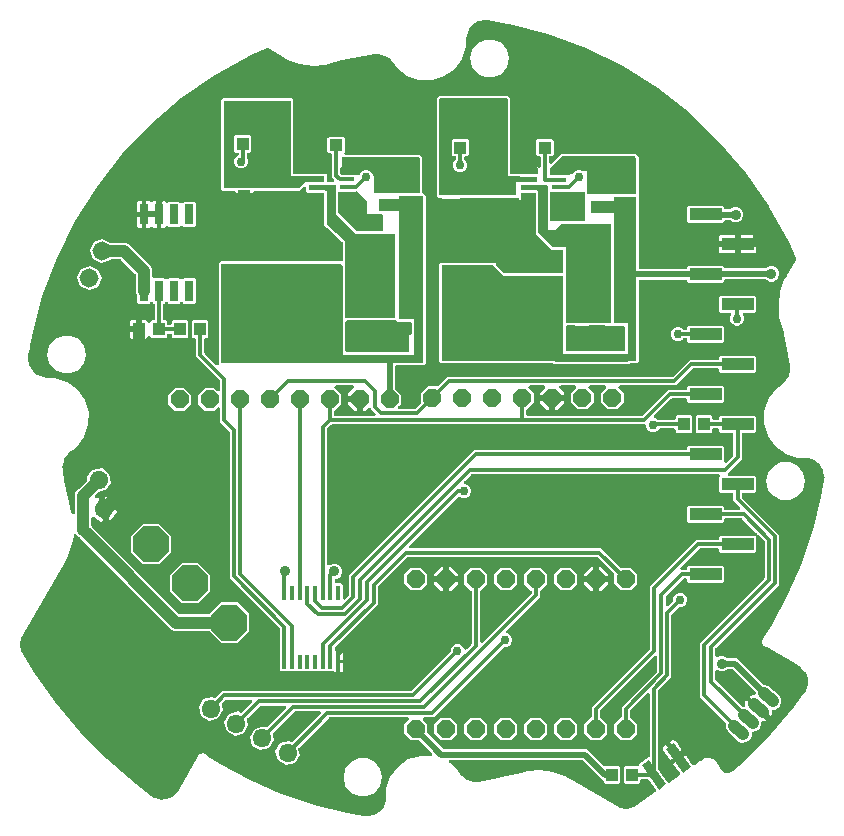
<source format=gbr>
G04 EAGLE Gerber RS-274X export*
G75*
%MOMM*%
%FSLAX34Y34*%
%LPD*%
%INTop Copper*%
%IPPOS*%
%AMOC8*
5,1,8,0,0,1.08239X$1,22.5*%
G01*
%ADD10R,1.100000X1.000000*%
%ADD11R,1.000000X1.100000*%
%ADD12R,1.800000X1.600000*%
%ADD13P,3.247170X8X247.500000*%
%ADD14P,1.649562X8X292.500000*%
%ADD15R,1.200000X0.400000*%
%ADD16R,1.400000X2.800000*%
%ADD17R,0.360000X1.260000*%
%ADD18R,2.500000X0.800000*%
%ADD19P,1.649562X8X202.500000*%
%ADD20R,2.700000X1.020000*%
%ADD21R,0.720000X1.780000*%
%ADD22P,1.632244X8X267.500000*%
%ADD23P,1.632244X8X352.500000*%
%ADD24P,1.649562X8X112.500000*%
%ADD25C,1.008000*%
%ADD26P,1.632244X8X302.500000*%
%ADD27C,1.000000*%
%ADD28C,0.300000*%
%ADD29C,0.500000*%
%ADD30C,0.906400*%
%ADD31C,0.756400*%

G36*
X450475Y162891D02*
X450475Y162891D01*
X450505Y162892D01*
X450519Y162896D01*
X450546Y162899D01*
X455434Y163843D01*
X455583Y163890D01*
X455732Y163933D01*
X455752Y163943D01*
X455764Y163947D01*
X455788Y163961D01*
X455915Y164025D01*
X460197Y166566D01*
X460321Y166661D01*
X460447Y166752D01*
X460462Y166769D01*
X460472Y166776D01*
X460489Y166798D01*
X460588Y166901D01*
X463757Y170741D01*
X463842Y170871D01*
X463929Y171000D01*
X463938Y171020D01*
X463945Y171031D01*
X463954Y171057D01*
X464012Y171188D01*
X465696Y175873D01*
X465716Y175962D01*
X465747Y176048D01*
X465767Y176180D01*
X465774Y176210D01*
X465774Y176224D01*
X465778Y176251D01*
X465994Y178740D01*
X465993Y178774D01*
X465999Y178869D01*
X465999Y185463D01*
X469422Y195839D01*
X475922Y204620D01*
X484846Y210923D01*
X495296Y214114D01*
X503655Y213928D01*
X503775Y213939D01*
X503896Y213942D01*
X503947Y213955D01*
X503999Y213960D01*
X504114Y213998D01*
X504231Y214029D01*
X504277Y214053D01*
X504327Y214070D01*
X504430Y214134D01*
X504536Y214190D01*
X504576Y214225D01*
X504620Y214252D01*
X504706Y214338D01*
X504797Y214418D01*
X504828Y214460D01*
X504865Y214497D01*
X504928Y214600D01*
X504999Y214698D01*
X505019Y214747D01*
X505046Y214791D01*
X505084Y214906D01*
X505131Y215018D01*
X505139Y215070D01*
X505156Y215119D01*
X505167Y215240D01*
X505186Y215359D01*
X505182Y215412D01*
X505187Y215464D01*
X505170Y215583D01*
X505161Y215704D01*
X505146Y215754D01*
X505139Y215806D01*
X505095Y215919D01*
X505059Y216034D01*
X505032Y216079D01*
X505013Y216128D01*
X504944Y216228D01*
X504883Y216332D01*
X504835Y216388D01*
X504817Y216413D01*
X504795Y216434D01*
X504748Y216487D01*
X494795Y226440D01*
X494686Y226527D01*
X494580Y226618D01*
X494550Y226634D01*
X494524Y226655D01*
X494398Y226714D01*
X494274Y226779D01*
X494241Y226787D01*
X494211Y226802D01*
X494075Y226830D01*
X493939Y226865D01*
X493894Y226868D01*
X493873Y226873D01*
X493839Y226872D01*
X493735Y226879D01*
X487115Y226879D01*
X481479Y232515D01*
X481479Y240485D01*
X484934Y243940D01*
X484999Y244022D01*
X485071Y244097D01*
X485106Y244157D01*
X485149Y244211D01*
X485193Y244305D01*
X485246Y244395D01*
X485266Y244461D01*
X485296Y244524D01*
X485317Y244626D01*
X485348Y244726D01*
X485353Y244795D01*
X485367Y244862D01*
X485364Y244966D01*
X485372Y245071D01*
X485360Y245139D01*
X485359Y245208D01*
X485332Y245309D01*
X485316Y245412D01*
X485289Y245476D01*
X485272Y245542D01*
X485223Y245635D01*
X485183Y245731D01*
X485143Y245787D01*
X485110Y245848D01*
X485042Y245927D01*
X484981Y246011D01*
X484928Y246057D01*
X484883Y246109D01*
X484798Y246170D01*
X484720Y246238D01*
X484658Y246270D01*
X484602Y246311D01*
X484506Y246350D01*
X484413Y246399D01*
X484346Y246416D01*
X484283Y246442D01*
X484180Y246459D01*
X484079Y246485D01*
X483975Y246492D01*
X483941Y246498D01*
X483919Y246496D01*
X483874Y246499D01*
X418297Y246499D01*
X418159Y246483D01*
X418020Y246473D01*
X417987Y246463D01*
X417954Y246459D01*
X417823Y246412D01*
X417689Y246371D01*
X417660Y246353D01*
X417628Y246342D01*
X417512Y246266D01*
X417392Y246195D01*
X417358Y246165D01*
X417339Y246153D01*
X417316Y246129D01*
X417237Y246060D01*
X391924Y220747D01*
X391824Y220620D01*
X391721Y220494D01*
X391716Y220485D01*
X391710Y220476D01*
X391641Y220329D01*
X391570Y220184D01*
X391567Y220173D01*
X391563Y220163D01*
X391529Y220004D01*
X391494Y219846D01*
X391494Y219836D01*
X391491Y219825D01*
X391495Y219663D01*
X391497Y219501D01*
X391499Y219487D01*
X391500Y219479D01*
X391505Y219459D01*
X391536Y219299D01*
X392714Y214902D01*
X388763Y208057D01*
X381128Y206012D01*
X374283Y209963D01*
X372238Y217598D01*
X376189Y224443D01*
X383824Y226488D01*
X385325Y225622D01*
X385337Y225617D01*
X385347Y225609D01*
X385496Y225548D01*
X385643Y225484D01*
X385655Y225482D01*
X385666Y225477D01*
X385825Y225452D01*
X385983Y225424D01*
X385995Y225424D01*
X386008Y225422D01*
X386168Y225434D01*
X386328Y225442D01*
X386340Y225446D01*
X386352Y225447D01*
X386506Y225495D01*
X386660Y225540D01*
X386671Y225546D01*
X386683Y225549D01*
X386821Y225631D01*
X386961Y225710D01*
X386970Y225719D01*
X386980Y225725D01*
X387135Y225860D01*
X410215Y248940D01*
X410280Y249022D01*
X410352Y249097D01*
X410387Y249157D01*
X410430Y249211D01*
X410474Y249305D01*
X410527Y249395D01*
X410547Y249461D01*
X410577Y249524D01*
X410598Y249626D01*
X410629Y249726D01*
X410634Y249795D01*
X410648Y249862D01*
X410645Y249966D01*
X410653Y250071D01*
X410641Y250139D01*
X410640Y250208D01*
X410613Y250309D01*
X410597Y250412D01*
X410570Y250476D01*
X410553Y250542D01*
X410504Y250635D01*
X410464Y250731D01*
X410423Y250787D01*
X410391Y250848D01*
X410323Y250927D01*
X410262Y251011D01*
X410209Y251057D01*
X410164Y251109D01*
X410079Y251170D01*
X410001Y251238D01*
X409939Y251270D01*
X409883Y251311D01*
X409787Y251350D01*
X409694Y251399D01*
X409628Y251416D01*
X409564Y251443D01*
X409461Y251459D01*
X409360Y251485D01*
X409256Y251492D01*
X409222Y251498D01*
X409200Y251496D01*
X409155Y251499D01*
X389146Y251499D01*
X389008Y251483D01*
X388869Y251473D01*
X388837Y251463D01*
X388803Y251459D01*
X388672Y251412D01*
X388539Y251371D01*
X388510Y251353D01*
X388478Y251342D01*
X388361Y251266D01*
X388241Y251195D01*
X388207Y251165D01*
X388188Y251153D01*
X388165Y251129D01*
X388086Y251060D01*
X370274Y233247D01*
X370173Y233120D01*
X370070Y232994D01*
X370066Y232985D01*
X370059Y232976D01*
X369990Y232829D01*
X369919Y232684D01*
X369917Y232673D01*
X369912Y232663D01*
X369879Y232504D01*
X369843Y232346D01*
X369843Y232336D01*
X369841Y232325D01*
X369845Y232163D01*
X369846Y232001D01*
X369849Y231987D01*
X369849Y231979D01*
X369854Y231959D01*
X369886Y231799D01*
X371064Y227402D01*
X367112Y220557D01*
X359477Y218512D01*
X352633Y222463D01*
X350587Y230098D01*
X354539Y236943D01*
X362173Y238988D01*
X363675Y238122D01*
X363686Y238117D01*
X363696Y238109D01*
X363845Y238048D01*
X363992Y237984D01*
X364004Y237982D01*
X364016Y237977D01*
X364174Y237952D01*
X364332Y237924D01*
X364345Y237924D01*
X364357Y237922D01*
X364518Y237934D01*
X364678Y237942D01*
X364689Y237946D01*
X364702Y237947D01*
X364856Y237995D01*
X365009Y238040D01*
X365020Y238046D01*
X365032Y238049D01*
X365170Y238131D01*
X365310Y238210D01*
X365319Y238219D01*
X365330Y238225D01*
X365484Y238360D01*
X381064Y253940D01*
X381129Y254022D01*
X381201Y254097D01*
X381236Y254157D01*
X381279Y254211D01*
X381323Y254305D01*
X381376Y254395D01*
X381397Y254461D01*
X381426Y254524D01*
X381447Y254626D01*
X381478Y254726D01*
X381483Y254795D01*
X381497Y254862D01*
X381495Y254966D01*
X381502Y255071D01*
X381491Y255139D01*
X381489Y255208D01*
X381463Y255309D01*
X381446Y255412D01*
X381419Y255476D01*
X381402Y255542D01*
X381353Y255635D01*
X381313Y255731D01*
X381273Y255787D01*
X381241Y255848D01*
X381172Y255927D01*
X381111Y256011D01*
X381059Y256057D01*
X381013Y256109D01*
X380929Y256170D01*
X380850Y256238D01*
X380789Y256270D01*
X380733Y256311D01*
X380636Y256350D01*
X380544Y256399D01*
X380477Y256416D01*
X380413Y256443D01*
X380310Y256459D01*
X380209Y256485D01*
X380105Y256492D01*
X380072Y256498D01*
X380049Y256496D01*
X380004Y256499D01*
X359996Y256499D01*
X359858Y256483D01*
X359718Y256473D01*
X359686Y256463D01*
X359652Y256459D01*
X359521Y256412D01*
X359388Y256371D01*
X359359Y256353D01*
X359327Y256342D01*
X359210Y256266D01*
X359090Y256195D01*
X359056Y256165D01*
X359038Y256153D01*
X359014Y256129D01*
X358936Y256060D01*
X348623Y245747D01*
X348522Y245620D01*
X348420Y245494D01*
X348415Y245485D01*
X348408Y245476D01*
X348339Y245329D01*
X348268Y245184D01*
X348266Y245173D01*
X348261Y245163D01*
X348228Y245004D01*
X348192Y244846D01*
X348192Y244836D01*
X348190Y244825D01*
X348194Y244663D01*
X348195Y244501D01*
X348198Y244487D01*
X348198Y244479D01*
X348204Y244459D01*
X348235Y244299D01*
X349413Y239902D01*
X345461Y233057D01*
X337827Y231012D01*
X330982Y234963D01*
X328936Y242598D01*
X332888Y249443D01*
X340523Y251488D01*
X342024Y250622D01*
X342035Y250617D01*
X342045Y250609D01*
X342195Y250548D01*
X342341Y250484D01*
X342354Y250482D01*
X342365Y250477D01*
X342524Y250452D01*
X342682Y250424D01*
X342694Y250424D01*
X342706Y250422D01*
X342867Y250434D01*
X343027Y250442D01*
X343039Y250446D01*
X343051Y250447D01*
X343205Y250495D01*
X343359Y250540D01*
X343369Y250546D01*
X343381Y250549D01*
X343519Y250631D01*
X343659Y250710D01*
X343668Y250719D01*
X343679Y250725D01*
X343834Y250860D01*
X351914Y258940D01*
X351979Y259022D01*
X352051Y259097D01*
X352086Y259157D01*
X352128Y259211D01*
X352173Y259305D01*
X352226Y259395D01*
X352246Y259461D01*
X352275Y259524D01*
X352297Y259626D01*
X352328Y259726D01*
X352332Y259795D01*
X352347Y259862D01*
X352344Y259966D01*
X352351Y260071D01*
X352340Y260139D01*
X352338Y260208D01*
X352312Y260309D01*
X352295Y260412D01*
X352269Y260476D01*
X352251Y260542D01*
X352203Y260635D01*
X352163Y260731D01*
X352122Y260787D01*
X352090Y260848D01*
X352021Y260927D01*
X351960Y261011D01*
X351908Y261057D01*
X351863Y261109D01*
X351778Y261170D01*
X351699Y261238D01*
X351638Y261270D01*
X351582Y261311D01*
X351485Y261350D01*
X351393Y261399D01*
X351326Y261416D01*
X351262Y261443D01*
X351159Y261459D01*
X351058Y261485D01*
X350954Y261492D01*
X350921Y261498D01*
X350899Y261496D01*
X350854Y261499D01*
X330925Y261499D01*
X330786Y261483D01*
X330647Y261473D01*
X330615Y261463D01*
X330581Y261459D01*
X330450Y261412D01*
X330317Y261371D01*
X330288Y261353D01*
X330256Y261342D01*
X330139Y261266D01*
X330019Y261195D01*
X329985Y261165D01*
X329966Y261153D01*
X329943Y261129D01*
X329865Y261060D01*
X326989Y258185D01*
X326888Y258058D01*
X326786Y257932D01*
X326781Y257922D01*
X326774Y257914D01*
X326705Y257767D01*
X326634Y257621D01*
X326632Y257610D01*
X326628Y257601D01*
X326594Y257441D01*
X326558Y257284D01*
X326559Y257273D01*
X326556Y257262D01*
X326560Y257100D01*
X326562Y256938D01*
X326564Y256924D01*
X326564Y256917D01*
X326570Y256896D01*
X326601Y256737D01*
X327763Y252402D01*
X323811Y245557D01*
X316176Y243512D01*
X309331Y247463D01*
X307286Y255098D01*
X311237Y261943D01*
X318872Y263988D01*
X320424Y263093D01*
X320435Y263088D01*
X320445Y263080D01*
X320594Y263019D01*
X320741Y262955D01*
X320753Y262953D01*
X320765Y262948D01*
X320924Y262923D01*
X321082Y262894D01*
X321094Y262895D01*
X321106Y262893D01*
X321267Y262905D01*
X321427Y262913D01*
X321439Y262917D01*
X321451Y262918D01*
X321605Y262966D01*
X321759Y263011D01*
X321769Y263017D01*
X321781Y263020D01*
X321920Y263102D01*
X322059Y263181D01*
X322068Y263190D01*
X322079Y263196D01*
X322234Y263331D01*
X327403Y268501D01*
X486631Y268501D01*
X486769Y268517D01*
X486908Y268527D01*
X486941Y268537D01*
X486974Y268541D01*
X487105Y268588D01*
X487238Y268629D01*
X487267Y268647D01*
X487299Y268658D01*
X487416Y268734D01*
X487536Y268805D01*
X487570Y268835D01*
X487589Y268847D01*
X487612Y268871D01*
X487691Y268940D01*
X520129Y301378D01*
X520215Y301487D01*
X520307Y301593D01*
X520323Y301623D01*
X520344Y301649D01*
X520403Y301775D01*
X520468Y301899D01*
X520476Y301932D01*
X520491Y301962D01*
X520519Y302098D01*
X520554Y302234D01*
X520557Y302279D01*
X520562Y302300D01*
X520561Y302334D01*
X520568Y302438D01*
X520568Y303799D01*
X521448Y305925D01*
X523075Y307552D01*
X525201Y308432D01*
X527501Y308432D01*
X529627Y307552D01*
X531253Y305925D01*
X531777Y304660D01*
X531820Y304582D01*
X531825Y304570D01*
X531833Y304559D01*
X531854Y304523D01*
X531926Y304385D01*
X531937Y304373D01*
X531945Y304358D01*
X532051Y304242D01*
X532153Y304125D01*
X532167Y304115D01*
X532178Y304102D01*
X532307Y304014D01*
X532434Y303923D01*
X532450Y303916D01*
X532464Y303907D01*
X532609Y303851D01*
X532754Y303791D01*
X532770Y303788D01*
X532786Y303782D01*
X532941Y303761D01*
X533095Y303736D01*
X533112Y303737D01*
X533129Y303735D01*
X533284Y303749D01*
X533440Y303760D01*
X533456Y303765D01*
X533473Y303767D01*
X533621Y303816D01*
X533770Y303863D01*
X533785Y303871D01*
X533801Y303877D01*
X533933Y303959D01*
X534068Y304038D01*
X534084Y304053D01*
X534094Y304059D01*
X534114Y304079D01*
X534222Y304173D01*
X537960Y307911D01*
X538047Y308020D01*
X538138Y308126D01*
X538154Y308156D01*
X538175Y308182D01*
X538234Y308308D01*
X538299Y308432D01*
X538307Y308464D01*
X538322Y308495D01*
X538350Y308631D01*
X538385Y308766D01*
X538388Y308812D01*
X538393Y308833D01*
X538392Y308867D01*
X538399Y308971D01*
X538399Y352774D01*
X538383Y352912D01*
X538373Y353051D01*
X538363Y353084D01*
X538359Y353117D01*
X538312Y353248D01*
X538271Y353382D01*
X538253Y353411D01*
X538242Y353443D01*
X538166Y353559D01*
X538095Y353679D01*
X538065Y353713D01*
X538053Y353732D01*
X538029Y353755D01*
X537960Y353834D01*
X532279Y359515D01*
X532279Y367485D01*
X537915Y373121D01*
X545885Y373121D01*
X551521Y367485D01*
X551521Y359515D01*
X545840Y353834D01*
X545753Y353725D01*
X545662Y353620D01*
X545646Y353590D01*
X545625Y353563D01*
X545566Y353437D01*
X545501Y353313D01*
X545493Y353281D01*
X545478Y353250D01*
X545450Y353114D01*
X545415Y352979D01*
X545412Y352934D01*
X545407Y352912D01*
X545408Y352878D01*
X545401Y352774D01*
X545401Y310971D01*
X545413Y310868D01*
X545415Y310763D01*
X545433Y310696D01*
X545441Y310628D01*
X545476Y310529D01*
X545502Y310429D01*
X545535Y310368D01*
X545558Y310302D01*
X545615Y310215D01*
X545664Y310123D01*
X545709Y310071D01*
X545747Y310013D01*
X545823Y309941D01*
X545891Y309862D01*
X545947Y309822D01*
X545997Y309774D01*
X546087Y309721D01*
X546172Y309660D01*
X546236Y309634D01*
X546295Y309599D01*
X546395Y309568D01*
X546491Y309529D01*
X546560Y309517D01*
X546626Y309497D01*
X546730Y309490D01*
X546833Y309473D01*
X546902Y309478D01*
X546971Y309473D01*
X547073Y309490D01*
X547178Y309498D01*
X547244Y309518D01*
X547312Y309529D01*
X547408Y309569D01*
X547508Y309600D01*
X547567Y309636D01*
X547631Y309662D01*
X547716Y309723D01*
X547805Y309776D01*
X547884Y309845D01*
X547911Y309864D01*
X547926Y309881D01*
X547960Y309911D01*
X588760Y350711D01*
X588847Y350820D01*
X588866Y350843D01*
X588897Y350875D01*
X588903Y350885D01*
X588938Y350926D01*
X588954Y350956D01*
X588975Y350982D01*
X589034Y351108D01*
X589036Y351111D01*
X589072Y351173D01*
X589077Y351191D01*
X589099Y351232D01*
X589107Y351264D01*
X589122Y351295D01*
X589148Y351418D01*
X589174Y351503D01*
X589176Y351530D01*
X589185Y351566D01*
X589188Y351612D01*
X589193Y351633D01*
X589192Y351667D01*
X589199Y351771D01*
X589199Y352774D01*
X589183Y352912D01*
X589173Y353051D01*
X589163Y353084D01*
X589159Y353117D01*
X589112Y353248D01*
X589071Y353382D01*
X589053Y353411D01*
X589042Y353443D01*
X588966Y353559D01*
X588895Y353679D01*
X588865Y353713D01*
X588853Y353732D01*
X588829Y353755D01*
X588760Y353834D01*
X583079Y359515D01*
X583079Y367485D01*
X588715Y373121D01*
X596685Y373121D01*
X602321Y367485D01*
X602321Y359515D01*
X596640Y353834D01*
X596553Y353725D01*
X596462Y353620D01*
X596446Y353590D01*
X596425Y353563D01*
X596366Y353437D01*
X596301Y353313D01*
X596293Y353281D01*
X596278Y353250D01*
X596250Y353114D01*
X596215Y352979D01*
X596212Y352934D01*
X596207Y352912D01*
X596208Y352878D01*
X596201Y352774D01*
X596201Y348250D01*
X593711Y345760D01*
X568028Y320077D01*
X567932Y319955D01*
X567831Y319835D01*
X567824Y319819D01*
X567813Y319806D01*
X567747Y319665D01*
X567677Y319525D01*
X567674Y319509D01*
X567666Y319493D01*
X567634Y319340D01*
X567599Y319188D01*
X567599Y319171D01*
X567595Y319155D01*
X567599Y318998D01*
X567599Y318843D01*
X567603Y318826D01*
X567603Y318809D01*
X567643Y318658D01*
X567679Y318506D01*
X567686Y318491D01*
X567690Y318475D01*
X567763Y318337D01*
X567833Y318197D01*
X567844Y318184D01*
X567852Y318169D01*
X567954Y318052D01*
X568054Y317931D01*
X568068Y317921D01*
X568079Y317908D01*
X568206Y317817D01*
X568331Y317723D01*
X568350Y317714D01*
X568360Y317707D01*
X568386Y317696D01*
X568514Y317632D01*
X570276Y316902D01*
X571902Y315276D01*
X572783Y313150D01*
X572783Y310850D01*
X571902Y308724D01*
X570276Y307098D01*
X568150Y306217D01*
X566860Y306217D01*
X566722Y306201D01*
X566583Y306191D01*
X566550Y306181D01*
X566517Y306177D01*
X566386Y306130D01*
X566253Y306089D01*
X566223Y306071D01*
X566192Y306060D01*
X566075Y305984D01*
X565955Y305913D01*
X565921Y305883D01*
X565902Y305871D01*
X565879Y305847D01*
X565800Y305778D01*
X506521Y246499D01*
X498326Y246499D01*
X498223Y246487D01*
X498118Y246485D01*
X498051Y246467D01*
X497983Y246459D01*
X497885Y246424D01*
X497783Y246398D01*
X497722Y246365D01*
X497657Y246342D01*
X497570Y246285D01*
X497478Y246236D01*
X497426Y246191D01*
X497368Y246153D01*
X497296Y246078D01*
X497217Y246009D01*
X497177Y245953D01*
X497129Y245903D01*
X497076Y245813D01*
X497015Y245728D01*
X496989Y245664D01*
X496954Y245605D01*
X496923Y245505D01*
X496883Y245409D01*
X496872Y245340D01*
X496852Y245274D01*
X496845Y245170D01*
X496828Y245067D01*
X496833Y244998D01*
X496828Y244929D01*
X496845Y244827D01*
X496853Y244722D01*
X496873Y244656D01*
X496884Y244588D01*
X496924Y244492D01*
X496955Y244392D01*
X496991Y244333D01*
X497017Y244269D01*
X497078Y244184D01*
X497131Y244095D01*
X497200Y244016D01*
X497219Y243989D01*
X497236Y243974D01*
X497266Y243940D01*
X500721Y240485D01*
X500721Y233865D01*
X500737Y233727D01*
X500747Y233588D01*
X500757Y233555D01*
X500761Y233522D01*
X500808Y233391D01*
X500849Y233258D01*
X500867Y233228D01*
X500878Y233197D01*
X500954Y233080D01*
X501025Y232960D01*
X501055Y232926D01*
X501067Y232907D01*
X501091Y232884D01*
X501160Y232805D01*
X514025Y219940D01*
X514134Y219853D01*
X514240Y219762D01*
X514270Y219746D01*
X514296Y219725D01*
X514422Y219666D01*
X514546Y219601D01*
X514579Y219593D01*
X514609Y219578D01*
X514745Y219550D01*
X514881Y219515D01*
X514926Y219512D01*
X514948Y219507D01*
X514981Y219508D01*
X515085Y219501D01*
X635864Y219501D01*
X649708Y205657D01*
X649735Y205635D01*
X649759Y205608D01*
X649871Y205528D01*
X649979Y205443D01*
X650011Y205428D01*
X650040Y205407D01*
X650167Y205354D01*
X650292Y205296D01*
X650327Y205288D01*
X650359Y205275D01*
X650495Y205253D01*
X650630Y205225D01*
X650666Y205225D01*
X650701Y205220D01*
X650838Y205229D01*
X650976Y205233D01*
X651010Y205242D01*
X651046Y205244D01*
X651177Y205285D01*
X651237Y205301D01*
X663129Y205301D01*
X664301Y204129D01*
X664301Y191471D01*
X663129Y190299D01*
X651471Y190299D01*
X650299Y191471D01*
X650299Y191800D01*
X650295Y191835D01*
X650298Y191871D01*
X650275Y192007D01*
X650259Y192143D01*
X650247Y192177D01*
X650242Y192212D01*
X650189Y192339D01*
X650142Y192469D01*
X650123Y192498D01*
X650109Y192531D01*
X650028Y192643D01*
X649953Y192758D01*
X649927Y192783D01*
X649907Y192811D01*
X649803Y192902D01*
X649703Y192997D01*
X649672Y193015D01*
X649646Y193038D01*
X649543Y193092D01*
X632575Y210060D01*
X632466Y210147D01*
X632360Y210238D01*
X632330Y210254D01*
X632304Y210275D01*
X632178Y210334D01*
X632054Y210399D01*
X632021Y210407D01*
X631991Y210422D01*
X631855Y210450D01*
X631719Y210485D01*
X631674Y210488D01*
X631652Y210493D01*
X631619Y210492D01*
X631515Y210499D01*
X520533Y210499D01*
X520508Y210496D01*
X520483Y210498D01*
X520337Y210476D01*
X520190Y210459D01*
X520166Y210451D01*
X520141Y210447D01*
X520004Y210392D01*
X519865Y210342D01*
X519843Y210328D01*
X519820Y210318D01*
X519699Y210234D01*
X519575Y210153D01*
X519558Y210135D01*
X519537Y210120D01*
X519438Y210010D01*
X519336Y209903D01*
X519324Y209881D01*
X519307Y209862D01*
X519236Y209732D01*
X519161Y209605D01*
X519154Y209580D01*
X519142Y209558D01*
X519103Y209416D01*
X519059Y209274D01*
X519058Y209249D01*
X519051Y209224D01*
X519046Y209077D01*
X519036Y208929D01*
X519040Y208904D01*
X519039Y208879D01*
X519068Y208734D01*
X519092Y208588D01*
X519102Y208565D01*
X519107Y208540D01*
X519168Y208405D01*
X519224Y208269D01*
X519239Y208248D01*
X519250Y208225D01*
X519340Y208108D01*
X519427Y207989D01*
X519446Y207972D01*
X519462Y207952D01*
X519615Y207815D01*
X525150Y203524D01*
X526929Y200882D01*
X528202Y198993D01*
X528223Y198967D01*
X528285Y198880D01*
X529996Y196791D01*
X530072Y196716D01*
X530143Y196635D01*
X530220Y196573D01*
X530244Y196550D01*
X530264Y196538D01*
X530303Y196507D01*
X534726Y193448D01*
X534730Y193446D01*
X534732Y193444D01*
X534882Y193365D01*
X535031Y193286D01*
X535035Y193285D01*
X535038Y193283D01*
X535234Y193222D01*
X540468Y191986D01*
X540575Y191973D01*
X540679Y191951D01*
X540778Y191949D01*
X540812Y191945D01*
X540835Y191948D01*
X540884Y191947D01*
X543582Y192076D01*
X543612Y192081D01*
X543744Y192093D01*
X553000Y193550D01*
X553022Y193556D01*
X553067Y193562D01*
X571427Y197315D01*
X571449Y197322D01*
X571494Y197330D01*
X580580Y199621D01*
X580588Y199624D01*
X580602Y199627D01*
X582802Y200218D01*
X585741Y201006D01*
X596360Y201705D01*
X606912Y200318D01*
X616989Y196898D01*
X621597Y194238D01*
X621598Y194238D01*
X623571Y193098D01*
X661301Y171315D01*
X661332Y171301D01*
X661427Y171250D01*
X663916Y170111D01*
X664021Y170077D01*
X664122Y170034D01*
X664213Y170015D01*
X664245Y170004D01*
X664270Y170002D01*
X664323Y169991D01*
X669716Y169201D01*
X669723Y169201D01*
X669731Y169199D01*
X669896Y169196D01*
X670061Y169191D01*
X670069Y169192D01*
X670076Y169192D01*
X670279Y169226D01*
X675583Y170483D01*
X675686Y170520D01*
X675792Y170549D01*
X675876Y170589D01*
X675908Y170601D01*
X675929Y170614D01*
X675977Y170638D01*
X678357Y171989D01*
X678385Y172009D01*
X678477Y172065D01*
X693989Y182926D01*
X694015Y182950D01*
X694046Y182968D01*
X694144Y183064D01*
X694247Y183156D01*
X694268Y183185D01*
X694293Y183209D01*
X694367Y183326D01*
X694446Y183438D01*
X694459Y183471D01*
X694479Y183501D01*
X694524Y183631D01*
X694575Y183759D01*
X694581Y183794D01*
X694592Y183828D01*
X694606Y183965D01*
X694627Y184101D01*
X694624Y184136D01*
X694628Y184172D01*
X694611Y184308D01*
X694600Y184446D01*
X694589Y184479D01*
X694584Y184515D01*
X694536Y184644D01*
X694494Y184775D01*
X694475Y184805D01*
X694463Y184838D01*
X694357Y185014D01*
X688313Y193646D01*
X688248Y193719D01*
X688191Y193798D01*
X688134Y193848D01*
X688083Y193905D01*
X688004Y193960D01*
X687930Y194024D01*
X687863Y194060D01*
X687800Y194104D01*
X687710Y194140D01*
X687624Y194185D01*
X687550Y194204D01*
X687480Y194232D01*
X687384Y194247D01*
X687289Y194271D01*
X687170Y194280D01*
X687138Y194284D01*
X687120Y194283D01*
X687085Y194285D01*
X682800Y194285D01*
X682765Y194281D01*
X682729Y194284D01*
X682593Y194261D01*
X682457Y194246D01*
X682423Y194233D01*
X682388Y194228D01*
X682261Y194175D01*
X682131Y194128D01*
X682102Y194109D01*
X682069Y194095D01*
X681957Y194015D01*
X681842Y193939D01*
X681817Y193914D01*
X681789Y193893D01*
X681698Y193789D01*
X681603Y193689D01*
X681585Y193659D01*
X681562Y193632D01*
X681498Y193509D01*
X681428Y193391D01*
X681418Y193357D01*
X681401Y193326D01*
X681367Y193192D01*
X681326Y193061D01*
X681324Y193025D01*
X681315Y192991D01*
X681301Y192786D01*
X681301Y191471D01*
X680129Y190299D01*
X668471Y190299D01*
X667299Y191471D01*
X667299Y204129D01*
X668471Y205301D01*
X678928Y205301D01*
X679005Y205310D01*
X679083Y205309D01*
X679176Y205330D01*
X679271Y205341D01*
X679344Y205367D01*
X679420Y205384D01*
X679506Y205426D01*
X679596Y205458D01*
X679661Y205501D01*
X679732Y205535D01*
X679806Y205595D01*
X679886Y205647D01*
X679940Y205703D01*
X680000Y205752D01*
X680058Y205828D01*
X680124Y205897D01*
X680164Y205964D01*
X680211Y206026D01*
X680251Y206113D01*
X680299Y206195D01*
X680322Y206270D01*
X680355Y206341D01*
X680397Y206510D01*
X680402Y206526D01*
X680402Y206531D01*
X680404Y206540D01*
X680467Y206895D01*
X688599Y212589D01*
X688672Y212654D01*
X688751Y212711D01*
X688801Y212768D01*
X688858Y212819D01*
X688914Y212898D01*
X688977Y212972D01*
X689013Y213039D01*
X689057Y213102D01*
X689093Y213192D01*
X689138Y213278D01*
X689157Y213352D01*
X689186Y213423D01*
X689200Y213519D01*
X689225Y213613D01*
X689233Y213732D01*
X689238Y213764D01*
X689236Y213782D01*
X689239Y213817D01*
X689239Y265668D01*
X689227Y265772D01*
X689224Y265876D01*
X689207Y265943D01*
X689199Y266012D01*
X689163Y266110D01*
X689137Y266211D01*
X689105Y266272D01*
X689081Y266337D01*
X689024Y266425D01*
X688976Y266517D01*
X688930Y266569D01*
X688892Y266627D01*
X688817Y266699D01*
X688748Y266777D01*
X688692Y266818D01*
X688642Y266865D01*
X688552Y266918D01*
X688468Y266979D01*
X688404Y267005D01*
X688344Y267040D01*
X688245Y267071D01*
X688148Y267111D01*
X688080Y267122D01*
X688014Y267142D01*
X687910Y267149D01*
X687807Y267166D01*
X687738Y267161D01*
X687669Y267166D01*
X687566Y267149D01*
X687462Y267142D01*
X687396Y267121D01*
X687328Y267110D01*
X687231Y267070D01*
X687132Y267039D01*
X687072Y267004D01*
X687008Y266977D01*
X686924Y266916D01*
X686834Y266863D01*
X686755Y266795D01*
X686728Y266775D01*
X686713Y266758D01*
X686679Y266729D01*
X672840Y252889D01*
X672753Y252780D01*
X672662Y252675D01*
X672646Y252645D01*
X672625Y252618D01*
X672566Y252492D01*
X672501Y252368D01*
X672493Y252336D01*
X672478Y252305D01*
X672450Y252169D01*
X672415Y252034D01*
X672412Y251989D01*
X672407Y251967D01*
X672408Y251933D01*
X672401Y251829D01*
X672401Y247226D01*
X672417Y247088D01*
X672427Y246948D01*
X672437Y246916D01*
X672441Y246883D01*
X672488Y246752D01*
X672529Y246618D01*
X672547Y246589D01*
X672558Y246557D01*
X672634Y246441D01*
X672705Y246321D01*
X672735Y246286D01*
X672747Y246268D01*
X672771Y246245D01*
X672840Y246166D01*
X678521Y240485D01*
X678521Y232515D01*
X672885Y226879D01*
X664915Y226879D01*
X659279Y232515D01*
X659279Y240485D01*
X664960Y246166D01*
X665046Y246275D01*
X665138Y246380D01*
X665154Y246410D01*
X665175Y246437D01*
X665234Y246563D01*
X665299Y246687D01*
X665307Y246719D01*
X665322Y246750D01*
X665350Y246886D01*
X665385Y247021D01*
X665388Y247066D01*
X665393Y247088D01*
X665392Y247122D01*
X665399Y247226D01*
X665399Y255350D01*
X667889Y257840D01*
X695060Y285011D01*
X695147Y285120D01*
X695238Y285226D01*
X695254Y285256D01*
X695275Y285282D01*
X695334Y285408D01*
X695399Y285532D01*
X695407Y285564D01*
X695422Y285595D01*
X695450Y285731D01*
X695485Y285866D01*
X695488Y285912D01*
X695493Y285933D01*
X695492Y285967D01*
X695499Y286071D01*
X695499Y296929D01*
X695487Y297032D01*
X695485Y297137D01*
X695467Y297204D01*
X695459Y297272D01*
X695424Y297371D01*
X695398Y297471D01*
X695365Y297532D01*
X695342Y297598D01*
X695285Y297685D01*
X695236Y297777D01*
X695191Y297829D01*
X695153Y297887D01*
X695078Y297959D01*
X695009Y298038D01*
X694953Y298078D01*
X694903Y298126D01*
X694813Y298179D01*
X694728Y298240D01*
X694664Y298266D01*
X694605Y298301D01*
X694505Y298332D01*
X694409Y298371D01*
X694340Y298383D01*
X694274Y298403D01*
X694170Y298410D01*
X694067Y298427D01*
X693998Y298422D01*
X693929Y298427D01*
X693827Y298410D01*
X693722Y298402D01*
X693656Y298382D01*
X693588Y298371D01*
X693492Y298331D01*
X693392Y298300D01*
X693333Y298264D01*
X693269Y298238D01*
X693184Y298177D01*
X693095Y298124D01*
X693016Y298055D01*
X692989Y298036D01*
X692974Y298019D01*
X692940Y297989D01*
X647440Y252489D01*
X647353Y252380D01*
X647262Y252274D01*
X647246Y252244D01*
X647225Y252218D01*
X647166Y252092D01*
X647101Y251968D01*
X647093Y251936D01*
X647078Y251905D01*
X647050Y251769D01*
X647015Y251634D01*
X647012Y251588D01*
X647007Y251567D01*
X647008Y251533D01*
X647001Y251429D01*
X647001Y247226D01*
X647017Y247088D01*
X647027Y246948D01*
X647037Y246916D01*
X647041Y246883D01*
X647088Y246752D01*
X647129Y246618D01*
X647147Y246589D01*
X647158Y246557D01*
X647234Y246441D01*
X647305Y246321D01*
X647335Y246286D01*
X647347Y246268D01*
X647371Y246245D01*
X647440Y246166D01*
X653121Y240485D01*
X653121Y232515D01*
X647485Y226879D01*
X639515Y226879D01*
X633879Y232515D01*
X633879Y240485D01*
X639560Y246166D01*
X639646Y246275D01*
X639738Y246380D01*
X639754Y246410D01*
X639775Y246437D01*
X639834Y246563D01*
X639899Y246687D01*
X639907Y246719D01*
X639922Y246750D01*
X639950Y246886D01*
X639985Y247021D01*
X639988Y247066D01*
X639993Y247088D01*
X639992Y247122D01*
X639999Y247226D01*
X639999Y254950D01*
X689060Y304011D01*
X689147Y304120D01*
X689238Y304226D01*
X689254Y304256D01*
X689275Y304282D01*
X689334Y304408D01*
X689399Y304532D01*
X689407Y304564D01*
X689422Y304595D01*
X689450Y304731D01*
X689485Y304866D01*
X689488Y304912D01*
X689493Y304933D01*
X689492Y304967D01*
X689499Y305071D01*
X689499Y357450D01*
X728550Y396501D01*
X746500Y396501D01*
X746535Y396505D01*
X746571Y396502D01*
X746707Y396525D01*
X746843Y396541D01*
X746877Y396553D01*
X746912Y396558D01*
X747039Y396611D01*
X747169Y396658D01*
X747198Y396677D01*
X747231Y396691D01*
X747343Y396772D01*
X747458Y396847D01*
X747483Y396873D01*
X747511Y396893D01*
X747602Y396997D01*
X747697Y397097D01*
X747715Y397128D01*
X747738Y397154D01*
X747802Y397277D01*
X747872Y397395D01*
X747882Y397429D01*
X747899Y397461D01*
X747933Y397594D01*
X747974Y397726D01*
X747976Y397761D01*
X747985Y397795D01*
X747999Y398000D01*
X747999Y398929D01*
X749171Y400101D01*
X778347Y400101D01*
X778451Y400113D01*
X778555Y400115D01*
X778622Y400133D01*
X778691Y400141D01*
X778789Y400176D01*
X778890Y400202D01*
X778951Y400235D01*
X779016Y400258D01*
X779103Y400315D01*
X779195Y400364D01*
X779248Y400409D01*
X779305Y400447D01*
X779377Y400522D01*
X779456Y400591D01*
X779496Y400647D01*
X779544Y400697D01*
X779597Y400787D01*
X779658Y400872D01*
X779684Y400936D01*
X779719Y400995D01*
X779750Y401095D01*
X779790Y401191D01*
X779801Y401260D01*
X779821Y401326D01*
X779828Y401430D01*
X779845Y401533D01*
X779840Y401602D01*
X779845Y401671D01*
X779828Y401773D01*
X779821Y401878D01*
X779800Y401944D01*
X779789Y402012D01*
X779749Y402108D01*
X779718Y402208D01*
X779683Y402267D01*
X779656Y402331D01*
X779595Y402416D01*
X779542Y402505D01*
X779474Y402584D01*
X779454Y402611D01*
X779437Y402626D01*
X779407Y402660D01*
X767607Y414460D01*
X767498Y414547D01*
X767393Y414638D01*
X767363Y414654D01*
X767336Y414675D01*
X767210Y414734D01*
X767087Y414799D01*
X767054Y414807D01*
X767023Y414822D01*
X766887Y414850D01*
X766752Y414885D01*
X766707Y414888D01*
X766685Y414893D01*
X766651Y414892D01*
X766547Y414899D01*
X753500Y414899D01*
X753465Y414895D01*
X753429Y414898D01*
X753293Y414875D01*
X753157Y414859D01*
X753123Y414847D01*
X753088Y414842D01*
X752961Y414789D01*
X752831Y414742D01*
X752802Y414723D01*
X752769Y414709D01*
X752657Y414628D01*
X752542Y414553D01*
X752517Y414527D01*
X752489Y414507D01*
X752398Y414403D01*
X752303Y414303D01*
X752285Y414272D01*
X752262Y414246D01*
X752198Y414123D01*
X752128Y414005D01*
X752118Y413971D01*
X752101Y413939D01*
X752067Y413806D01*
X752026Y413674D01*
X752024Y413639D01*
X752015Y413605D01*
X752001Y413400D01*
X752001Y412471D01*
X750829Y411299D01*
X722171Y411299D01*
X720999Y412471D01*
X720999Y424329D01*
X722171Y425501D01*
X750829Y425501D01*
X752001Y424329D01*
X752001Y423400D01*
X752005Y423365D01*
X752002Y423329D01*
X752025Y423193D01*
X752041Y423057D01*
X752053Y423023D01*
X752058Y422988D01*
X752111Y422861D01*
X752158Y422731D01*
X752177Y422702D01*
X752191Y422669D01*
X752272Y422557D01*
X752347Y422442D01*
X752373Y422417D01*
X752393Y422389D01*
X752497Y422298D01*
X752597Y422203D01*
X752628Y422185D01*
X752654Y422162D01*
X752777Y422098D01*
X752895Y422028D01*
X752929Y422018D01*
X752961Y422001D01*
X753094Y421967D01*
X753226Y421926D01*
X753261Y421924D01*
X753295Y421915D01*
X753500Y421901D01*
X764325Y421901D01*
X764428Y421913D01*
X764533Y421915D01*
X764600Y421933D01*
X764668Y421941D01*
X764766Y421976D01*
X764867Y422002D01*
X764928Y422035D01*
X764994Y422058D01*
X765081Y422115D01*
X765173Y422164D01*
X765225Y422209D01*
X765283Y422247D01*
X765355Y422322D01*
X765434Y422391D01*
X765474Y422447D01*
X765522Y422497D01*
X765575Y422587D01*
X765635Y422672D01*
X765662Y422736D01*
X765697Y422795D01*
X765728Y422895D01*
X765767Y422991D01*
X765779Y423060D01*
X765799Y423126D01*
X765806Y423230D01*
X765823Y423333D01*
X765818Y423402D01*
X765823Y423471D01*
X765806Y423573D01*
X765798Y423678D01*
X765778Y423744D01*
X765767Y423812D01*
X765727Y423908D01*
X765696Y424008D01*
X765660Y424067D01*
X765634Y424131D01*
X765573Y424216D01*
X765520Y424305D01*
X765451Y424384D01*
X765432Y424411D01*
X765415Y424426D01*
X765385Y424460D01*
X759999Y429846D01*
X759999Y435200D01*
X759995Y435235D01*
X759998Y435271D01*
X759975Y435407D01*
X759959Y435543D01*
X759947Y435577D01*
X759942Y435612D01*
X759889Y435739D01*
X759842Y435869D01*
X759823Y435898D01*
X759809Y435931D01*
X759728Y436043D01*
X759653Y436158D01*
X759627Y436183D01*
X759607Y436211D01*
X759503Y436302D01*
X759403Y436397D01*
X759372Y436415D01*
X759346Y436438D01*
X759223Y436502D01*
X759105Y436572D01*
X759071Y436582D01*
X759039Y436599D01*
X758906Y436633D01*
X758774Y436674D01*
X758739Y436676D01*
X758705Y436685D01*
X758500Y436699D01*
X749171Y436699D01*
X747999Y437871D01*
X747999Y449729D01*
X748210Y449940D01*
X748275Y450022D01*
X748347Y450097D01*
X748382Y450157D01*
X748425Y450211D01*
X748469Y450305D01*
X748522Y450395D01*
X748543Y450461D01*
X748572Y450524D01*
X748593Y450626D01*
X748624Y450726D01*
X748629Y450795D01*
X748643Y450862D01*
X748641Y450966D01*
X748648Y451071D01*
X748637Y451139D01*
X748635Y451208D01*
X748609Y451309D01*
X748592Y451412D01*
X748565Y451475D01*
X748548Y451542D01*
X748499Y451635D01*
X748459Y451731D01*
X748419Y451787D01*
X748387Y451848D01*
X748318Y451927D01*
X748257Y452011D01*
X748205Y452057D01*
X748159Y452109D01*
X748075Y452170D01*
X747996Y452238D01*
X747935Y452270D01*
X747879Y452311D01*
X747782Y452350D01*
X747690Y452399D01*
X747623Y452416D01*
X747559Y452442D01*
X747456Y452459D01*
X747355Y452485D01*
X747251Y452492D01*
X747218Y452498D01*
X747195Y452496D01*
X747150Y452499D01*
X539142Y452499D01*
X539004Y452483D01*
X538865Y452473D01*
X538832Y452463D01*
X538799Y452459D01*
X538668Y452412D01*
X538535Y452371D01*
X538505Y452353D01*
X538474Y452342D01*
X538357Y452266D01*
X538237Y452195D01*
X538203Y452165D01*
X538184Y452153D01*
X538161Y452129D01*
X538082Y452060D01*
X532364Y446342D01*
X532299Y446260D01*
X532227Y446185D01*
X532192Y446125D01*
X532149Y446071D01*
X532105Y445977D01*
X532052Y445887D01*
X532032Y445821D01*
X532002Y445758D01*
X531981Y445656D01*
X531950Y445556D01*
X531945Y445487D01*
X531931Y445420D01*
X531934Y445316D01*
X531927Y445211D01*
X531938Y445143D01*
X531939Y445074D01*
X531966Y444973D01*
X531983Y444870D01*
X532009Y444806D01*
X532026Y444740D01*
X532075Y444647D01*
X532115Y444551D01*
X532156Y444495D01*
X532188Y444434D01*
X532256Y444355D01*
X532317Y444271D01*
X532370Y444225D01*
X532415Y444173D01*
X532500Y444112D01*
X532579Y444044D01*
X532640Y444012D01*
X532696Y443971D01*
X532792Y443932D01*
X532885Y443883D01*
X532946Y443867D01*
X535276Y442902D01*
X536902Y441276D01*
X537783Y439150D01*
X537783Y436850D01*
X536902Y434724D01*
X535276Y433098D01*
X533150Y432217D01*
X530850Y432217D01*
X528465Y433205D01*
X528381Y433229D01*
X528300Y433263D01*
X528215Y433276D01*
X528132Y433300D01*
X528045Y433304D01*
X527958Y433318D01*
X527873Y433312D01*
X527787Y433316D01*
X527701Y433300D01*
X527614Y433293D01*
X527532Y433268D01*
X527447Y433252D01*
X527367Y433217D01*
X527283Y433191D01*
X527209Y433147D01*
X527131Y433112D01*
X527061Y433059D01*
X526986Y433015D01*
X526877Y432920D01*
X526855Y432904D01*
X526847Y432894D01*
X526831Y432880D01*
X486011Y392060D01*
X485946Y391978D01*
X485874Y391903D01*
X485839Y391843D01*
X485796Y391789D01*
X485752Y391695D01*
X485699Y391605D01*
X485679Y391539D01*
X485649Y391476D01*
X485628Y391374D01*
X485597Y391274D01*
X485592Y391205D01*
X485578Y391138D01*
X485581Y391034D01*
X485573Y390929D01*
X485585Y390861D01*
X485586Y390792D01*
X485613Y390691D01*
X485629Y390588D01*
X485656Y390524D01*
X485673Y390458D01*
X485722Y390365D01*
X485762Y390269D01*
X485803Y390213D01*
X485835Y390152D01*
X485903Y390073D01*
X485964Y389989D01*
X486017Y389943D01*
X486062Y389891D01*
X486147Y389830D01*
X486225Y389762D01*
X486287Y389730D01*
X486343Y389689D01*
X486439Y389650D01*
X486532Y389601D01*
X486598Y389584D01*
X486662Y389557D01*
X486765Y389541D01*
X486866Y389515D01*
X486970Y389508D01*
X487004Y389502D01*
X487026Y389504D01*
X487071Y389501D01*
X647850Y389501D01*
X650340Y387011D01*
X663791Y373560D01*
X663900Y373473D01*
X664005Y373382D01*
X664035Y373366D01*
X664062Y373345D01*
X664188Y373286D01*
X664312Y373221D01*
X664344Y373213D01*
X664375Y373198D01*
X664511Y373170D01*
X664646Y373135D01*
X664691Y373132D01*
X664713Y373127D01*
X664747Y373128D01*
X664851Y373121D01*
X672885Y373121D01*
X678521Y367485D01*
X678521Y359515D01*
X672885Y353879D01*
X664915Y353879D01*
X659279Y359515D01*
X659279Y367549D01*
X659263Y367687D01*
X659253Y367826D01*
X659243Y367859D01*
X659239Y367892D01*
X659192Y368023D01*
X659151Y368157D01*
X659133Y368186D01*
X659122Y368218D01*
X659046Y368334D01*
X658975Y368454D01*
X658945Y368488D01*
X658933Y368507D01*
X658909Y368530D01*
X658840Y368609D01*
X645389Y382060D01*
X645280Y382147D01*
X645175Y382238D01*
X645145Y382254D01*
X645118Y382275D01*
X644992Y382334D01*
X644868Y382399D01*
X644836Y382407D01*
X644805Y382422D01*
X644669Y382450D01*
X644534Y382485D01*
X644489Y382488D01*
X644467Y382493D01*
X644433Y382492D01*
X644329Y382499D01*
X485071Y382499D01*
X484933Y382483D01*
X484794Y382473D01*
X484761Y382463D01*
X484728Y382459D01*
X484597Y382412D01*
X484463Y382371D01*
X484434Y382353D01*
X484402Y382342D01*
X484286Y382266D01*
X484166Y382195D01*
X484132Y382165D01*
X484113Y382153D01*
X484090Y382129D01*
X484011Y382060D01*
X459377Y357426D01*
X459290Y357317D01*
X459199Y357211D01*
X459183Y357181D01*
X459162Y357155D01*
X459103Y357029D01*
X459038Y356905D01*
X459030Y356873D01*
X459015Y356842D01*
X458987Y356706D01*
X458952Y356571D01*
X458949Y356525D01*
X458944Y356504D01*
X458945Y356470D01*
X458938Y356366D01*
X458938Y342113D01*
X422790Y305965D01*
X422703Y305856D01*
X422612Y305751D01*
X422596Y305721D01*
X422575Y305694D01*
X422516Y305568D01*
X422451Y305444D01*
X422443Y305412D01*
X422428Y305381D01*
X422400Y305245D01*
X422365Y305110D01*
X422362Y305065D01*
X422357Y305043D01*
X422358Y305009D01*
X422351Y304905D01*
X422351Y303940D01*
X422355Y303905D01*
X422352Y303869D01*
X422375Y303733D01*
X422391Y303597D01*
X422403Y303563D01*
X422408Y303528D01*
X422461Y303401D01*
X422508Y303271D01*
X422527Y303242D01*
X422541Y303209D01*
X422622Y303097D01*
X422697Y302982D01*
X422723Y302957D01*
X422743Y302929D01*
X422847Y302838D01*
X422947Y302743D01*
X422978Y302725D01*
X423004Y302702D01*
X423127Y302638D01*
X423245Y302568D01*
X423279Y302558D01*
X423311Y302541D01*
X423444Y302507D01*
X423576Y302466D01*
X423611Y302464D01*
X423645Y302455D01*
X423850Y302441D01*
X423851Y302441D01*
X423851Y293600D01*
X423851Y284759D01*
X423215Y284759D01*
X422569Y284932D01*
X422282Y285098D01*
X422175Y285145D01*
X422072Y285199D01*
X422016Y285213D01*
X421964Y285236D01*
X421850Y285256D01*
X421737Y285285D01*
X421656Y285291D01*
X421624Y285296D01*
X421596Y285295D01*
X421532Y285299D01*
X415600Y285299D01*
X409100Y285299D01*
X402600Y285299D01*
X396100Y285299D01*
X389600Y285299D01*
X383100Y285299D01*
X377221Y285299D01*
X376049Y286471D01*
X376049Y300759D01*
X376088Y300804D01*
X376104Y300834D01*
X376125Y300861D01*
X376184Y300987D01*
X376249Y301110D01*
X376257Y301143D01*
X376272Y301174D01*
X376300Y301310D01*
X376335Y301445D01*
X376338Y301490D01*
X376343Y301512D01*
X376342Y301546D01*
X376349Y301650D01*
X376349Y321008D01*
X376333Y321146D01*
X376323Y321285D01*
X376313Y321318D01*
X376309Y321351D01*
X376262Y321482D01*
X376221Y321615D01*
X376203Y321645D01*
X376192Y321676D01*
X376116Y321793D01*
X376045Y321913D01*
X376015Y321947D01*
X376003Y321966D01*
X375979Y321989D01*
X375910Y322068D01*
X335889Y362089D01*
X333399Y364579D01*
X333399Y488029D01*
X333383Y488167D01*
X333373Y488306D01*
X333363Y488339D01*
X333359Y488372D01*
X333312Y488503D01*
X333271Y488637D01*
X333253Y488666D01*
X333242Y488698D01*
X333166Y488814D01*
X333095Y488934D01*
X333065Y488968D01*
X333053Y488987D01*
X333029Y489010D01*
X332960Y489089D01*
X325359Y496690D01*
X325359Y507434D01*
X325347Y507537D01*
X325345Y507642D01*
X325327Y507709D01*
X325319Y507777D01*
X325284Y507875D01*
X325258Y507977D01*
X325225Y508038D01*
X325202Y508103D01*
X325145Y508190D01*
X325096Y508282D01*
X325051Y508334D01*
X325013Y508392D01*
X324938Y508464D01*
X324869Y508543D01*
X324813Y508583D01*
X324763Y508631D01*
X324673Y508684D01*
X324588Y508745D01*
X324524Y508771D01*
X324465Y508806D01*
X324365Y508837D01*
X324269Y508877D01*
X324200Y508888D01*
X324134Y508908D01*
X324030Y508915D01*
X323927Y508932D01*
X323858Y508927D01*
X323789Y508932D01*
X323687Y508915D01*
X323582Y508907D01*
X323516Y508887D01*
X323448Y508876D01*
X323352Y508836D01*
X323252Y508805D01*
X323193Y508769D01*
X323129Y508743D01*
X323044Y508682D01*
X322955Y508629D01*
X322876Y508560D01*
X322849Y508541D01*
X322834Y508524D01*
X322800Y508494D01*
X320485Y506179D01*
X312515Y506179D01*
X306879Y511815D01*
X306879Y519785D01*
X312515Y525421D01*
X320485Y525421D01*
X322800Y523106D01*
X322882Y523041D01*
X322957Y522969D01*
X323017Y522934D01*
X323071Y522891D01*
X323165Y522847D01*
X323255Y522794D01*
X323321Y522774D01*
X323384Y522744D01*
X323486Y522723D01*
X323586Y522692D01*
X323655Y522687D01*
X323722Y522673D01*
X323826Y522676D01*
X323931Y522668D01*
X323999Y522680D01*
X324068Y522681D01*
X324169Y522708D01*
X324272Y522724D01*
X324336Y522751D01*
X324402Y522768D01*
X324495Y522817D01*
X324591Y522857D01*
X324647Y522897D01*
X324708Y522930D01*
X324787Y522998D01*
X324871Y523059D01*
X324917Y523112D01*
X324969Y523157D01*
X325030Y523242D01*
X325098Y523320D01*
X325130Y523382D01*
X325171Y523438D01*
X325210Y523534D01*
X325259Y523627D01*
X325276Y523694D01*
X325302Y523757D01*
X325319Y523860D01*
X325333Y523915D01*
X325334Y523917D01*
X325334Y523918D01*
X325345Y523961D01*
X325352Y524065D01*
X325358Y524099D01*
X325356Y524121D01*
X325359Y524166D01*
X325359Y531069D01*
X325343Y531207D01*
X325333Y531346D01*
X325323Y531379D01*
X325319Y531412D01*
X325272Y531543D01*
X325231Y531677D01*
X325213Y531706D01*
X325202Y531738D01*
X325126Y531854D01*
X325055Y531974D01*
X325025Y532008D01*
X325013Y532027D01*
X324989Y532050D01*
X324920Y532129D01*
X304999Y552050D01*
X304999Y566000D01*
X304995Y566035D01*
X304998Y566071D01*
X304975Y566207D01*
X304959Y566343D01*
X304947Y566377D01*
X304942Y566412D01*
X304889Y566539D01*
X304842Y566669D01*
X304823Y566698D01*
X304809Y566731D01*
X304728Y566843D01*
X304653Y566958D01*
X304627Y566983D01*
X304607Y567011D01*
X304503Y567102D01*
X304403Y567197D01*
X304372Y567215D01*
X304346Y567238D01*
X304223Y567302D01*
X304105Y567372D01*
X304071Y567382D01*
X304039Y567399D01*
X303906Y567433D01*
X303774Y567474D01*
X303739Y567476D01*
X303705Y567485D01*
X303500Y567499D01*
X302671Y567499D01*
X301499Y568671D01*
X301499Y581329D01*
X302671Y582501D01*
X314329Y582501D01*
X315501Y581329D01*
X315501Y568671D01*
X314329Y567499D01*
X313500Y567499D01*
X313465Y567495D01*
X313429Y567498D01*
X313293Y567475D01*
X313157Y567459D01*
X313123Y567447D01*
X313088Y567442D01*
X312961Y567389D01*
X312831Y567342D01*
X312802Y567323D01*
X312769Y567309D01*
X312657Y567228D01*
X312542Y567153D01*
X312517Y567127D01*
X312489Y567107D01*
X312398Y567003D01*
X312303Y566903D01*
X312285Y566872D01*
X312262Y566846D01*
X312198Y566723D01*
X312128Y566605D01*
X312118Y566571D01*
X312101Y566539D01*
X312067Y566406D01*
X312026Y566274D01*
X312024Y566239D01*
X312015Y566205D01*
X312001Y566000D01*
X312001Y555571D01*
X312017Y555433D01*
X312027Y555294D01*
X312037Y555261D01*
X312041Y555228D01*
X312088Y555097D01*
X312129Y554963D01*
X312147Y554934D01*
X312158Y554902D01*
X312234Y554786D01*
X312305Y554666D01*
X312335Y554632D01*
X312347Y554613D01*
X312371Y554590D01*
X312440Y554511D01*
X321940Y545011D01*
X322022Y544946D01*
X322097Y544874D01*
X322157Y544839D01*
X322211Y544796D01*
X322305Y544752D01*
X322395Y544699D01*
X322461Y544679D01*
X322524Y544649D01*
X322626Y544628D01*
X322726Y544597D01*
X322795Y544592D01*
X322862Y544578D01*
X322966Y544581D01*
X323071Y544573D01*
X323139Y544585D01*
X323208Y544586D01*
X323309Y544613D01*
X323412Y544629D01*
X323476Y544656D01*
X323542Y544673D01*
X323635Y544722D01*
X323731Y544762D01*
X323787Y544803D01*
X323848Y544835D01*
X323927Y544903D01*
X324011Y544964D01*
X324057Y545017D01*
X324109Y545062D01*
X324170Y545147D01*
X324238Y545225D01*
X324270Y545287D01*
X324311Y545343D01*
X324350Y545439D01*
X324399Y545532D01*
X324416Y545598D01*
X324443Y545662D01*
X324459Y545765D01*
X324485Y545866D01*
X324492Y545970D01*
X324498Y546004D01*
X324496Y546026D01*
X324499Y546071D01*
X324499Y631036D01*
X325964Y632501D01*
X428000Y632501D01*
X428011Y632502D01*
X428017Y632501D01*
X428030Y632504D01*
X428035Y632505D01*
X428071Y632502D01*
X428207Y632525D01*
X428343Y632541D01*
X428377Y632553D01*
X428412Y632558D01*
X428539Y632611D01*
X428669Y632658D01*
X428698Y632677D01*
X428731Y632691D01*
X428843Y632772D01*
X428958Y632847D01*
X428983Y632873D01*
X429011Y632893D01*
X429102Y632997D01*
X429197Y633097D01*
X429215Y633128D01*
X429238Y633154D01*
X429302Y633277D01*
X429372Y633395D01*
X429382Y633429D01*
X429399Y633461D01*
X429433Y633594D01*
X429474Y633726D01*
X429476Y633761D01*
X429485Y633795D01*
X429499Y634000D01*
X429499Y648185D01*
X429497Y648201D01*
X429499Y648217D01*
X429477Y648373D01*
X429459Y648528D01*
X429454Y648544D01*
X429452Y648560D01*
X429395Y648707D01*
X429342Y648854D01*
X429333Y648867D01*
X429327Y648882D01*
X429239Y649012D01*
X429153Y649143D01*
X429141Y649154D01*
X429132Y649168D01*
X428987Y649313D01*
X415484Y661128D01*
X415410Y661179D01*
X415343Y661238D01*
X415268Y661277D01*
X415200Y661324D01*
X415116Y661357D01*
X415096Y661368D01*
X414326Y662137D01*
X414302Y662156D01*
X414253Y662206D01*
X413499Y662865D01*
X413499Y690000D01*
X413498Y690008D01*
X413499Y690017D01*
X413478Y690105D01*
X413460Y690195D01*
X413455Y690202D01*
X413453Y690210D01*
X413399Y690283D01*
X413347Y690359D01*
X413340Y690363D01*
X413335Y690370D01*
X413257Y690417D01*
X413180Y690466D01*
X413171Y690467D01*
X413164Y690472D01*
X413000Y690499D01*
X398659Y690499D01*
X398659Y691183D01*
X398643Y691321D01*
X398633Y691461D01*
X398623Y691493D01*
X398619Y691527D01*
X398572Y691657D01*
X398531Y691791D01*
X398513Y691820D01*
X398502Y691852D01*
X398499Y691856D01*
X398499Y694343D01*
X398487Y694447D01*
X398485Y694551D01*
X398467Y694618D01*
X398459Y694687D01*
X398424Y694785D01*
X398398Y694886D01*
X398365Y694947D01*
X398342Y695012D01*
X398285Y695099D01*
X398236Y695191D01*
X398191Y695244D01*
X398153Y695301D01*
X398078Y695373D01*
X398009Y695452D01*
X397953Y695492D01*
X397903Y695540D01*
X397813Y695593D01*
X397728Y695654D01*
X397664Y695680D01*
X397605Y695715D01*
X397505Y695746D01*
X397409Y695786D01*
X397340Y695797D01*
X397274Y695817D01*
X397170Y695824D01*
X397067Y695841D01*
X396998Y695836D01*
X396929Y695841D01*
X396827Y695824D01*
X396722Y695817D01*
X396656Y695796D01*
X396588Y695785D01*
X396492Y695745D01*
X396392Y695714D01*
X396333Y695679D01*
X396269Y695652D01*
X396184Y695591D01*
X396095Y695538D01*
X396016Y695470D01*
X395989Y695450D01*
X395974Y695433D01*
X395940Y695403D01*
X393036Y692499D01*
X355040Y692499D01*
X355005Y692495D01*
X354969Y692498D01*
X354833Y692475D01*
X354697Y692459D01*
X354663Y692447D01*
X354628Y692442D01*
X354501Y692389D01*
X354371Y692342D01*
X354342Y692323D01*
X354309Y692309D01*
X354197Y692228D01*
X354082Y692153D01*
X354057Y692127D01*
X354029Y692107D01*
X353938Y692003D01*
X353843Y691903D01*
X353825Y691872D01*
X353802Y691846D01*
X353738Y691723D01*
X353668Y691605D01*
X353658Y691571D01*
X353641Y691539D01*
X353607Y691406D01*
X353566Y691274D01*
X353564Y691239D01*
X353555Y691205D01*
X353541Y691000D01*
X353541Y690499D01*
X338459Y690499D01*
X338459Y691000D01*
X338455Y691035D01*
X338458Y691071D01*
X338435Y691207D01*
X338419Y691343D01*
X338407Y691377D01*
X338402Y691412D01*
X338349Y691539D01*
X338302Y691669D01*
X338283Y691698D01*
X338269Y691731D01*
X338188Y691843D01*
X338113Y691958D01*
X338087Y691983D01*
X338067Y692011D01*
X337963Y692102D01*
X337863Y692197D01*
X337832Y692215D01*
X337806Y692238D01*
X337683Y692302D01*
X337565Y692372D01*
X337531Y692382D01*
X337499Y692399D01*
X337366Y692433D01*
X337234Y692474D01*
X337199Y692476D01*
X337165Y692485D01*
X336960Y692499D01*
X327964Y692499D01*
X326499Y693964D01*
X326499Y769036D01*
X327964Y770501D01*
X386036Y770501D01*
X387501Y769036D01*
X387501Y708000D01*
X387501Y707000D01*
X387502Y706992D01*
X387501Y706983D01*
X387522Y706895D01*
X387540Y706805D01*
X387545Y706798D01*
X387547Y706790D01*
X387601Y706717D01*
X387653Y706641D01*
X387660Y706637D01*
X387665Y706630D01*
X387743Y706583D01*
X387820Y706534D01*
X387829Y706533D01*
X387836Y706528D01*
X388000Y706501D01*
X389000Y706501D01*
X397160Y706501D01*
X415741Y706501D01*
X415741Y706115D01*
X415552Y705410D01*
X415538Y705318D01*
X415515Y705227D01*
X415506Y705099D01*
X415501Y705068D01*
X415503Y705053D01*
X415501Y705022D01*
X415501Y701000D01*
X415505Y700965D01*
X415502Y700929D01*
X415525Y700793D01*
X415541Y700657D01*
X415553Y700623D01*
X415558Y700588D01*
X415611Y700461D01*
X415658Y700331D01*
X415677Y700302D01*
X415691Y700269D01*
X415772Y700157D01*
X415847Y700042D01*
X415873Y700017D01*
X415893Y699989D01*
X415997Y699898D01*
X416097Y699803D01*
X416128Y699785D01*
X416154Y699762D01*
X416277Y699698D01*
X416395Y699628D01*
X416429Y699618D01*
X416461Y699601D01*
X416594Y699567D01*
X416726Y699526D01*
X416761Y699524D01*
X416795Y699515D01*
X417000Y699501D01*
X420629Y699501D01*
X420732Y699513D01*
X420837Y699515D01*
X420904Y699533D01*
X420972Y699541D01*
X421070Y699576D01*
X421171Y699602D01*
X421233Y699635D01*
X421298Y699658D01*
X421385Y699715D01*
X421477Y699764D01*
X421529Y699809D01*
X421587Y699847D01*
X421659Y699922D01*
X421738Y699991D01*
X421778Y700047D01*
X421826Y700097D01*
X421879Y700187D01*
X421940Y700272D01*
X421966Y700336D01*
X422001Y700395D01*
X422032Y700495D01*
X422071Y700591D01*
X422083Y700660D01*
X422103Y700726D01*
X422110Y700830D01*
X422127Y700933D01*
X422122Y701002D01*
X422127Y701071D01*
X422110Y701173D01*
X422102Y701278D01*
X422082Y701344D01*
X422071Y701412D01*
X422031Y701508D01*
X422000Y701608D01*
X421964Y701667D01*
X421938Y701731D01*
X421877Y701816D01*
X421824Y701905D01*
X421755Y701984D01*
X421736Y702011D01*
X421719Y702026D01*
X421689Y702060D01*
X420199Y703550D01*
X420199Y722500D01*
X420195Y722535D01*
X420198Y722571D01*
X420175Y722707D01*
X420159Y722843D01*
X420147Y722877D01*
X420142Y722912D01*
X420089Y723039D01*
X420042Y723169D01*
X420023Y723198D01*
X420009Y723231D01*
X419928Y723343D01*
X419853Y723458D01*
X419827Y723483D01*
X419807Y723511D01*
X419703Y723602D01*
X419603Y723697D01*
X419572Y723715D01*
X419546Y723738D01*
X419423Y723802D01*
X419305Y723872D01*
X419271Y723882D01*
X419239Y723899D01*
X419106Y723933D01*
X418974Y723974D01*
X418939Y723976D01*
X418905Y723985D01*
X418700Y723999D01*
X417371Y723999D01*
X416602Y724768D01*
X416556Y724805D01*
X416516Y724848D01*
X416435Y724903D01*
X416353Y725018D01*
X416199Y725171D01*
X416199Y736829D01*
X416353Y736982D01*
X416360Y736993D01*
X416370Y737000D01*
X416415Y737075D01*
X416417Y737079D01*
X416447Y737097D01*
X416602Y737232D01*
X417371Y738001D01*
X430029Y738001D01*
X431201Y736829D01*
X431201Y725171D01*
X431090Y725060D01*
X431025Y724978D01*
X430953Y724903D01*
X430918Y724843D01*
X430875Y724789D01*
X430831Y724695D01*
X430778Y724605D01*
X430757Y724539D01*
X430728Y724476D01*
X430707Y724374D01*
X430676Y724274D01*
X430671Y724205D01*
X430657Y724138D01*
X430659Y724034D01*
X430652Y723929D01*
X430663Y723861D01*
X430665Y723792D01*
X430691Y723691D01*
X430708Y723588D01*
X430735Y723525D01*
X430752Y723458D01*
X430801Y723365D01*
X430841Y723269D01*
X430881Y723213D01*
X430913Y723152D01*
X430982Y723073D01*
X431043Y722989D01*
X431095Y722943D01*
X431141Y722891D01*
X431225Y722830D01*
X431304Y722762D01*
X431365Y722730D01*
X431421Y722689D01*
X431518Y722650D01*
X431610Y722601D01*
X431677Y722584D01*
X431741Y722558D01*
X431798Y722548D01*
X431820Y722534D01*
X431829Y722533D01*
X431836Y722528D01*
X432000Y722501D01*
X432149Y722501D01*
X432150Y722501D01*
X455719Y722501D01*
X455720Y722501D01*
X474280Y722501D01*
X474281Y722501D01*
X495036Y722501D01*
X496501Y721036D01*
X496501Y691000D01*
X496505Y690965D01*
X496502Y690929D01*
X496525Y690793D01*
X496541Y690657D01*
X496553Y690623D01*
X496558Y690588D01*
X496611Y690461D01*
X496658Y690331D01*
X496677Y690302D01*
X496691Y690269D01*
X496772Y690157D01*
X496847Y690042D01*
X496873Y690017D01*
X496893Y689989D01*
X496997Y689898D01*
X497097Y689803D01*
X497128Y689785D01*
X497154Y689762D01*
X497277Y689698D01*
X497395Y689628D01*
X497429Y689618D01*
X497461Y689601D01*
X497594Y689567D01*
X497726Y689526D01*
X497761Y689524D01*
X497795Y689515D01*
X498000Y689501D01*
X498036Y689501D01*
X499501Y688036D01*
X499501Y545964D01*
X498036Y544499D01*
X474900Y544499D01*
X474865Y544495D01*
X474829Y544498D01*
X474693Y544475D01*
X474557Y544459D01*
X474523Y544447D01*
X474488Y544442D01*
X474361Y544389D01*
X474231Y544342D01*
X474202Y544323D01*
X474169Y544309D01*
X474057Y544228D01*
X473942Y544153D01*
X473917Y544127D01*
X473889Y544107D01*
X473798Y544003D01*
X473703Y543903D01*
X473685Y543872D01*
X473662Y543846D01*
X473598Y543723D01*
X473528Y543605D01*
X473518Y543571D01*
X473501Y543539D01*
X473467Y543406D01*
X473426Y543274D01*
X473424Y543239D01*
X473415Y543205D01*
X473401Y543000D01*
X473401Y525526D01*
X473417Y525388D01*
X473427Y525248D01*
X473437Y525216D01*
X473441Y525183D01*
X473488Y525052D01*
X473529Y524918D01*
X473547Y524889D01*
X473558Y524857D01*
X473634Y524741D01*
X473705Y524621D01*
X473735Y524586D01*
X473747Y524568D01*
X473771Y524545D01*
X473840Y524466D01*
X478521Y519785D01*
X478521Y511815D01*
X476526Y509820D01*
X476461Y509738D01*
X476389Y509663D01*
X476354Y509603D01*
X476311Y509549D01*
X476267Y509455D01*
X476214Y509365D01*
X476194Y509299D01*
X476164Y509236D01*
X476143Y509134D01*
X476112Y509034D01*
X476107Y508965D01*
X476093Y508898D01*
X476096Y508794D01*
X476088Y508689D01*
X476100Y508621D01*
X476101Y508552D01*
X476128Y508451D01*
X476144Y508348D01*
X476171Y508284D01*
X476188Y508218D01*
X476237Y508125D01*
X476277Y508029D01*
X476317Y507973D01*
X476350Y507912D01*
X476418Y507833D01*
X476479Y507749D01*
X476532Y507703D01*
X476577Y507651D01*
X476662Y507590D01*
X476740Y507522D01*
X476802Y507490D01*
X476858Y507449D01*
X476954Y507410D01*
X477047Y507361D01*
X477114Y507344D01*
X477177Y507318D01*
X477280Y507301D01*
X477381Y507275D01*
X477485Y507268D01*
X477519Y507262D01*
X477541Y507264D01*
X477586Y507261D01*
X489689Y507261D01*
X489827Y507277D01*
X489966Y507287D01*
X489999Y507297D01*
X490032Y507301D01*
X490163Y507348D01*
X490297Y507389D01*
X490326Y507407D01*
X490358Y507418D01*
X490474Y507494D01*
X490594Y507565D01*
X490628Y507595D01*
X490647Y507607D01*
X490670Y507631D01*
X490749Y507700D01*
X494940Y511891D01*
X495027Y512000D01*
X495118Y512105D01*
X495134Y512135D01*
X495155Y512162D01*
X495214Y512288D01*
X495279Y512412D01*
X495287Y512444D01*
X495302Y512475D01*
X495330Y512611D01*
X495365Y512746D01*
X495368Y512791D01*
X495373Y512813D01*
X495372Y512847D01*
X495379Y512951D01*
X495379Y520985D01*
X501015Y526621D01*
X509049Y526621D01*
X509187Y526637D01*
X509327Y526647D01*
X509359Y526657D01*
X509392Y526661D01*
X509523Y526708D01*
X509657Y526749D01*
X509686Y526767D01*
X509718Y526778D01*
X509834Y526854D01*
X509954Y526925D01*
X509988Y526955D01*
X510007Y526967D01*
X510030Y526991D01*
X510109Y527060D01*
X515060Y532011D01*
X517550Y534501D01*
X707929Y534501D01*
X708067Y534517D01*
X708206Y534527D01*
X708239Y534537D01*
X708272Y534541D01*
X708403Y534588D01*
X708537Y534629D01*
X708566Y534647D01*
X708598Y534658D01*
X708714Y534734D01*
X708834Y534805D01*
X708868Y534835D01*
X708887Y534847D01*
X708910Y534871D01*
X708989Y534940D01*
X722950Y548901D01*
X746500Y548901D01*
X746535Y548905D01*
X746571Y548902D01*
X746707Y548925D01*
X746843Y548941D01*
X746877Y548953D01*
X746912Y548958D01*
X747039Y549011D01*
X747169Y549058D01*
X747198Y549077D01*
X747231Y549091D01*
X747343Y549172D01*
X747458Y549247D01*
X747483Y549273D01*
X747511Y549293D01*
X747602Y549397D01*
X747697Y549497D01*
X747715Y549528D01*
X747738Y549554D01*
X747802Y549677D01*
X747872Y549795D01*
X747882Y549829D01*
X747899Y549861D01*
X747933Y549994D01*
X747974Y550126D01*
X747976Y550161D01*
X747985Y550195D01*
X747999Y550400D01*
X747999Y551329D01*
X749171Y552501D01*
X777829Y552501D01*
X779001Y551329D01*
X779001Y539471D01*
X777829Y538299D01*
X749171Y538299D01*
X747999Y539471D01*
X747999Y540400D01*
X747995Y540435D01*
X747998Y540471D01*
X747975Y540607D01*
X747959Y540743D01*
X747947Y540777D01*
X747942Y540812D01*
X747889Y540939D01*
X747842Y541069D01*
X747823Y541098D01*
X747809Y541131D01*
X747728Y541243D01*
X747653Y541358D01*
X747627Y541383D01*
X747607Y541411D01*
X747503Y541502D01*
X747403Y541597D01*
X747372Y541615D01*
X747346Y541638D01*
X747223Y541702D01*
X747105Y541772D01*
X747071Y541782D01*
X747039Y541799D01*
X746906Y541833D01*
X746774Y541874D01*
X746739Y541876D01*
X746705Y541885D01*
X746500Y541899D01*
X726471Y541899D01*
X726333Y541883D01*
X726194Y541873D01*
X726161Y541863D01*
X726128Y541859D01*
X725997Y541812D01*
X725863Y541771D01*
X725834Y541753D01*
X725802Y541742D01*
X725686Y541666D01*
X725566Y541595D01*
X725532Y541565D01*
X725513Y541553D01*
X725490Y541529D01*
X725411Y541460D01*
X713940Y529989D01*
X711450Y527499D01*
X664126Y527499D01*
X664023Y527487D01*
X663918Y527485D01*
X663851Y527467D01*
X663783Y527459D01*
X663684Y527424D01*
X663584Y527398D01*
X663522Y527365D01*
X663457Y527342D01*
X663370Y527285D01*
X663278Y527236D01*
X663226Y527191D01*
X663168Y527153D01*
X663096Y527078D01*
X663017Y527009D01*
X662977Y526953D01*
X662929Y526903D01*
X662876Y526813D01*
X662815Y526728D01*
X662789Y526664D01*
X662754Y526605D01*
X662723Y526505D01*
X662683Y526409D01*
X662672Y526340D01*
X662652Y526274D01*
X662645Y526170D01*
X662628Y526067D01*
X662633Y525998D01*
X662628Y525929D01*
X662645Y525827D01*
X662653Y525722D01*
X662673Y525656D01*
X662684Y525588D01*
X662724Y525492D01*
X662755Y525392D01*
X662791Y525333D01*
X662817Y525269D01*
X662878Y525184D01*
X662931Y525095D01*
X663000Y525016D01*
X663019Y524989D01*
X663036Y524974D01*
X663066Y524940D01*
X667021Y520985D01*
X667021Y513015D01*
X661385Y507379D01*
X653415Y507379D01*
X647779Y513015D01*
X647779Y520985D01*
X651734Y524940D01*
X651799Y525022D01*
X651871Y525097D01*
X651906Y525157D01*
X651949Y525211D01*
X651993Y525305D01*
X652046Y525395D01*
X652066Y525461D01*
X652096Y525524D01*
X652117Y525626D01*
X652148Y525726D01*
X652153Y525795D01*
X652167Y525862D01*
X652164Y525966D01*
X652172Y526071D01*
X652160Y526139D01*
X652159Y526208D01*
X652132Y526309D01*
X652116Y526412D01*
X652089Y526476D01*
X652072Y526542D01*
X652023Y526635D01*
X651983Y526731D01*
X651943Y526787D01*
X651910Y526848D01*
X651842Y526927D01*
X651781Y527011D01*
X651728Y527057D01*
X651683Y527109D01*
X651598Y527170D01*
X651520Y527238D01*
X651458Y527270D01*
X651402Y527311D01*
X651306Y527350D01*
X651213Y527399D01*
X651146Y527416D01*
X651083Y527442D01*
X650980Y527459D01*
X650879Y527485D01*
X650775Y527492D01*
X650741Y527498D01*
X650719Y527496D01*
X650674Y527499D01*
X638726Y527499D01*
X638623Y527487D01*
X638518Y527485D01*
X638451Y527467D01*
X638383Y527459D01*
X638284Y527424D01*
X638184Y527398D01*
X638122Y527365D01*
X638057Y527342D01*
X637970Y527285D01*
X637878Y527236D01*
X637826Y527191D01*
X637768Y527153D01*
X637696Y527078D01*
X637617Y527009D01*
X637577Y526953D01*
X637529Y526903D01*
X637476Y526813D01*
X637415Y526728D01*
X637389Y526664D01*
X637354Y526605D01*
X637323Y526505D01*
X637283Y526409D01*
X637272Y526340D01*
X637252Y526274D01*
X637245Y526170D01*
X637228Y526067D01*
X637233Y525998D01*
X637228Y525929D01*
X637245Y525827D01*
X637253Y525722D01*
X637273Y525656D01*
X637284Y525588D01*
X637324Y525492D01*
X637355Y525392D01*
X637391Y525333D01*
X637417Y525269D01*
X637478Y525184D01*
X637531Y525095D01*
X637600Y525016D01*
X637619Y524989D01*
X637636Y524974D01*
X637666Y524940D01*
X641621Y520985D01*
X641621Y513015D01*
X635985Y507379D01*
X628015Y507379D01*
X622379Y513015D01*
X622379Y520985D01*
X626334Y524940D01*
X626399Y525022D01*
X626471Y525097D01*
X626506Y525157D01*
X626549Y525211D01*
X626593Y525305D01*
X626646Y525395D01*
X626666Y525461D01*
X626696Y525524D01*
X626717Y525626D01*
X626748Y525726D01*
X626753Y525795D01*
X626767Y525862D01*
X626764Y525966D01*
X626772Y526071D01*
X626760Y526139D01*
X626759Y526208D01*
X626732Y526309D01*
X626716Y526412D01*
X626689Y526476D01*
X626672Y526542D01*
X626623Y526635D01*
X626583Y526731D01*
X626543Y526787D01*
X626510Y526848D01*
X626442Y526927D01*
X626381Y527011D01*
X626328Y527057D01*
X626283Y527109D01*
X626198Y527170D01*
X626120Y527238D01*
X626058Y527270D01*
X626002Y527311D01*
X625906Y527350D01*
X625813Y527399D01*
X625746Y527416D01*
X625683Y527442D01*
X625580Y527459D01*
X625479Y527485D01*
X625375Y527492D01*
X625341Y527498D01*
X625319Y527496D01*
X625274Y527499D01*
X614090Y527499D01*
X613986Y527487D01*
X613882Y527485D01*
X613815Y527467D01*
X613746Y527459D01*
X613648Y527424D01*
X613547Y527398D01*
X613486Y527365D01*
X613421Y527342D01*
X613334Y527285D01*
X613241Y527236D01*
X613189Y527191D01*
X613131Y527153D01*
X613060Y527078D01*
X612981Y527009D01*
X612940Y526953D01*
X612893Y526903D01*
X612840Y526813D01*
X612779Y526728D01*
X612753Y526664D01*
X612718Y526605D01*
X612687Y526505D01*
X612647Y526409D01*
X612636Y526340D01*
X612616Y526274D01*
X612609Y526170D01*
X612592Y526067D01*
X612597Y525998D01*
X612592Y525929D01*
X612609Y525827D01*
X612616Y525722D01*
X612637Y525656D01*
X612648Y525588D01*
X612688Y525492D01*
X612719Y525392D01*
X612754Y525333D01*
X612781Y525269D01*
X612842Y525184D01*
X612895Y525095D01*
X612963Y525016D01*
X612983Y524989D01*
X613000Y524974D01*
X613030Y524940D01*
X616761Y521209D01*
X616761Y519539D01*
X607640Y519539D01*
X607605Y519535D01*
X607570Y519538D01*
X607434Y519515D01*
X607297Y519499D01*
X607263Y519487D01*
X607228Y519482D01*
X607101Y519429D01*
X606972Y519382D01*
X606942Y519363D01*
X606909Y519349D01*
X606797Y519268D01*
X606682Y519193D01*
X606658Y519167D01*
X606629Y519147D01*
X606598Y519111D01*
X606562Y519142D01*
X606463Y519237D01*
X606432Y519255D01*
X606405Y519278D01*
X606283Y519342D01*
X606165Y519412D01*
X606131Y519422D01*
X606099Y519439D01*
X605966Y519473D01*
X605834Y519514D01*
X605799Y519516D01*
X605764Y519525D01*
X605560Y519539D01*
X596439Y519539D01*
X596439Y521209D01*
X600170Y524940D01*
X600235Y525022D01*
X600307Y525097D01*
X600342Y525157D01*
X600385Y525211D01*
X600429Y525305D01*
X600482Y525395D01*
X600503Y525461D01*
X600532Y525524D01*
X600554Y525626D01*
X600584Y525726D01*
X600589Y525795D01*
X600603Y525862D01*
X600601Y525966D01*
X600608Y526071D01*
X600597Y526139D01*
X600595Y526208D01*
X600569Y526309D01*
X600552Y526412D01*
X600525Y526476D01*
X600508Y526542D01*
X600459Y526635D01*
X600419Y526731D01*
X600379Y526787D01*
X600347Y526848D01*
X600278Y526927D01*
X600217Y527011D01*
X600165Y527057D01*
X600119Y527109D01*
X600035Y527170D01*
X599956Y527238D01*
X599895Y527270D01*
X599839Y527311D01*
X599742Y527350D01*
X599650Y527399D01*
X599583Y527416D01*
X599519Y527442D01*
X599416Y527459D01*
X599315Y527485D01*
X599211Y527492D01*
X599178Y527498D01*
X599155Y527496D01*
X599110Y527499D01*
X587926Y527499D01*
X587823Y527487D01*
X587718Y527485D01*
X587651Y527467D01*
X587583Y527459D01*
X587484Y527424D01*
X587384Y527398D01*
X587322Y527365D01*
X587257Y527342D01*
X587170Y527285D01*
X587078Y527236D01*
X587026Y527191D01*
X586968Y527153D01*
X586896Y527078D01*
X586817Y527009D01*
X586777Y526953D01*
X586729Y526903D01*
X586676Y526813D01*
X586615Y526728D01*
X586589Y526664D01*
X586554Y526605D01*
X586523Y526505D01*
X586483Y526409D01*
X586472Y526340D01*
X586452Y526274D01*
X586445Y526170D01*
X586428Y526067D01*
X586433Y525998D01*
X586428Y525929D01*
X586445Y525827D01*
X586453Y525722D01*
X586473Y525656D01*
X586484Y525588D01*
X586524Y525492D01*
X586555Y525392D01*
X586591Y525333D01*
X586617Y525269D01*
X586678Y525184D01*
X586731Y525095D01*
X586800Y525016D01*
X586819Y524989D01*
X586836Y524974D01*
X586866Y524940D01*
X590821Y520985D01*
X590821Y513015D01*
X585140Y507334D01*
X585053Y507225D01*
X584962Y507120D01*
X584946Y507090D01*
X584925Y507063D01*
X584866Y506937D01*
X584801Y506813D01*
X584793Y506781D01*
X584778Y506750D01*
X584750Y506614D01*
X584715Y506479D01*
X584712Y506434D01*
X584707Y506412D01*
X584708Y506378D01*
X584701Y506274D01*
X584701Y503000D01*
X584705Y502965D01*
X584702Y502929D01*
X584725Y502793D01*
X584741Y502657D01*
X584753Y502623D01*
X584758Y502588D01*
X584811Y502461D01*
X584858Y502331D01*
X584877Y502302D01*
X584891Y502269D01*
X584972Y502157D01*
X585047Y502042D01*
X585073Y502017D01*
X585093Y501989D01*
X585197Y501898D01*
X585297Y501803D01*
X585328Y501785D01*
X585354Y501762D01*
X585477Y501698D01*
X585595Y501628D01*
X585629Y501618D01*
X585661Y501601D01*
X585794Y501567D01*
X585926Y501526D01*
X585961Y501524D01*
X585995Y501515D01*
X586200Y501501D01*
X681929Y501501D01*
X682067Y501517D01*
X682206Y501527D01*
X682239Y501537D01*
X682272Y501541D01*
X682403Y501588D01*
X682537Y501629D01*
X682566Y501647D01*
X682598Y501658D01*
X682714Y501734D01*
X682834Y501805D01*
X682868Y501835D01*
X682887Y501847D01*
X682910Y501871D01*
X682989Y501940D01*
X704550Y523501D01*
X719500Y523501D01*
X719535Y523505D01*
X719571Y523502D01*
X719707Y523525D01*
X719843Y523541D01*
X719877Y523553D01*
X719912Y523558D01*
X720039Y523611D01*
X720169Y523658D01*
X720198Y523677D01*
X720231Y523691D01*
X720343Y523772D01*
X720458Y523847D01*
X720483Y523873D01*
X720511Y523893D01*
X720602Y523997D01*
X720697Y524097D01*
X720715Y524128D01*
X720738Y524154D01*
X720802Y524277D01*
X720872Y524395D01*
X720882Y524429D01*
X720899Y524461D01*
X720933Y524594D01*
X720974Y524726D01*
X720976Y524761D01*
X720985Y524795D01*
X720999Y525000D01*
X720999Y525929D01*
X722171Y527101D01*
X750829Y527101D01*
X752001Y525929D01*
X752001Y514071D01*
X750829Y512899D01*
X722171Y512899D01*
X720999Y514071D01*
X720999Y515000D01*
X720995Y515035D01*
X720998Y515071D01*
X720975Y515207D01*
X720959Y515343D01*
X720947Y515377D01*
X720942Y515412D01*
X720889Y515539D01*
X720842Y515669D01*
X720823Y515698D01*
X720809Y515731D01*
X720728Y515843D01*
X720653Y515958D01*
X720627Y515983D01*
X720607Y516011D01*
X720503Y516102D01*
X720403Y516197D01*
X720372Y516215D01*
X720346Y516238D01*
X720223Y516302D01*
X720105Y516372D01*
X720071Y516382D01*
X720039Y516399D01*
X719906Y516433D01*
X719774Y516474D01*
X719739Y516476D01*
X719705Y516485D01*
X719500Y516499D01*
X708071Y516499D01*
X707933Y516483D01*
X707794Y516473D01*
X707761Y516463D01*
X707728Y516459D01*
X707597Y516412D01*
X707463Y516371D01*
X707434Y516353D01*
X707402Y516342D01*
X707286Y516266D01*
X707166Y516195D01*
X707132Y516165D01*
X707113Y516153D01*
X707090Y516129D01*
X707011Y516060D01*
X693028Y502077D01*
X692932Y501955D01*
X692831Y501835D01*
X692824Y501819D01*
X692813Y501806D01*
X692747Y501665D01*
X692677Y501525D01*
X692674Y501509D01*
X692666Y501493D01*
X692634Y501340D01*
X692599Y501188D01*
X692599Y501171D01*
X692595Y501155D01*
X692599Y500999D01*
X692599Y500843D01*
X692603Y500826D01*
X692603Y500809D01*
X692643Y500658D01*
X692679Y500506D01*
X692686Y500491D01*
X692690Y500475D01*
X692763Y500337D01*
X692833Y500197D01*
X692844Y500184D01*
X692852Y500169D01*
X692954Y500052D01*
X693054Y499931D01*
X693068Y499921D01*
X693079Y499908D01*
X693206Y499817D01*
X693331Y499723D01*
X693350Y499714D01*
X693360Y499707D01*
X693386Y499696D01*
X693514Y499632D01*
X695276Y498902D01*
X695618Y498560D01*
X695727Y498474D01*
X695832Y498383D01*
X695862Y498367D01*
X695889Y498346D01*
X696015Y498287D01*
X696138Y498222D01*
X696171Y498213D01*
X696202Y498199D01*
X696338Y498170D01*
X696473Y498135D01*
X696518Y498132D01*
X696540Y498128D01*
X696574Y498128D01*
X696678Y498121D01*
X709493Y498121D01*
X709529Y498125D01*
X709564Y498123D01*
X709700Y498145D01*
X709837Y498161D01*
X709870Y498173D01*
X709905Y498179D01*
X710032Y498232D01*
X710162Y498279D01*
X710192Y498298D01*
X710224Y498312D01*
X710336Y498392D01*
X710452Y498468D01*
X710476Y498493D01*
X710505Y498514D01*
X710595Y498618D01*
X710690Y498718D01*
X710708Y498748D01*
X710731Y498775D01*
X710796Y498897D01*
X710865Y499016D01*
X710876Y499050D01*
X710892Y499081D01*
X710927Y499215D01*
X710967Y499346D01*
X710970Y499382D01*
X710979Y499416D01*
X710993Y499621D01*
X710993Y500949D01*
X712165Y502121D01*
X723822Y502121D01*
X724994Y500949D01*
X724994Y488292D01*
X723822Y487120D01*
X712165Y487120D01*
X710993Y488292D01*
X710993Y489621D01*
X710989Y489656D01*
X710991Y489691D01*
X710969Y489827D01*
X710953Y489964D01*
X710941Y489997D01*
X710935Y490032D01*
X710882Y490159D01*
X710835Y490289D01*
X710816Y490319D01*
X710802Y490352D01*
X710722Y490463D01*
X710646Y490579D01*
X710621Y490603D01*
X710600Y490632D01*
X710496Y490722D01*
X710396Y490817D01*
X710366Y490835D01*
X710339Y490859D01*
X710217Y490923D01*
X710098Y490992D01*
X710064Y491003D01*
X710033Y491019D01*
X709899Y491054D01*
X709768Y491095D01*
X709732Y491097D01*
X709698Y491106D01*
X709493Y491120D01*
X697919Y491120D01*
X697781Y491104D01*
X697641Y491094D01*
X697609Y491084D01*
X697575Y491080D01*
X697445Y491033D01*
X697311Y490991D01*
X697282Y490974D01*
X697250Y490963D01*
X697133Y490886D01*
X697013Y490816D01*
X696979Y490786D01*
X696961Y490774D01*
X696937Y490749D01*
X696859Y490681D01*
X695276Y489098D01*
X693150Y488217D01*
X690850Y488217D01*
X688724Y489098D01*
X687098Y490724D01*
X686217Y492850D01*
X686217Y493000D01*
X686213Y493035D01*
X686216Y493071D01*
X686193Y493207D01*
X686177Y493343D01*
X686165Y493377D01*
X686160Y493412D01*
X686107Y493539D01*
X686060Y493669D01*
X686041Y493698D01*
X686027Y493731D01*
X685946Y493843D01*
X685871Y493958D01*
X685845Y493983D01*
X685825Y494011D01*
X685721Y494102D01*
X685621Y494197D01*
X685590Y494215D01*
X685564Y494238D01*
X685441Y494302D01*
X685323Y494372D01*
X685289Y494382D01*
X685257Y494399D01*
X685124Y494433D01*
X684992Y494474D01*
X684957Y494476D01*
X684923Y494485D01*
X684718Y494499D01*
X420071Y494499D01*
X419933Y494483D01*
X419794Y494473D01*
X419761Y494463D01*
X419728Y494459D01*
X419597Y494412D01*
X419463Y494371D01*
X419434Y494353D01*
X419402Y494342D01*
X419286Y494266D01*
X419166Y494195D01*
X419132Y494165D01*
X419113Y494153D01*
X419090Y494129D01*
X419011Y494060D01*
X416290Y491339D01*
X416203Y491230D01*
X416112Y491124D01*
X416096Y491094D01*
X416075Y491068D01*
X416016Y490942D01*
X415951Y490818D01*
X415943Y490786D01*
X415928Y490755D01*
X415900Y490619D01*
X415865Y490484D01*
X415862Y490438D01*
X415857Y490417D01*
X415858Y490383D01*
X415851Y490279D01*
X415851Y376709D01*
X415863Y376605D01*
X415865Y376501D01*
X415883Y376434D01*
X415891Y376365D01*
X415926Y376267D01*
X415952Y376166D01*
X415985Y376105D01*
X416008Y376040D01*
X416065Y375953D01*
X416114Y375861D01*
X416159Y375809D01*
X416197Y375751D01*
X416273Y375679D01*
X416341Y375600D01*
X416397Y375560D01*
X416447Y375512D01*
X416537Y375459D01*
X416622Y375398D01*
X416686Y375372D01*
X416745Y375337D01*
X416845Y375306D01*
X416942Y375266D01*
X417010Y375255D01*
X417076Y375235D01*
X417180Y375228D01*
X417283Y375211D01*
X417352Y375216D01*
X417421Y375211D01*
X417524Y375228D01*
X417628Y375236D01*
X417694Y375256D01*
X417762Y375267D01*
X417858Y375307D01*
X417958Y375338D01*
X418017Y375374D01*
X418081Y375400D01*
X418166Y375461D01*
X418256Y375514D01*
X418269Y375525D01*
X420701Y376533D01*
X423299Y376533D01*
X425701Y375538D01*
X427538Y373701D01*
X428533Y371299D01*
X428533Y368701D01*
X427538Y366299D01*
X425701Y364462D01*
X423276Y363458D01*
X423200Y363415D01*
X423119Y363381D01*
X423049Y363331D01*
X422974Y363289D01*
X422910Y363230D01*
X422839Y363179D01*
X422782Y363114D01*
X422719Y363056D01*
X422669Y362984D01*
X422612Y362918D01*
X422572Y362842D01*
X422523Y362771D01*
X422492Y362690D01*
X422451Y362612D01*
X422430Y362529D01*
X422399Y362449D01*
X422387Y362362D01*
X422365Y362277D01*
X422355Y362134D01*
X422351Y362106D01*
X422352Y362094D01*
X422351Y362073D01*
X422351Y361400D01*
X422355Y361365D01*
X422352Y361329D01*
X422375Y361193D01*
X422391Y361057D01*
X422403Y361023D01*
X422408Y360988D01*
X422461Y360861D01*
X422508Y360731D01*
X422527Y360702D01*
X422541Y360669D01*
X422622Y360557D01*
X422697Y360442D01*
X422723Y360417D01*
X422743Y360389D01*
X422847Y360298D01*
X422947Y360203D01*
X422978Y360185D01*
X423004Y360162D01*
X423127Y360098D01*
X423245Y360028D01*
X423279Y360018D01*
X423311Y360001D01*
X423444Y359967D01*
X423576Y359926D01*
X423611Y359924D01*
X423645Y359915D01*
X423850Y359901D01*
X427979Y359901D01*
X429151Y358729D01*
X429151Y347721D01*
X429163Y347618D01*
X429165Y347513D01*
X429183Y347446D01*
X429191Y347378D01*
X429226Y347280D01*
X429252Y347179D01*
X429285Y347117D01*
X429308Y347052D01*
X429365Y346965D01*
X429414Y346873D01*
X429459Y346821D01*
X429497Y346763D01*
X429572Y346691D01*
X429641Y346612D01*
X429697Y346572D01*
X429747Y346524D01*
X429837Y346471D01*
X429922Y346410D01*
X429986Y346384D01*
X430045Y346349D01*
X430145Y346318D01*
X430241Y346279D01*
X430310Y346267D01*
X430376Y346247D01*
X430480Y346240D01*
X430583Y346223D01*
X430652Y346228D01*
X430721Y346223D01*
X430823Y346240D01*
X430928Y346248D01*
X430994Y346268D01*
X431062Y346279D01*
X431158Y346319D01*
X431258Y346350D01*
X431317Y346386D01*
X431381Y346412D01*
X431466Y346473D01*
X431555Y346526D01*
X431634Y346595D01*
X431661Y346614D01*
X431676Y346631D01*
X431710Y346661D01*
X434060Y349011D01*
X434147Y349120D01*
X434238Y349226D01*
X434254Y349256D01*
X434275Y349282D01*
X434334Y349408D01*
X434399Y349532D01*
X434407Y349564D01*
X434422Y349595D01*
X434450Y349731D01*
X434485Y349866D01*
X434488Y349912D01*
X434493Y349933D01*
X434492Y349967D01*
X434499Y350071D01*
X434499Y366450D01*
X540750Y472701D01*
X719500Y472701D01*
X719535Y472705D01*
X719571Y472702D01*
X719707Y472725D01*
X719843Y472741D01*
X719877Y472753D01*
X719912Y472758D01*
X720039Y472811D01*
X720169Y472858D01*
X720198Y472877D01*
X720231Y472891D01*
X720343Y472972D01*
X720458Y473047D01*
X720483Y473073D01*
X720511Y473093D01*
X720602Y473197D01*
X720697Y473297D01*
X720715Y473328D01*
X720738Y473354D01*
X720802Y473477D01*
X720872Y473595D01*
X720882Y473629D01*
X720899Y473661D01*
X720933Y473794D01*
X720974Y473926D01*
X720976Y473961D01*
X720985Y473995D01*
X720999Y474200D01*
X720999Y475129D01*
X722171Y476301D01*
X750829Y476301D01*
X752001Y475129D01*
X752001Y463571D01*
X752013Y463468D01*
X752015Y463363D01*
X752033Y463296D01*
X752041Y463228D01*
X752076Y463129D01*
X752102Y463029D01*
X752135Y462968D01*
X752158Y462902D01*
X752215Y462815D01*
X752264Y462723D01*
X752309Y462671D01*
X752347Y462613D01*
X752422Y462541D01*
X752491Y462462D01*
X752547Y462422D01*
X752597Y462374D01*
X752687Y462321D01*
X752772Y462260D01*
X752836Y462234D01*
X752895Y462199D01*
X752995Y462168D01*
X753091Y462129D01*
X753160Y462117D01*
X753226Y462097D01*
X753330Y462090D01*
X753433Y462073D01*
X753502Y462078D01*
X753571Y462073D01*
X753673Y462090D01*
X753778Y462098D01*
X753844Y462118D01*
X753912Y462129D01*
X754008Y462169D01*
X754108Y462200D01*
X754167Y462236D01*
X754231Y462262D01*
X754316Y462323D01*
X754405Y462376D01*
X754484Y462445D01*
X754511Y462464D01*
X754526Y462481D01*
X754560Y462511D01*
X759560Y467511D01*
X759647Y467620D01*
X759738Y467726D01*
X759754Y467756D01*
X759775Y467782D01*
X759834Y467908D01*
X759899Y468032D01*
X759907Y468064D01*
X759922Y468095D01*
X759950Y468231D01*
X759985Y468366D01*
X759988Y468412D01*
X759993Y468433D01*
X759992Y468467D01*
X759999Y468571D01*
X759999Y486000D01*
X759995Y486035D01*
X759998Y486071D01*
X759975Y486207D01*
X759959Y486343D01*
X759947Y486377D01*
X759942Y486412D01*
X759889Y486539D01*
X759842Y486669D01*
X759823Y486698D01*
X759809Y486731D01*
X759728Y486843D01*
X759653Y486958D01*
X759627Y486983D01*
X759607Y487011D01*
X759503Y487102D01*
X759403Y487197D01*
X759372Y487215D01*
X759346Y487238D01*
X759223Y487302D01*
X759105Y487372D01*
X759071Y487382D01*
X759039Y487399D01*
X758906Y487433D01*
X758774Y487474D01*
X758739Y487476D01*
X758705Y487485D01*
X758500Y487499D01*
X749171Y487499D01*
X747999Y488671D01*
X747999Y489621D01*
X747995Y489656D01*
X747998Y489691D01*
X747975Y489827D01*
X747959Y489964D01*
X747947Y489997D01*
X747942Y490032D01*
X747889Y490159D01*
X747842Y490289D01*
X747823Y490319D01*
X747809Y490352D01*
X747728Y490463D01*
X747653Y490579D01*
X747627Y490603D01*
X747607Y490632D01*
X747503Y490722D01*
X747403Y490817D01*
X747372Y490835D01*
X747346Y490859D01*
X747223Y490923D01*
X747105Y490992D01*
X747071Y491003D01*
X747039Y491019D01*
X746906Y491054D01*
X746774Y491095D01*
X746739Y491097D01*
X746705Y491106D01*
X746500Y491120D01*
X743493Y491120D01*
X743458Y491116D01*
X743423Y491118D01*
X743287Y491096D01*
X743150Y491080D01*
X743117Y491068D01*
X743082Y491062D01*
X742955Y491009D01*
X742825Y490963D01*
X742795Y490943D01*
X742762Y490930D01*
X742651Y490849D01*
X742535Y490774D01*
X742511Y490748D01*
X742482Y490727D01*
X742391Y490623D01*
X742296Y490524D01*
X742279Y490493D01*
X742255Y490466D01*
X742191Y490344D01*
X742121Y490225D01*
X742111Y490192D01*
X742095Y490160D01*
X742060Y490026D01*
X742019Y489895D01*
X742017Y489860D01*
X742008Y489825D01*
X741994Y489621D01*
X741994Y488292D01*
X740822Y487120D01*
X729165Y487120D01*
X727993Y488292D01*
X727993Y500949D01*
X729165Y502121D01*
X740822Y502121D01*
X741994Y500949D01*
X741994Y499621D01*
X741998Y499585D01*
X741996Y499550D01*
X742018Y499414D01*
X742034Y499277D01*
X742046Y499244D01*
X742052Y499209D01*
X742105Y499082D01*
X742151Y498952D01*
X742171Y498922D01*
X742184Y498890D01*
X742265Y498778D01*
X742340Y498662D01*
X742366Y498638D01*
X742387Y498609D01*
X742491Y498519D01*
X742590Y498424D01*
X742621Y498406D01*
X742648Y498383D01*
X742770Y498318D01*
X742889Y498249D01*
X742922Y498238D01*
X742954Y498222D01*
X743088Y498187D01*
X743219Y498147D01*
X743254Y498144D01*
X743289Y498135D01*
X743493Y498121D01*
X746500Y498121D01*
X746535Y498125D01*
X746571Y498123D01*
X746707Y498145D01*
X746843Y498161D01*
X746877Y498173D01*
X746912Y498179D01*
X747039Y498232D01*
X747169Y498279D01*
X747198Y498298D01*
X747231Y498312D01*
X747343Y498392D01*
X747458Y498468D01*
X747483Y498493D01*
X747511Y498514D01*
X747602Y498618D01*
X747697Y498718D01*
X747715Y498748D01*
X747738Y498775D01*
X747802Y498897D01*
X747872Y499016D01*
X747882Y499050D01*
X747899Y499081D01*
X747933Y499215D01*
X747974Y499346D01*
X747976Y499382D01*
X747985Y499416D01*
X747999Y499621D01*
X747999Y500529D01*
X749171Y501701D01*
X777829Y501701D01*
X779001Y500529D01*
X779001Y488671D01*
X777829Y487499D01*
X768500Y487499D01*
X768465Y487495D01*
X768429Y487498D01*
X768293Y487475D01*
X768157Y487459D01*
X768123Y487447D01*
X768088Y487442D01*
X767961Y487389D01*
X767831Y487342D01*
X767802Y487323D01*
X767769Y487309D01*
X767657Y487228D01*
X767542Y487153D01*
X767517Y487127D01*
X767489Y487107D01*
X767398Y487003D01*
X767303Y486903D01*
X767285Y486872D01*
X767262Y486846D01*
X767198Y486723D01*
X767128Y486605D01*
X767118Y486571D01*
X767101Y486539D01*
X767067Y486406D01*
X767026Y486274D01*
X767024Y486239D01*
X767015Y486205D01*
X767001Y486000D01*
X767001Y465050D01*
X756940Y454989D01*
X755411Y453460D01*
X755346Y453378D01*
X755274Y453303D01*
X755239Y453243D01*
X755196Y453189D01*
X755152Y453095D01*
X755099Y453005D01*
X755079Y452939D01*
X755049Y452876D01*
X755028Y452774D01*
X754997Y452674D01*
X754992Y452605D01*
X754978Y452538D01*
X754981Y452434D01*
X754973Y452329D01*
X754985Y452261D01*
X754986Y452192D01*
X755013Y452091D01*
X755029Y451988D01*
X755056Y451924D01*
X755073Y451858D01*
X755122Y451765D01*
X755162Y451669D01*
X755202Y451613D01*
X755235Y451552D01*
X755303Y451473D01*
X755364Y451389D01*
X755417Y451343D01*
X755462Y451291D01*
X755547Y451230D01*
X755625Y451162D01*
X755687Y451130D01*
X755743Y451089D01*
X755839Y451050D01*
X755932Y451001D01*
X755999Y450984D01*
X756062Y450958D01*
X756165Y450941D01*
X756266Y450915D01*
X756370Y450908D01*
X756404Y450902D01*
X756426Y450904D01*
X756471Y450901D01*
X777829Y450901D01*
X779001Y449729D01*
X779001Y437871D01*
X777829Y436699D01*
X768500Y436699D01*
X768465Y436695D01*
X768429Y436698D01*
X768293Y436675D01*
X768157Y436659D01*
X768123Y436647D01*
X768088Y436642D01*
X767961Y436589D01*
X767831Y436542D01*
X767802Y436523D01*
X767769Y436509D01*
X767657Y436428D01*
X767542Y436353D01*
X767517Y436327D01*
X767489Y436307D01*
X767398Y436203D01*
X767303Y436103D01*
X767285Y436072D01*
X767262Y436046D01*
X767198Y435923D01*
X767128Y435805D01*
X767118Y435771D01*
X767101Y435739D01*
X767067Y435606D01*
X767026Y435474D01*
X767024Y435439D01*
X767015Y435405D01*
X767001Y435200D01*
X767001Y433367D01*
X767017Y433229D01*
X767027Y433090D01*
X767037Y433057D01*
X767041Y433024D01*
X767088Y432893D01*
X767129Y432759D01*
X767147Y432730D01*
X767158Y432698D01*
X767234Y432582D01*
X767305Y432462D01*
X767335Y432428D01*
X767347Y432409D01*
X767371Y432386D01*
X767440Y432307D01*
X798501Y401246D01*
X798501Y358550D01*
X744940Y304989D01*
X744853Y304880D01*
X744762Y304774D01*
X744746Y304744D01*
X744725Y304718D01*
X744666Y304592D01*
X744601Y304468D01*
X744593Y304436D01*
X744578Y304405D01*
X744550Y304269D01*
X744515Y304134D01*
X744512Y304088D01*
X744507Y304067D01*
X744508Y304033D01*
X744501Y303929D01*
X744501Y299037D01*
X744519Y298882D01*
X744533Y298726D01*
X744539Y298710D01*
X744541Y298693D01*
X744594Y298547D01*
X744643Y298399D01*
X744652Y298384D01*
X744658Y298368D01*
X744743Y298237D01*
X744826Y298105D01*
X744838Y298093D01*
X744847Y298079D01*
X744960Y297971D01*
X745070Y297861D01*
X745085Y297852D01*
X745097Y297840D01*
X745231Y297761D01*
X745365Y297679D01*
X745381Y297674D01*
X745395Y297665D01*
X745544Y297619D01*
X745693Y297569D01*
X745709Y297568D01*
X745726Y297563D01*
X745882Y297552D01*
X746037Y297538D01*
X746054Y297540D01*
X746071Y297539D01*
X746225Y297565D01*
X746379Y297586D01*
X746400Y297593D01*
X746412Y297595D01*
X746437Y297606D01*
X746574Y297652D01*
X748701Y298533D01*
X751299Y298533D01*
X753701Y297538D01*
X754299Y296940D01*
X754408Y296853D01*
X754513Y296762D01*
X754543Y296746D01*
X754570Y296725D01*
X754696Y296666D01*
X754820Y296601D01*
X754852Y296593D01*
X754883Y296578D01*
X755019Y296550D01*
X755154Y296515D01*
X755199Y296512D01*
X755221Y296507D01*
X755255Y296508D01*
X755359Y296501D01*
X762928Y296501D01*
X785126Y274302D01*
X785131Y274299D01*
X785134Y274294D01*
X785266Y274191D01*
X785397Y274087D01*
X785402Y274085D01*
X785407Y274082D01*
X785559Y274011D01*
X785710Y273941D01*
X785716Y273939D01*
X785721Y273937D01*
X785884Y273904D01*
X786049Y273869D01*
X786054Y273869D01*
X786060Y273868D01*
X786265Y273865D01*
X786925Y273900D01*
X789565Y272965D01*
X799138Y264346D01*
X800344Y261818D01*
X800490Y259020D01*
X799555Y256380D01*
X797681Y254298D01*
X795153Y253093D01*
X793995Y253032D01*
X793960Y253026D01*
X793925Y253027D01*
X793790Y252997D01*
X793654Y252974D01*
X793622Y252960D01*
X793587Y252953D01*
X793463Y252893D01*
X793336Y252840D01*
X793307Y252819D01*
X793275Y252804D01*
X793168Y252717D01*
X793056Y252636D01*
X793033Y252609D01*
X793006Y252587D01*
X792921Y252478D01*
X792831Y252374D01*
X792815Y252342D01*
X792793Y252314D01*
X792735Y252190D01*
X792672Y252067D01*
X792663Y252032D01*
X792648Y252000D01*
X792621Y251865D01*
X792587Y251732D01*
X792587Y251696D01*
X792580Y251661D01*
X792576Y251456D01*
X792631Y250412D01*
X792417Y248935D01*
X791918Y247527D01*
X791547Y246903D01*
X782280Y255248D01*
X782279Y255248D01*
X773012Y263593D01*
X773593Y264027D01*
X774941Y264670D01*
X776389Y265037D01*
X777432Y265092D01*
X777467Y265098D01*
X777503Y265097D01*
X777638Y265127D01*
X777773Y265150D01*
X777806Y265163D01*
X777841Y265171D01*
X777965Y265230D01*
X778092Y265284D01*
X778121Y265305D01*
X778153Y265320D01*
X778260Y265407D01*
X778371Y265488D01*
X778394Y265515D01*
X778422Y265537D01*
X778507Y265646D01*
X778597Y265750D01*
X778613Y265782D01*
X778635Y265810D01*
X778692Y265934D01*
X778756Y266057D01*
X778764Y266092D01*
X778779Y266124D01*
X778806Y266258D01*
X778840Y266392D01*
X778841Y266428D01*
X778848Y266462D01*
X778851Y266668D01*
X778816Y267337D01*
X778799Y267436D01*
X778792Y267537D01*
X778771Y267606D01*
X778758Y267678D01*
X778719Y267771D01*
X778690Y267867D01*
X778652Y267930D01*
X778624Y267997D01*
X778565Y268078D01*
X778514Y268165D01*
X778440Y268249D01*
X778420Y268276D01*
X778405Y268289D01*
X778379Y268319D01*
X759638Y287060D01*
X759529Y287147D01*
X759424Y287238D01*
X759394Y287254D01*
X759367Y287275D01*
X759241Y287334D01*
X759117Y287399D01*
X759085Y287407D01*
X759054Y287422D01*
X758918Y287450D01*
X758783Y287485D01*
X758738Y287488D01*
X758716Y287493D01*
X758682Y287492D01*
X758578Y287499D01*
X755359Y287499D01*
X755221Y287483D01*
X755081Y287473D01*
X755049Y287463D01*
X755016Y287459D01*
X754885Y287412D01*
X754751Y287371D01*
X754722Y287353D01*
X754690Y287342D01*
X754574Y287266D01*
X754454Y287195D01*
X754419Y287165D01*
X754401Y287153D01*
X754377Y287129D01*
X754299Y287060D01*
X753701Y286462D01*
X751299Y285467D01*
X748701Y285467D01*
X746574Y286348D01*
X746424Y286391D01*
X746274Y286437D01*
X746257Y286438D01*
X746241Y286443D01*
X746086Y286450D01*
X745929Y286461D01*
X745913Y286458D01*
X745896Y286459D01*
X745742Y286430D01*
X745588Y286405D01*
X745573Y286398D01*
X745556Y286395D01*
X745413Y286332D01*
X745269Y286272D01*
X745255Y286262D01*
X745240Y286255D01*
X745115Y286161D01*
X744989Y286070D01*
X744977Y286057D01*
X744964Y286047D01*
X744864Y285927D01*
X744762Y285809D01*
X744754Y285794D01*
X744743Y285781D01*
X744674Y285641D01*
X744601Y285503D01*
X744597Y285486D01*
X744589Y285471D01*
X744554Y285319D01*
X744515Y285168D01*
X744513Y285146D01*
X744511Y285134D01*
X744511Y285107D01*
X744501Y284963D01*
X744501Y278827D01*
X744517Y278689D01*
X744527Y278550D01*
X744537Y278518D01*
X744541Y278484D01*
X744588Y278353D01*
X744629Y278220D01*
X744647Y278191D01*
X744658Y278159D01*
X744734Y278042D01*
X744805Y277922D01*
X744835Y277888D01*
X744847Y277869D01*
X744871Y277846D01*
X744940Y277767D01*
X767054Y255653D01*
X767058Y255650D01*
X767062Y255645D01*
X767194Y255542D01*
X767325Y255438D01*
X767330Y255436D01*
X767335Y255433D01*
X767486Y255363D01*
X767638Y255292D01*
X767644Y255290D01*
X767649Y255288D01*
X767812Y255255D01*
X767976Y255220D01*
X767982Y255220D01*
X767987Y255219D01*
X768193Y255216D01*
X768557Y255235D01*
X768592Y255241D01*
X768628Y255240D01*
X768762Y255270D01*
X768898Y255293D01*
X768931Y255307D01*
X768966Y255314D01*
X769089Y255373D01*
X769217Y255427D01*
X769246Y255448D01*
X769277Y255463D01*
X769385Y255550D01*
X769496Y255631D01*
X769519Y255658D01*
X769547Y255680D01*
X769632Y255789D01*
X769721Y255893D01*
X769738Y255925D01*
X769760Y255953D01*
X769817Y256078D01*
X769881Y256200D01*
X769889Y256235D01*
X769904Y256267D01*
X769931Y256402D01*
X769965Y256535D01*
X769966Y256571D01*
X769973Y256606D01*
X769976Y256811D01*
X769921Y257855D01*
X770136Y259333D01*
X770634Y260740D01*
X771005Y261364D01*
X780273Y253019D01*
X789541Y244675D01*
X788959Y244240D01*
X787611Y243597D01*
X786164Y243230D01*
X785120Y243175D01*
X785085Y243169D01*
X785050Y243170D01*
X784915Y243140D01*
X784779Y243117D01*
X784746Y243104D01*
X784712Y243096D01*
X784587Y243037D01*
X784461Y242983D01*
X784432Y242962D01*
X784400Y242947D01*
X784292Y242860D01*
X784181Y242779D01*
X784158Y242752D01*
X784130Y242730D01*
X784046Y242622D01*
X783956Y242517D01*
X783940Y242486D01*
X783918Y242458D01*
X783860Y242332D01*
X783797Y242210D01*
X783788Y242176D01*
X783773Y242143D01*
X783746Y242009D01*
X783712Y241875D01*
X783712Y241839D01*
X783705Y241805D01*
X783701Y241600D01*
X783762Y240442D01*
X782827Y237801D01*
X780953Y235720D01*
X778425Y234514D01*
X776728Y234425D01*
X776693Y234419D01*
X776657Y234420D01*
X776522Y234390D01*
X776387Y234367D01*
X776354Y234354D01*
X776319Y234346D01*
X776195Y234286D01*
X776068Y234233D01*
X776040Y234212D01*
X776008Y234197D01*
X775900Y234111D01*
X775789Y234029D01*
X775766Y234002D01*
X775738Y233980D01*
X775653Y233871D01*
X775564Y233767D01*
X775547Y233736D01*
X775525Y233708D01*
X775468Y233582D01*
X775404Y233460D01*
X775396Y233426D01*
X775381Y233393D01*
X775354Y233259D01*
X775320Y233125D01*
X775319Y233089D01*
X775312Y233055D01*
X775309Y232850D01*
X775398Y231152D01*
X774463Y228512D01*
X772589Y226431D01*
X770060Y225225D01*
X767263Y225078D01*
X764623Y226013D01*
X755051Y234632D01*
X753845Y237160D01*
X753698Y239957D01*
X753774Y240171D01*
X753785Y240218D01*
X753803Y240263D01*
X753823Y240386D01*
X753851Y240508D01*
X753851Y240556D01*
X753858Y240604D01*
X753849Y240729D01*
X753849Y240854D01*
X753837Y240901D01*
X753834Y240949D01*
X753797Y241068D01*
X753767Y241190D01*
X753745Y241233D01*
X753731Y241279D01*
X753668Y241387D01*
X753611Y241498D01*
X753580Y241535D01*
X753555Y241577D01*
X753421Y241731D01*
X733989Y261163D01*
X731499Y263653D01*
X731499Y309450D01*
X786060Y364011D01*
X786147Y364120D01*
X786238Y364226D01*
X786254Y364256D01*
X786275Y364282D01*
X786334Y364408D01*
X786399Y364532D01*
X786407Y364564D01*
X786422Y364595D01*
X786450Y364731D01*
X786485Y364866D01*
X786488Y364912D01*
X786493Y364933D01*
X786492Y364967D01*
X786499Y365071D01*
X786499Y394947D01*
X786483Y395085D01*
X786473Y395225D01*
X786463Y395257D01*
X786459Y395291D01*
X786412Y395422D01*
X786371Y395555D01*
X786353Y395584D01*
X786342Y395616D01*
X786266Y395733D01*
X786195Y395853D01*
X786165Y395887D01*
X786153Y395905D01*
X786129Y395929D01*
X786060Y396007D01*
X781560Y400507D01*
X781478Y400572D01*
X781403Y400644D01*
X781343Y400679D01*
X781289Y400722D01*
X781195Y400766D01*
X781105Y400819D01*
X781039Y400839D01*
X780976Y400869D01*
X780874Y400890D01*
X780774Y400921D01*
X780705Y400926D01*
X780638Y400940D01*
X780534Y400938D01*
X780429Y400945D01*
X780361Y400934D01*
X780292Y400932D01*
X780191Y400906D01*
X780088Y400889D01*
X780024Y400862D01*
X779958Y400845D01*
X779865Y400796D01*
X779769Y400756D01*
X779713Y400716D01*
X779652Y400683D01*
X779573Y400615D01*
X779489Y400554D01*
X779443Y400502D01*
X779391Y400456D01*
X779330Y400372D01*
X779262Y400293D01*
X779230Y400232D01*
X779189Y400175D01*
X779150Y400079D01*
X779101Y399987D01*
X779084Y399920D01*
X779058Y399856D01*
X779041Y399753D01*
X779015Y399652D01*
X779008Y399548D01*
X779002Y399515D01*
X779004Y399492D01*
X779001Y399447D01*
X779001Y387071D01*
X777829Y385899D01*
X749171Y385899D01*
X747999Y387071D01*
X747999Y388000D01*
X747995Y388035D01*
X747998Y388071D01*
X747975Y388207D01*
X747959Y388343D01*
X747947Y388377D01*
X747942Y388412D01*
X747889Y388539D01*
X747842Y388669D01*
X747823Y388698D01*
X747809Y388731D01*
X747728Y388843D01*
X747653Y388958D01*
X747627Y388983D01*
X747607Y389011D01*
X747503Y389102D01*
X747403Y389197D01*
X747372Y389215D01*
X747346Y389238D01*
X747223Y389302D01*
X747105Y389372D01*
X747071Y389382D01*
X747039Y389399D01*
X746906Y389433D01*
X746774Y389474D01*
X746739Y389476D01*
X746705Y389485D01*
X746500Y389499D01*
X732071Y389499D01*
X731933Y389483D01*
X731794Y389473D01*
X731761Y389463D01*
X731728Y389459D01*
X731597Y389412D01*
X731463Y389371D01*
X731434Y389353D01*
X731402Y389342D01*
X731286Y389266D01*
X731166Y389195D01*
X731132Y389165D01*
X731113Y389153D01*
X731090Y389129D01*
X731011Y389060D01*
X715611Y373660D01*
X715546Y373578D01*
X715474Y373503D01*
X715439Y373443D01*
X715396Y373389D01*
X715352Y373295D01*
X715299Y373205D01*
X715279Y373139D01*
X715249Y373076D01*
X715228Y372974D01*
X715197Y372874D01*
X715192Y372805D01*
X715178Y372738D01*
X715181Y372634D01*
X715173Y372529D01*
X715185Y372461D01*
X715186Y372392D01*
X715213Y372291D01*
X715229Y372188D01*
X715256Y372124D01*
X715273Y372058D01*
X715322Y371965D01*
X715362Y371869D01*
X715403Y371813D01*
X715435Y371752D01*
X715503Y371673D01*
X715564Y371589D01*
X715617Y371543D01*
X715662Y371491D01*
X715747Y371430D01*
X715825Y371362D01*
X715887Y371330D01*
X715943Y371289D01*
X716039Y371250D01*
X716132Y371201D01*
X716198Y371184D01*
X716262Y371157D01*
X716365Y371141D01*
X716466Y371115D01*
X716570Y371108D01*
X716604Y371102D01*
X716626Y371104D01*
X716671Y371101D01*
X719500Y371101D01*
X719535Y371105D01*
X719571Y371102D01*
X719707Y371125D01*
X719843Y371141D01*
X719877Y371153D01*
X719912Y371158D01*
X720039Y371211D01*
X720169Y371258D01*
X720198Y371277D01*
X720231Y371291D01*
X720343Y371372D01*
X720458Y371447D01*
X720483Y371473D01*
X720511Y371493D01*
X720602Y371597D01*
X720697Y371697D01*
X720715Y371728D01*
X720738Y371754D01*
X720802Y371877D01*
X720872Y371995D01*
X720882Y372029D01*
X720899Y372061D01*
X720933Y372194D01*
X720974Y372326D01*
X720976Y372361D01*
X720985Y372395D01*
X720999Y372600D01*
X720999Y373529D01*
X722171Y374701D01*
X750829Y374701D01*
X752001Y373529D01*
X752001Y361671D01*
X750829Y360499D01*
X722171Y360499D01*
X720999Y361671D01*
X720999Y362600D01*
X720995Y362635D01*
X720998Y362671D01*
X720975Y362807D01*
X720959Y362943D01*
X720947Y362977D01*
X720942Y363012D01*
X720889Y363139D01*
X720842Y363269D01*
X720823Y363298D01*
X720809Y363331D01*
X720728Y363443D01*
X720653Y363558D01*
X720627Y363583D01*
X720607Y363611D01*
X720503Y363702D01*
X720403Y363797D01*
X720372Y363815D01*
X720346Y363838D01*
X720223Y363902D01*
X720105Y363972D01*
X720071Y363982D01*
X720039Y363999D01*
X719906Y364033D01*
X719774Y364074D01*
X719739Y364076D01*
X719705Y364085D01*
X719500Y364099D01*
X718671Y364099D01*
X718533Y364083D01*
X718394Y364073D01*
X718361Y364063D01*
X718328Y364059D01*
X718197Y364012D01*
X718063Y363971D01*
X718034Y363953D01*
X718002Y363942D01*
X717886Y363866D01*
X717766Y363795D01*
X717732Y363765D01*
X717713Y363753D01*
X717690Y363729D01*
X717611Y363660D01*
X702940Y348989D01*
X702853Y348880D01*
X702762Y348774D01*
X702746Y348744D01*
X702725Y348718D01*
X702666Y348592D01*
X702601Y348468D01*
X702593Y348436D01*
X702578Y348405D01*
X702550Y348269D01*
X702515Y348134D01*
X702512Y348088D01*
X702507Y348067D01*
X702508Y348033D01*
X702501Y347929D01*
X702501Y342071D01*
X702513Y341968D01*
X702515Y341863D01*
X702533Y341796D01*
X702541Y341728D01*
X702576Y341630D01*
X702602Y341529D01*
X702635Y341467D01*
X702658Y341402D01*
X702715Y341315D01*
X702764Y341223D01*
X702809Y341171D01*
X702847Y341113D01*
X702922Y341041D01*
X702991Y340962D01*
X703047Y340922D01*
X703097Y340874D01*
X703187Y340821D01*
X703272Y340760D01*
X703336Y340734D01*
X703395Y340699D01*
X703495Y340668D01*
X703591Y340629D01*
X703660Y340617D01*
X703726Y340597D01*
X703830Y340590D01*
X703933Y340573D01*
X704002Y340578D01*
X704071Y340573D01*
X704173Y340590D01*
X704278Y340598D01*
X704344Y340618D01*
X704412Y340629D01*
X704508Y340669D01*
X704608Y340700D01*
X704667Y340736D01*
X704731Y340762D01*
X704816Y340823D01*
X704905Y340876D01*
X704984Y340945D01*
X705011Y340964D01*
X705026Y340981D01*
X705060Y341011D01*
X708778Y344729D01*
X708845Y344813D01*
X708907Y344878D01*
X708922Y344905D01*
X708956Y344944D01*
X708972Y344974D01*
X708993Y345000D01*
X709051Y345123D01*
X709082Y345176D01*
X709086Y345192D01*
X709117Y345250D01*
X709125Y345282D01*
X709140Y345313D01*
X709168Y345449D01*
X709180Y345495D01*
X709184Y345506D01*
X709184Y345509D01*
X709203Y345584D01*
X709206Y345630D01*
X709211Y345651D01*
X709210Y345685D01*
X709217Y345789D01*
X709217Y347150D01*
X710098Y349276D01*
X711724Y350902D01*
X713850Y351783D01*
X716150Y351783D01*
X718276Y350902D01*
X719902Y349276D01*
X720783Y347150D01*
X720783Y344850D01*
X719902Y342724D01*
X718276Y341098D01*
X716150Y340217D01*
X714789Y340217D01*
X714651Y340201D01*
X714512Y340191D01*
X714479Y340181D01*
X714446Y340177D01*
X714315Y340130D01*
X714181Y340089D01*
X714152Y340071D01*
X714120Y340060D01*
X714004Y339984D01*
X713884Y339913D01*
X713850Y339883D01*
X713831Y339871D01*
X713808Y339847D01*
X713729Y339778D01*
X707940Y333989D01*
X707853Y333880D01*
X707762Y333774D01*
X707746Y333744D01*
X707725Y333718D01*
X707666Y333592D01*
X707601Y333468D01*
X707593Y333436D01*
X707578Y333405D01*
X707550Y333269D01*
X707515Y333134D01*
X707512Y333088D01*
X707507Y333067D01*
X707508Y333033D01*
X707501Y332929D01*
X707501Y280479D01*
X696679Y269657D01*
X696593Y269548D01*
X696501Y269443D01*
X696486Y269413D01*
X696465Y269386D01*
X696405Y269260D01*
X696341Y269137D01*
X696332Y269104D01*
X696318Y269073D01*
X696289Y268937D01*
X696254Y268802D01*
X696251Y268757D01*
X696246Y268735D01*
X696247Y268701D01*
X696240Y268597D01*
X696240Y203721D01*
X696241Y203712D01*
X696240Y203704D01*
X696261Y203540D01*
X696280Y203378D01*
X696283Y203370D01*
X696284Y203361D01*
X696342Y203207D01*
X696397Y203053D01*
X696402Y203045D01*
X696405Y203037D01*
X696511Y202861D01*
X704188Y191898D01*
X704212Y191871D01*
X704230Y191841D01*
X704326Y191742D01*
X704418Y191639D01*
X704447Y191619D01*
X704471Y191594D01*
X704588Y191520D01*
X704700Y191440D01*
X704733Y191427D01*
X704763Y191408D01*
X704893Y191363D01*
X705021Y191311D01*
X705056Y191306D01*
X705090Y191294D01*
X705227Y191280D01*
X705363Y191259D01*
X705398Y191262D01*
X705434Y191259D01*
X705571Y191276D01*
X705708Y191287D01*
X705741Y191298D01*
X705777Y191302D01*
X705906Y191351D01*
X706037Y191393D01*
X706067Y191411D01*
X706100Y191424D01*
X706276Y191530D01*
X714025Y196956D01*
X714052Y196979D01*
X714082Y196997D01*
X714181Y197094D01*
X714284Y197185D01*
X714304Y197214D01*
X714330Y197239D01*
X714403Y197355D01*
X714483Y197468D01*
X714496Y197501D01*
X714515Y197531D01*
X714560Y197661D01*
X714612Y197789D01*
X714617Y197824D01*
X714629Y197857D01*
X714643Y197994D01*
X714664Y198131D01*
X714661Y198166D01*
X714665Y198201D01*
X714647Y198338D01*
X714636Y198475D01*
X714625Y198509D01*
X714621Y198544D01*
X714572Y198673D01*
X714530Y198804D01*
X714512Y198835D01*
X714499Y198868D01*
X714393Y199044D01*
X709007Y206736D01*
X713955Y210201D01*
X713982Y210225D01*
X714012Y210243D01*
X714110Y210339D01*
X714214Y210431D01*
X714234Y210460D01*
X714259Y210484D01*
X714307Y210560D01*
X714404Y210596D01*
X714535Y210638D01*
X714566Y210656D01*
X714599Y210669D01*
X714775Y210775D01*
X719723Y214239D01*
X725109Y206547D01*
X725133Y206520D01*
X725151Y206490D01*
X725247Y206392D01*
X725339Y206288D01*
X725368Y206268D01*
X725393Y206243D01*
X725509Y206169D01*
X725622Y206089D01*
X725654Y206076D01*
X725684Y206057D01*
X725814Y206012D01*
X725942Y205960D01*
X725977Y205955D01*
X726011Y205944D01*
X726148Y205929D01*
X726284Y205908D01*
X726319Y205911D01*
X726355Y205908D01*
X726492Y205925D01*
X726629Y205936D01*
X726662Y205947D01*
X726698Y205952D01*
X726827Y206000D01*
X726958Y206042D01*
X726988Y206060D01*
X727021Y206073D01*
X727197Y206179D01*
X731409Y209128D01*
X732183Y209670D01*
X732184Y209670D01*
X735141Y211741D01*
X735251Y211818D01*
X740056Y212238D01*
X744428Y210200D01*
X745094Y209248D01*
X749060Y203584D01*
X749895Y202391D01*
X750367Y201717D01*
X750388Y201693D01*
X750464Y201594D01*
X751080Y200885D01*
X751177Y200796D01*
X751270Y200701D01*
X751316Y200669D01*
X751335Y200652D01*
X751364Y200635D01*
X751382Y200623D01*
X751392Y200615D01*
X751401Y200610D01*
X751439Y200583D01*
X753040Y199620D01*
X753075Y199604D01*
X753106Y199583D01*
X753232Y199533D01*
X753355Y199477D01*
X753392Y199470D01*
X753427Y199456D01*
X753629Y199417D01*
X755484Y199187D01*
X755522Y199187D01*
X755559Y199180D01*
X755694Y199186D01*
X755829Y199185D01*
X755866Y199193D01*
X755904Y199195D01*
X756104Y199241D01*
X757892Y199785D01*
X758014Y199837D01*
X758138Y199884D01*
X758186Y199912D01*
X758209Y199923D01*
X758236Y199942D01*
X758314Y199989D01*
X759084Y200527D01*
X759100Y200541D01*
X759134Y200567D01*
X759202Y200618D01*
X759203Y200618D01*
X759211Y200628D01*
X759230Y200642D01*
X770380Y210673D01*
X770384Y210678D01*
X770389Y210681D01*
X770404Y210699D01*
X770442Y210732D01*
X791559Y232030D01*
X791579Y232055D01*
X791636Y232114D01*
X811074Y254954D01*
X811089Y254976D01*
X811127Y255020D01*
X820181Y266978D01*
X820198Y267006D01*
X820251Y267082D01*
X820261Y267094D01*
X820263Y267098D01*
X820268Y267105D01*
X821527Y269181D01*
X821563Y269259D01*
X821607Y269333D01*
X821660Y269472D01*
X821671Y269495D01*
X821673Y269506D01*
X821680Y269524D01*
X823081Y274156D01*
X823107Y274302D01*
X823138Y274447D01*
X823139Y274479D01*
X823142Y274496D01*
X823141Y274528D01*
X823144Y274652D01*
X822944Y279486D01*
X822920Y279633D01*
X822902Y279780D01*
X822892Y279811D01*
X822890Y279828D01*
X822877Y279857D01*
X822840Y279975D01*
X821060Y284475D01*
X820990Y284605D01*
X820924Y284738D01*
X820905Y284764D01*
X820897Y284779D01*
X820875Y284803D01*
X820801Y284903D01*
X817640Y288566D01*
X817577Y288624D01*
X817521Y288689D01*
X817405Y288782D01*
X817385Y288800D01*
X817376Y288805D01*
X817361Y288817D01*
X815367Y290203D01*
X815338Y290219D01*
X815261Y290270D01*
X814938Y290457D01*
X788089Y305958D01*
X788001Y305996D01*
X787917Y306043D01*
X787842Y306065D01*
X787772Y306095D01*
X787677Y306112D01*
X787585Y306139D01*
X787581Y306139D01*
X786212Y307039D01*
X786187Y307051D01*
X786138Y307085D01*
X784722Y307902D01*
X784391Y309504D01*
X784382Y309530D01*
X784371Y309588D01*
X783947Y311168D01*
X784846Y312534D01*
X784858Y312558D01*
X784891Y312608D01*
X785748Y314091D01*
X785760Y314100D01*
X785835Y314184D01*
X785917Y314261D01*
X785969Y314333D01*
X785991Y314357D01*
X786004Y314380D01*
X786037Y314427D01*
X792656Y324978D01*
X792669Y325004D01*
X792705Y325061D01*
X806508Y350559D01*
X806520Y350590D01*
X806564Y350674D01*
X818141Y377256D01*
X818151Y377288D01*
X818187Y377376D01*
X827454Y404849D01*
X827461Y404882D01*
X827489Y404972D01*
X834378Y433136D01*
X834382Y433165D01*
X834398Y433230D01*
X836934Y447507D01*
X836936Y447536D01*
X836943Y447565D01*
X836947Y447616D01*
X836954Y447667D01*
X837124Y450160D01*
X837120Y450251D01*
X837126Y450342D01*
X837109Y450475D01*
X837108Y450505D01*
X837104Y450519D01*
X837101Y450546D01*
X836157Y455434D01*
X836110Y455583D01*
X836067Y455732D01*
X836057Y455752D01*
X836053Y455764D01*
X836039Y455788D01*
X835975Y455915D01*
X833434Y460197D01*
X833339Y460321D01*
X833248Y460446D01*
X833231Y460462D01*
X833224Y460472D01*
X833202Y460489D01*
X833099Y460588D01*
X829259Y463757D01*
X829129Y463842D01*
X829000Y463929D01*
X828980Y463938D01*
X828969Y463945D01*
X828943Y463954D01*
X828812Y464012D01*
X824127Y465696D01*
X824038Y465716D01*
X823952Y465747D01*
X823820Y465767D01*
X823790Y465774D01*
X823776Y465774D01*
X823749Y465778D01*
X821260Y465994D01*
X821226Y465993D01*
X821131Y465999D01*
X814537Y465999D01*
X804161Y469422D01*
X795380Y475922D01*
X789077Y484846D01*
X785886Y495296D01*
X786129Y506219D01*
X789782Y516515D01*
X796476Y525150D01*
X801007Y528202D01*
X801033Y528223D01*
X801120Y528285D01*
X803209Y529996D01*
X803284Y530072D01*
X803365Y530143D01*
X803427Y530220D01*
X803450Y530244D01*
X803462Y530264D01*
X803493Y530303D01*
X806552Y534726D01*
X806554Y534730D01*
X806556Y534732D01*
X806635Y534882D01*
X806714Y535031D01*
X806715Y535035D01*
X806717Y535038D01*
X806778Y535234D01*
X808014Y540468D01*
X808027Y540575D01*
X808049Y540679D01*
X808051Y540778D01*
X808055Y540812D01*
X808052Y540835D01*
X808053Y540884D01*
X807924Y543582D01*
X807919Y543612D01*
X807907Y543744D01*
X806450Y553000D01*
X806444Y553022D01*
X806438Y553067D01*
X802685Y571427D01*
X802678Y571449D01*
X802670Y571494D01*
X800379Y580580D01*
X800376Y580586D01*
X800376Y580588D01*
X800373Y580602D01*
X798994Y585741D01*
X798295Y596360D01*
X799682Y606912D01*
X803102Y616989D01*
X804623Y619625D01*
X805048Y620360D01*
X805762Y621598D01*
X805763Y621598D01*
X806901Y623570D01*
X806902Y623571D01*
X812881Y633927D01*
X812916Y634008D01*
X812960Y634086D01*
X812984Y634166D01*
X813018Y634244D01*
X813034Y634332D01*
X813059Y634417D01*
X813064Y634501D01*
X813079Y634584D01*
X813074Y634673D01*
X813079Y634762D01*
X813064Y634845D01*
X813060Y634929D01*
X813035Y635015D01*
X813020Y635103D01*
X812971Y635234D01*
X812963Y635261D01*
X812956Y635273D01*
X812948Y635295D01*
X806937Y648559D01*
X806920Y648587D01*
X806886Y648661D01*
X790301Y678899D01*
X790282Y678926D01*
X790221Y679028D01*
X770653Y707427D01*
X770632Y707452D01*
X770560Y707548D01*
X748213Y733815D01*
X748189Y733838D01*
X748108Y733926D01*
X723211Y757791D01*
X723185Y757810D01*
X723096Y757890D01*
X695906Y779106D01*
X695896Y779112D01*
X695887Y779121D01*
X695858Y779138D01*
X695781Y779193D01*
X666579Y797541D01*
X666550Y797555D01*
X666446Y797615D01*
X635534Y812905D01*
X635503Y812916D01*
X635394Y812966D01*
X603090Y825041D01*
X603058Y825049D01*
X602944Y825087D01*
X569582Y833823D01*
X569550Y833827D01*
X569470Y833847D01*
X552499Y836933D01*
X552470Y836935D01*
X552467Y836936D01*
X552397Y836948D01*
X552396Y836948D01*
X552375Y836948D01*
X552333Y836954D01*
X549840Y837124D01*
X549749Y837120D01*
X549658Y837126D01*
X549525Y837109D01*
X549495Y837108D01*
X549481Y837104D01*
X549454Y837101D01*
X544566Y836157D01*
X544417Y836111D01*
X544268Y836067D01*
X544248Y836057D01*
X544236Y836053D01*
X544212Y836039D01*
X544085Y835975D01*
X539803Y833434D01*
X539679Y833339D01*
X539553Y833248D01*
X539538Y833231D01*
X539528Y833224D01*
X539511Y833202D01*
X539412Y833099D01*
X536243Y829260D01*
X536158Y829129D01*
X536071Y829000D01*
X536062Y828980D01*
X536055Y828969D01*
X536046Y828943D01*
X535988Y828812D01*
X534304Y824127D01*
X534284Y824038D01*
X534253Y823952D01*
X534233Y823820D01*
X534226Y823790D01*
X534226Y823776D01*
X534222Y823749D01*
X534006Y821260D01*
X534007Y821226D01*
X534001Y821131D01*
X534001Y814537D01*
X530578Y804161D01*
X524078Y795380D01*
X515154Y789077D01*
X504704Y785886D01*
X493781Y786129D01*
X483485Y789782D01*
X474850Y796476D01*
X473071Y799118D01*
X471798Y801007D01*
X471777Y801033D01*
X471715Y801120D01*
X470004Y803209D01*
X469928Y803284D01*
X469857Y803365D01*
X469780Y803427D01*
X469756Y803450D01*
X469736Y803462D01*
X469697Y803493D01*
X465274Y806552D01*
X465270Y806554D01*
X465268Y806556D01*
X465118Y806635D01*
X464969Y806714D01*
X464965Y806715D01*
X464962Y806717D01*
X464766Y806778D01*
X459532Y808014D01*
X459425Y808027D01*
X459321Y808049D01*
X459222Y808051D01*
X459188Y808055D01*
X459165Y808052D01*
X459116Y808053D01*
X456418Y807924D01*
X456388Y807919D01*
X456256Y807907D01*
X447000Y806450D01*
X446978Y806444D01*
X446933Y806438D01*
X428573Y802685D01*
X428551Y802678D01*
X428506Y802670D01*
X419420Y800379D01*
X419412Y800376D01*
X419398Y800373D01*
X417198Y799782D01*
X414259Y798994D01*
X403640Y798295D01*
X393088Y799682D01*
X383010Y803102D01*
X378403Y805762D01*
X378402Y805762D01*
X376430Y806901D01*
X376429Y806902D01*
X366073Y812881D01*
X365992Y812916D01*
X365914Y812960D01*
X365834Y812984D01*
X365756Y813018D01*
X365668Y813034D01*
X365583Y813059D01*
X365499Y813064D01*
X365416Y813079D01*
X365327Y813074D01*
X365238Y813079D01*
X365155Y813064D01*
X365071Y813060D01*
X364985Y813035D01*
X364897Y813020D01*
X364766Y812971D01*
X364739Y812963D01*
X364727Y812956D01*
X364705Y812948D01*
X351441Y806937D01*
X351413Y806920D01*
X351339Y806886D01*
X321101Y790301D01*
X321074Y790282D01*
X320972Y790221D01*
X292573Y770653D01*
X292548Y770632D01*
X292452Y770560D01*
X266185Y748213D01*
X266162Y748189D01*
X266074Y748108D01*
X242209Y723211D01*
X242190Y723185D01*
X242110Y723096D01*
X220894Y695906D01*
X220877Y695878D01*
X220807Y695781D01*
X202459Y666579D01*
X202445Y666550D01*
X202385Y666446D01*
X187095Y635534D01*
X187084Y635503D01*
X187034Y635394D01*
X174959Y603090D01*
X174951Y603058D01*
X174913Y602944D01*
X166177Y569582D01*
X166173Y569550D01*
X166153Y569470D01*
X165875Y567944D01*
X165330Y564946D01*
X165330Y564945D01*
X164785Y561947D01*
X164240Y558949D01*
X164239Y558949D01*
X164239Y558948D01*
X163694Y555950D01*
X163149Y552952D01*
X163149Y552951D01*
X163067Y552499D01*
X163065Y552470D01*
X163046Y552333D01*
X162876Y549840D01*
X162880Y549749D01*
X162874Y549658D01*
X162891Y549525D01*
X162892Y549495D01*
X162896Y549481D01*
X162899Y549454D01*
X163843Y544566D01*
X163890Y544417D01*
X163933Y544268D01*
X163943Y544248D01*
X163947Y544236D01*
X163961Y544212D01*
X164025Y544085D01*
X166566Y539803D01*
X166661Y539679D01*
X166752Y539553D01*
X166769Y539538D01*
X166776Y539528D01*
X166798Y539511D01*
X166901Y539412D01*
X170741Y536243D01*
X170871Y536158D01*
X171000Y536071D01*
X171020Y536062D01*
X171031Y536055D01*
X171057Y536046D01*
X171188Y535988D01*
X175873Y534304D01*
X175962Y534284D01*
X176048Y534253D01*
X176180Y534233D01*
X176210Y534226D01*
X176224Y534226D01*
X176251Y534222D01*
X178740Y534006D01*
X178774Y534007D01*
X178869Y534001D01*
X185463Y534001D01*
X195839Y530578D01*
X204620Y524078D01*
X210923Y515154D01*
X214114Y504704D01*
X213871Y493781D01*
X210218Y483485D01*
X203524Y474850D01*
X198993Y471798D01*
X198967Y471777D01*
X198880Y471715D01*
X196791Y470004D01*
X196716Y469928D01*
X196635Y469857D01*
X196573Y469780D01*
X196550Y469756D01*
X196538Y469736D01*
X196507Y469697D01*
X193448Y465274D01*
X193446Y465270D01*
X193444Y465268D01*
X193364Y465116D01*
X193286Y464969D01*
X193285Y464965D01*
X193283Y464962D01*
X193222Y464766D01*
X191986Y459532D01*
X191973Y459425D01*
X191951Y459321D01*
X191949Y459222D01*
X191945Y459188D01*
X191948Y459165D01*
X191947Y459116D01*
X192076Y456418D01*
X192081Y456387D01*
X192082Y456379D01*
X192081Y456347D01*
X192087Y456319D01*
X192093Y456256D01*
X193550Y447000D01*
X193556Y446978D01*
X193562Y446933D01*
X197315Y428573D01*
X197322Y428551D01*
X197330Y428506D01*
X199546Y419718D01*
X199603Y419567D01*
X199658Y419416D01*
X199665Y419406D01*
X199669Y419395D01*
X199759Y419261D01*
X199847Y419126D01*
X199856Y419118D01*
X199862Y419108D01*
X199981Y418999D01*
X200097Y418888D01*
X200107Y418882D01*
X200116Y418873D01*
X200256Y418794D01*
X200395Y418713D01*
X200407Y418709D01*
X200417Y418703D01*
X200571Y418658D01*
X200726Y418611D01*
X200738Y418610D01*
X200749Y418606D01*
X200909Y418598D01*
X201071Y418587D01*
X201082Y418589D01*
X201094Y418588D01*
X201253Y418617D01*
X201412Y418643D01*
X201423Y418647D01*
X201435Y418650D01*
X201583Y418714D01*
X201731Y418776D01*
X201741Y418783D01*
X201752Y418787D01*
X201881Y418884D01*
X202011Y418978D01*
X202019Y418987D01*
X202029Y418994D01*
X202132Y419117D01*
X202238Y419239D01*
X202244Y419250D01*
X202251Y419259D01*
X202323Y419401D01*
X202399Y419545D01*
X202402Y419557D01*
X202407Y419567D01*
X202445Y419723D01*
X202485Y419880D01*
X202486Y419895D01*
X202488Y419903D01*
X202488Y419926D01*
X202499Y420084D01*
X202499Y435373D01*
X203565Y437946D01*
X205745Y440127D01*
X212558Y446939D01*
X212618Y447015D01*
X212686Y447085D01*
X212725Y447150D01*
X212772Y447210D01*
X212814Y447298D01*
X212864Y447381D01*
X212887Y447454D01*
X212919Y447523D01*
X212939Y447618D01*
X212969Y447711D01*
X212975Y447787D01*
X212991Y447861D01*
X212988Y447959D01*
X212996Y448055D01*
X212983Y448174D01*
X212982Y448207D01*
X212978Y448225D01*
X212974Y448259D01*
X212747Y449545D01*
X217281Y456020D01*
X225064Y457392D01*
X231539Y452859D01*
X232911Y445075D01*
X228378Y438601D01*
X223553Y437750D01*
X223545Y437747D01*
X223536Y437747D01*
X223378Y437697D01*
X223222Y437651D01*
X223214Y437647D01*
X223206Y437644D01*
X223063Y437560D01*
X222922Y437479D01*
X222916Y437473D01*
X222908Y437468D01*
X222753Y437333D01*
X219819Y434399D01*
X219781Y434351D01*
X219735Y434308D01*
X219673Y434215D01*
X219604Y434128D01*
X219578Y434072D01*
X219544Y434020D01*
X219505Y433916D01*
X219458Y433815D01*
X219445Y433755D01*
X219423Y433696D01*
X219409Y433586D01*
X219386Y433477D01*
X219388Y433415D01*
X219380Y433353D01*
X219392Y433243D01*
X219394Y433131D01*
X219410Y433071D01*
X219417Y433010D01*
X219454Y432904D01*
X219482Y432797D01*
X219510Y432742D01*
X219531Y432683D01*
X219591Y432589D01*
X219643Y432491D01*
X219684Y432444D01*
X219717Y432392D01*
X219797Y432314D01*
X219870Y432230D01*
X219921Y432194D01*
X219965Y432151D01*
X220060Y432094D01*
X220151Y432029D01*
X220208Y432005D01*
X220262Y431973D01*
X220368Y431939D01*
X220471Y431897D01*
X220532Y431887D01*
X220591Y431868D01*
X220702Y431859D01*
X220812Y431841D01*
X220874Y431846D01*
X220936Y431841D01*
X221140Y431863D01*
X222959Y432183D01*
X224536Y423241D01*
X224546Y423207D01*
X224550Y423172D01*
X224595Y423041D01*
X224635Y422910D01*
X224652Y422879D01*
X224664Y422845D01*
X224738Y422729D01*
X224807Y422610D01*
X224831Y422584D01*
X224850Y422554D01*
X224949Y422458D01*
X225043Y422357D01*
X225072Y422338D01*
X225094Y422317D01*
X225024Y422213D01*
X225012Y422179D01*
X224993Y422149D01*
X224951Y422018D01*
X224903Y421889D01*
X224899Y421853D01*
X224888Y421820D01*
X224877Y421682D01*
X224860Y421545D01*
X224864Y421510D01*
X224861Y421475D01*
X224883Y421271D01*
X226460Y412328D01*
X224809Y412037D01*
X218860Y416203D01*
X218731Y416273D01*
X218605Y416347D01*
X218579Y416354D01*
X218556Y416367D01*
X218414Y416405D01*
X218274Y416449D01*
X218248Y416451D01*
X218222Y416457D01*
X218076Y416462D01*
X217929Y416472D01*
X217903Y416468D01*
X217876Y416469D01*
X217732Y416440D01*
X217588Y416416D01*
X217564Y416406D01*
X217537Y416401D01*
X217404Y416340D01*
X217269Y416284D01*
X217247Y416268D01*
X217223Y416257D01*
X217108Y416167D01*
X216989Y416081D01*
X216971Y416061D01*
X216950Y416045D01*
X216858Y415931D01*
X216762Y415820D01*
X216749Y415797D01*
X216733Y415776D01*
X216669Y415644D01*
X216601Y415514D01*
X216594Y415488D01*
X216583Y415464D01*
X216551Y415321D01*
X216515Y415179D01*
X216512Y415144D01*
X216508Y415127D01*
X216509Y415094D01*
X216501Y414975D01*
X216501Y409021D01*
X216517Y408883D01*
X216527Y408743D01*
X216537Y408711D01*
X216541Y408677D01*
X216588Y408546D01*
X216629Y408413D01*
X216647Y408384D01*
X216658Y408352D01*
X216734Y408235D01*
X216805Y408115D01*
X216835Y408081D01*
X216847Y408063D01*
X216871Y408039D01*
X216940Y407961D01*
X290695Y334206D01*
X290804Y334119D01*
X290909Y334028D01*
X290939Y334012D01*
X290966Y333991D01*
X291092Y333932D01*
X291215Y333867D01*
X291248Y333859D01*
X291279Y333844D01*
X291415Y333816D01*
X291550Y333781D01*
X291595Y333778D01*
X291617Y333773D01*
X291651Y333774D01*
X291755Y333767D01*
X315571Y333767D01*
X315709Y333783D01*
X315849Y333793D01*
X315881Y333803D01*
X315915Y333807D01*
X316045Y333854D01*
X316179Y333895D01*
X316208Y333913D01*
X316240Y333924D01*
X316357Y334000D01*
X316477Y334071D01*
X316511Y334101D01*
X316529Y334113D01*
X316547Y334131D01*
X316549Y334133D01*
X316558Y334142D01*
X316631Y334206D01*
X326192Y343767D01*
X340276Y343767D01*
X350235Y333808D01*
X350235Y319724D01*
X340276Y309765D01*
X326192Y309765D01*
X316631Y319326D01*
X316522Y319412D01*
X316417Y319504D01*
X316387Y319520D01*
X316360Y319541D01*
X316234Y319600D01*
X316111Y319665D01*
X316078Y319673D01*
X316047Y319688D01*
X315911Y319716D01*
X315776Y319751D01*
X315731Y319754D01*
X315709Y319759D01*
X315675Y319758D01*
X315571Y319765D01*
X286841Y319765D01*
X284268Y320831D01*
X206565Y398534D01*
X206501Y398689D01*
X206433Y398811D01*
X206371Y398936D01*
X206349Y398962D01*
X206333Y398991D01*
X206239Y399095D01*
X206149Y399202D01*
X206122Y399222D01*
X206100Y399247D01*
X205985Y399326D01*
X205873Y399410D01*
X205833Y399430D01*
X205814Y399442D01*
X205783Y399454D01*
X205689Y399501D01*
X205534Y399565D01*
X203827Y401273D01*
X203822Y401277D01*
X203818Y401281D01*
X203685Y401385D01*
X203556Y401487D01*
X203550Y401490D01*
X203545Y401494D01*
X203393Y401564D01*
X203243Y401634D01*
X203237Y401635D01*
X203231Y401638D01*
X203068Y401671D01*
X202905Y401705D01*
X202898Y401705D01*
X202892Y401706D01*
X202727Y401701D01*
X202559Y401697D01*
X202553Y401696D01*
X202546Y401695D01*
X202386Y401652D01*
X202224Y401610D01*
X202219Y401607D01*
X202213Y401606D01*
X202067Y401527D01*
X201919Y401449D01*
X201914Y401445D01*
X201908Y401442D01*
X201784Y401332D01*
X201658Y401222D01*
X201654Y401216D01*
X201649Y401212D01*
X201553Y401075D01*
X201456Y400941D01*
X201454Y400935D01*
X201450Y400930D01*
X201387Y400773D01*
X201324Y400621D01*
X201323Y400615D01*
X201321Y400609D01*
X201280Y400408D01*
X200318Y393088D01*
X196898Y383010D01*
X194238Y378402D01*
X193099Y376430D01*
X193098Y376429D01*
X159064Y317480D01*
X159064Y317479D01*
X158213Y316007D01*
X158200Y315976D01*
X158153Y315890D01*
X157079Y313585D01*
X157075Y313571D01*
X157067Y313557D01*
X157043Y313481D01*
X157010Y313409D01*
X156980Y313287D01*
X156971Y313257D01*
X156969Y313242D01*
X156965Y313227D01*
X156964Y313221D01*
X156962Y313210D01*
X156092Y308220D01*
X156083Y308059D01*
X156071Y307901D01*
X156073Y307884D01*
X156072Y307875D01*
X156077Y307851D01*
X156094Y307697D01*
X156993Y302713D01*
X157021Y302622D01*
X157039Y302529D01*
X157084Y302412D01*
X157094Y302382D01*
X157102Y302367D01*
X157114Y302338D01*
X158201Y300040D01*
X158204Y300034D01*
X158207Y300027D01*
X158212Y300018D01*
X158214Y300012D01*
X158224Y299997D01*
X158243Y299963D01*
X158278Y299897D01*
X166778Y286041D01*
X166796Y286019D01*
X166829Y285964D01*
X185504Y259361D01*
X185527Y259336D01*
X185580Y259263D01*
X206382Y234288D01*
X206406Y234265D01*
X206407Y234263D01*
X206427Y234236D01*
X206441Y234224D01*
X206465Y234197D01*
X229252Y211019D01*
X229278Y210998D01*
X229342Y210935D01*
X253960Y189712D01*
X253984Y189696D01*
X254032Y189653D01*
X266976Y179821D01*
X266989Y179813D01*
X267011Y179794D01*
X267012Y179794D01*
X267040Y179779D01*
X267105Y179732D01*
X269181Y178473D01*
X269259Y178437D01*
X269333Y178393D01*
X269472Y178340D01*
X269495Y178329D01*
X269506Y178327D01*
X269525Y178320D01*
X274156Y176919D01*
X274302Y176893D01*
X274447Y176862D01*
X274479Y176861D01*
X274496Y176858D01*
X274528Y176859D01*
X274652Y176856D01*
X279486Y177056D01*
X279633Y177080D01*
X279780Y177098D01*
X279811Y177108D01*
X279828Y177110D01*
X279857Y177123D01*
X279975Y177160D01*
X284475Y178940D01*
X284605Y179010D01*
X284738Y179076D01*
X284764Y179095D01*
X284779Y179103D01*
X284803Y179125D01*
X284903Y179199D01*
X288566Y182360D01*
X288624Y182423D01*
X288689Y182479D01*
X288782Y182595D01*
X288800Y182615D01*
X288805Y182624D01*
X288817Y182639D01*
X290203Y184633D01*
X290219Y184662D01*
X290270Y184739D01*
X291409Y186712D01*
X305958Y211911D01*
X305996Y211999D01*
X306043Y212083D01*
X306065Y212158D01*
X306095Y212228D01*
X306112Y212323D01*
X306139Y212415D01*
X306139Y212419D01*
X307039Y213788D01*
X307051Y213812D01*
X307085Y213862D01*
X307902Y215278D01*
X309504Y215609D01*
X309529Y215618D01*
X309588Y215629D01*
X311168Y216053D01*
X312534Y215154D01*
X312559Y215142D01*
X312608Y215109D01*
X314091Y214252D01*
X314100Y214240D01*
X314184Y214165D01*
X314261Y214083D01*
X314333Y214031D01*
X314357Y214009D01*
X314380Y213996D01*
X314427Y213963D01*
X324978Y207344D01*
X325004Y207331D01*
X325061Y207295D01*
X350559Y193492D01*
X350590Y193480D01*
X350674Y193436D01*
X377256Y181859D01*
X377288Y181849D01*
X377376Y181813D01*
X404849Y172546D01*
X404882Y172539D01*
X404972Y172511D01*
X433136Y165622D01*
X433165Y165618D01*
X433230Y165602D01*
X447507Y163066D01*
X447536Y163064D01*
X447565Y163057D01*
X447616Y163053D01*
X447667Y163046D01*
X450160Y162876D01*
X450251Y162880D01*
X450342Y162874D01*
X450475Y162891D01*
G37*
%LPC*%
G36*
X608136Y545499D02*
X608136Y545499D01*
X607641Y545994D01*
X607532Y546080D01*
X607427Y546172D01*
X607397Y546187D01*
X607370Y546208D01*
X607244Y546268D01*
X607121Y546332D01*
X607088Y546341D01*
X607057Y546355D01*
X606921Y546384D01*
X606786Y546419D01*
X606741Y546422D01*
X606719Y546426D01*
X606685Y546426D01*
X606581Y546433D01*
X512395Y546433D01*
X510930Y547898D01*
X510930Y629969D01*
X512395Y631434D01*
X513921Y631434D01*
X558736Y631434D01*
X558725Y631399D01*
X558685Y631302D01*
X558674Y631234D01*
X558654Y631168D01*
X558646Y631064D01*
X558630Y630961D01*
X558635Y630892D01*
X558630Y630823D01*
X558647Y630720D01*
X558654Y630616D01*
X558675Y630550D01*
X558686Y630482D01*
X558726Y630386D01*
X558757Y630286D01*
X558792Y630226D01*
X558819Y630163D01*
X558880Y630078D01*
X558933Y629988D01*
X559001Y629910D01*
X559021Y629882D01*
X559038Y629867D01*
X559068Y629833D01*
X559370Y629531D01*
X559371Y629530D01*
X566028Y622873D01*
X566137Y622787D01*
X566242Y622695D01*
X566272Y622680D01*
X566299Y622659D01*
X566425Y622600D01*
X566548Y622535D01*
X566581Y622526D01*
X566612Y622512D01*
X566748Y622483D01*
X566883Y622448D01*
X566928Y622445D01*
X566950Y622441D01*
X566984Y622441D01*
X567088Y622434D01*
X614431Y622434D01*
X614466Y622438D01*
X614501Y622436D01*
X614637Y622458D01*
X614774Y622474D01*
X614808Y622486D01*
X614843Y622492D01*
X614970Y622545D01*
X615099Y622592D01*
X615129Y622611D01*
X615162Y622625D01*
X615274Y622705D01*
X615389Y622780D01*
X615413Y622806D01*
X615442Y622827D01*
X615533Y622931D01*
X615628Y623031D01*
X615646Y623061D01*
X615669Y623088D01*
X615733Y623210D01*
X615803Y623329D01*
X615813Y623363D01*
X615830Y623394D01*
X615864Y623528D01*
X615905Y623659D01*
X615907Y623695D01*
X615916Y623729D01*
X615930Y623934D01*
X615930Y640934D01*
X615926Y640969D01*
X615928Y641004D01*
X615906Y641140D01*
X615890Y641277D01*
X615878Y641310D01*
X615872Y641345D01*
X615820Y641472D01*
X615773Y641602D01*
X615753Y641632D01*
X615740Y641665D01*
X615659Y641776D01*
X615584Y641892D01*
X615558Y641916D01*
X615537Y641945D01*
X615433Y642035D01*
X615334Y642130D01*
X615303Y642148D01*
X615276Y642172D01*
X615154Y642236D01*
X615036Y642305D01*
X615002Y642316D01*
X614970Y642332D01*
X614837Y642367D01*
X614705Y642408D01*
X614670Y642410D01*
X614635Y642419D01*
X614431Y642433D01*
X606395Y642433D01*
X592930Y655898D01*
X592930Y689934D01*
X592928Y689942D01*
X592930Y689950D01*
X592909Y690039D01*
X592890Y690128D01*
X592886Y690135D01*
X592884Y690144D01*
X592830Y690217D01*
X592778Y690292D01*
X592771Y690297D01*
X592766Y690304D01*
X592688Y690350D01*
X592610Y690399D01*
X592602Y690401D01*
X592595Y690405D01*
X592431Y690433D01*
X580431Y690433D01*
X580423Y690431D01*
X580414Y690433D01*
X580326Y690411D01*
X580236Y690393D01*
X580229Y690388D01*
X580221Y690387D01*
X580148Y690333D01*
X580072Y690281D01*
X580067Y690274D01*
X580061Y690269D01*
X580014Y690190D01*
X579965Y690113D01*
X579964Y690105D01*
X579959Y690098D01*
X579932Y689934D01*
X579932Y684241D01*
X579650Y684316D01*
X579071Y684650D01*
X578598Y685123D01*
X578275Y685683D01*
X578178Y685813D01*
X578083Y685945D01*
X578075Y685952D01*
X578068Y685961D01*
X577945Y686065D01*
X577822Y686172D01*
X577812Y686177D01*
X577804Y686184D01*
X577660Y686256D01*
X577516Y686332D01*
X577505Y686335D01*
X577496Y686340D01*
X577339Y686378D01*
X577181Y686419D01*
X577167Y686420D01*
X577160Y686422D01*
X577139Y686422D01*
X576976Y686433D01*
X529971Y686433D01*
X529936Y686429D01*
X529900Y686431D01*
X529764Y686409D01*
X529627Y686393D01*
X529594Y686381D01*
X529559Y686375D01*
X529432Y686322D01*
X529302Y686275D01*
X529272Y686256D01*
X529240Y686243D01*
X529128Y686162D01*
X529013Y686087D01*
X528988Y686061D01*
X528959Y686040D01*
X528869Y685936D01*
X528774Y685836D01*
X528756Y685806D01*
X528733Y685779D01*
X528668Y685657D01*
X528599Y685538D01*
X528588Y685505D01*
X528572Y685473D01*
X528562Y685433D01*
X513296Y685433D01*
X513280Y685472D01*
X513233Y685602D01*
X513213Y685632D01*
X513200Y685665D01*
X513119Y685776D01*
X513044Y685892D01*
X513018Y685916D01*
X512997Y685945D01*
X512893Y686035D01*
X512794Y686130D01*
X512763Y686148D01*
X512736Y686172D01*
X512614Y686236D01*
X512496Y686305D01*
X512462Y686316D01*
X512430Y686332D01*
X512297Y686367D01*
X512165Y686408D01*
X512130Y686410D01*
X512095Y686419D01*
X511891Y686433D01*
X510395Y686433D01*
X508930Y687898D01*
X508930Y770969D01*
X510395Y772434D01*
X569467Y772434D01*
X570932Y770969D01*
X570932Y707934D01*
X570932Y707933D01*
X570932Y706934D01*
X570933Y706925D01*
X570932Y706917D01*
X570953Y706829D01*
X570971Y706739D01*
X570976Y706732D01*
X570978Y706724D01*
X571032Y706650D01*
X571084Y706575D01*
X571091Y706570D01*
X571096Y706563D01*
X571174Y706517D01*
X571251Y706468D01*
X571260Y706466D01*
X571267Y706462D01*
X571431Y706434D01*
X572430Y706434D01*
X572431Y706434D01*
X576591Y706434D01*
X594431Y706434D01*
X594439Y706436D01*
X594447Y706435D01*
X594536Y706456D01*
X594626Y706474D01*
X594633Y706479D01*
X594641Y706481D01*
X594714Y706535D01*
X594790Y706586D01*
X594794Y706594D01*
X594801Y706599D01*
X594847Y706677D01*
X594897Y706754D01*
X594898Y706762D01*
X594902Y706770D01*
X594930Y706934D01*
X594930Y710934D01*
X594929Y710939D01*
X594930Y710944D01*
X594928Y710951D01*
X594929Y710958D01*
X594908Y711043D01*
X594890Y711128D01*
X594883Y711139D01*
X594880Y711151D01*
X594784Y711287D01*
X593486Y712585D01*
X593611Y712551D01*
X594191Y712217D01*
X594371Y712037D01*
X594452Y711972D01*
X594528Y711900D01*
X594559Y711882D01*
X594585Y711859D01*
X594615Y711843D01*
X594642Y711822D01*
X594736Y711778D01*
X594826Y711725D01*
X594860Y711715D01*
X594891Y711698D01*
X594924Y711690D01*
X594955Y711675D01*
X595057Y711654D01*
X595156Y711623D01*
X595192Y711621D01*
X595226Y711612D01*
X595270Y711609D01*
X595293Y711604D01*
X595328Y711605D01*
X595431Y711598D01*
X595465Y711602D01*
X595501Y711599D01*
X595570Y711611D01*
X595639Y711612D01*
X595706Y711630D01*
X595774Y711638D01*
X595807Y711650D01*
X595843Y711655D01*
X595906Y711682D01*
X595973Y711699D01*
X596035Y711732D01*
X596099Y711755D01*
X596129Y711774D01*
X596162Y711788D01*
X596218Y711828D01*
X596279Y711861D01*
X596332Y711906D01*
X596389Y711944D01*
X596413Y711969D01*
X596442Y711990D01*
X596488Y712042D01*
X596540Y712088D01*
X596580Y712144D01*
X596628Y712194D01*
X596645Y712224D01*
X596669Y712251D01*
X596701Y712313D01*
X596741Y712369D01*
X596768Y712433D01*
X596803Y712492D01*
X596813Y712526D01*
X596830Y712557D01*
X596847Y712624D01*
X596873Y712688D01*
X596884Y712757D01*
X596905Y712823D01*
X596907Y712858D01*
X596916Y712892D01*
X596923Y712996D01*
X596929Y713030D01*
X596927Y713052D01*
X596930Y713097D01*
X596930Y720434D01*
X596926Y720469D01*
X596928Y720504D01*
X596906Y720640D01*
X596890Y720777D01*
X596878Y720810D01*
X596872Y720845D01*
X596820Y720972D01*
X596773Y721102D01*
X596753Y721132D01*
X596740Y721165D01*
X596659Y721276D01*
X596584Y721392D01*
X596558Y721416D01*
X596537Y721445D01*
X596433Y721535D01*
X596334Y721630D01*
X596303Y721648D01*
X596276Y721672D01*
X596154Y721736D01*
X596036Y721805D01*
X596002Y721816D01*
X595970Y721832D01*
X595837Y721867D01*
X595705Y721908D01*
X595670Y721910D01*
X595635Y721919D01*
X595431Y721933D01*
X594102Y721933D01*
X593333Y722702D01*
X593287Y722738D01*
X593247Y722781D01*
X593152Y722845D01*
X593062Y722917D01*
X593009Y722942D01*
X592960Y722974D01*
X592930Y722986D01*
X592930Y734884D01*
X592979Y734913D01*
X593082Y734963D01*
X593128Y735000D01*
X593178Y735030D01*
X593333Y735165D01*
X594102Y735934D01*
X606760Y735934D01*
X607932Y734762D01*
X607932Y723105D01*
X606760Y721933D01*
X605431Y721933D01*
X605396Y721929D01*
X605360Y721931D01*
X605224Y721909D01*
X605087Y721893D01*
X605054Y721881D01*
X605019Y721875D01*
X604892Y721822D01*
X604762Y721775D01*
X604732Y721756D01*
X604700Y721743D01*
X604588Y721662D01*
X604473Y721587D01*
X604448Y721561D01*
X604419Y721540D01*
X604329Y721436D01*
X604234Y721336D01*
X604216Y721306D01*
X604193Y721279D01*
X604128Y721157D01*
X604059Y721038D01*
X604048Y721005D01*
X604032Y720973D01*
X603997Y720839D01*
X603957Y720708D01*
X603954Y720673D01*
X603946Y720638D01*
X603932Y720434D01*
X603932Y716590D01*
X603944Y716487D01*
X603946Y716382D01*
X603963Y716315D01*
X603971Y716247D01*
X604007Y716149D01*
X604033Y716048D01*
X604065Y715987D01*
X604089Y715922D01*
X604146Y715834D01*
X604195Y715742D01*
X604240Y715690D01*
X604278Y715632D01*
X604353Y715560D01*
X604422Y715482D01*
X604478Y715441D01*
X604528Y715393D01*
X604618Y715341D01*
X604703Y715280D01*
X604767Y715253D01*
X604826Y715218D01*
X604926Y715188D01*
X605022Y715148D01*
X605090Y715137D01*
X605156Y715116D01*
X605260Y715109D01*
X605363Y715093D01*
X605432Y715097D01*
X605501Y715093D01*
X605604Y715110D01*
X605708Y715117D01*
X605774Y715138D01*
X605843Y715149D01*
X605939Y715189D01*
X606038Y715220D01*
X606098Y715255D01*
X606162Y715281D01*
X606246Y715342D01*
X606336Y715395D01*
X606415Y715464D01*
X606442Y715484D01*
X606457Y715501D01*
X606491Y715530D01*
X612491Y721530D01*
X614395Y723434D01*
X635090Y723434D01*
X653572Y723434D01*
X677467Y723434D01*
X679932Y720969D01*
X679932Y627600D01*
X679934Y627580D01*
X679933Y627569D01*
X679935Y627557D01*
X679933Y627529D01*
X679956Y627393D01*
X679971Y627257D01*
X679983Y627223D01*
X679989Y627188D01*
X680042Y627061D01*
X680089Y626931D01*
X680108Y626902D01*
X680122Y626869D01*
X680202Y626757D01*
X680278Y626642D01*
X680303Y626617D01*
X680324Y626589D01*
X680428Y626498D01*
X680528Y626403D01*
X680558Y626385D01*
X680585Y626362D01*
X680707Y626298D01*
X680826Y626228D01*
X680860Y626218D01*
X680891Y626201D01*
X681025Y626167D01*
X681156Y626126D01*
X681192Y626124D01*
X681226Y626115D01*
X681431Y626101D01*
X719500Y626101D01*
X719535Y626105D01*
X719571Y626102D01*
X719707Y626125D01*
X719843Y626141D01*
X719877Y626153D01*
X719912Y626158D01*
X720039Y626211D01*
X720169Y626258D01*
X720198Y626277D01*
X720231Y626291D01*
X720343Y626372D01*
X720458Y626447D01*
X720483Y626473D01*
X720511Y626493D01*
X720602Y626597D01*
X720697Y626697D01*
X720715Y626728D01*
X720738Y626754D01*
X720802Y626877D01*
X720872Y626995D01*
X720882Y627029D01*
X720899Y627061D01*
X720933Y627194D01*
X720974Y627326D01*
X720976Y627361D01*
X720985Y627395D01*
X720994Y627524D01*
X722171Y628701D01*
X750829Y628701D01*
X752135Y627394D01*
X752158Y627331D01*
X752178Y627302D01*
X752191Y627269D01*
X752272Y627157D01*
X752347Y627042D01*
X752373Y627017D01*
X752393Y626989D01*
X752497Y626898D01*
X752597Y626803D01*
X752628Y626785D01*
X752654Y626762D01*
X752777Y626698D01*
X752895Y626628D01*
X752929Y626618D01*
X752961Y626601D01*
X753094Y626567D01*
X753226Y626526D01*
X753261Y626524D01*
X753295Y626515D01*
X753500Y626501D01*
X786641Y626501D01*
X786779Y626517D01*
X786919Y626527D01*
X786951Y626537D01*
X786984Y626541D01*
X787115Y626588D01*
X787249Y626629D01*
X787278Y626647D01*
X787310Y626658D01*
X787426Y626734D01*
X787546Y626805D01*
X787581Y626835D01*
X787599Y626847D01*
X787623Y626871D01*
X787701Y626940D01*
X788299Y627538D01*
X790701Y628533D01*
X793299Y628533D01*
X795701Y627538D01*
X797538Y625701D01*
X798533Y623299D01*
X798533Y620701D01*
X797538Y618299D01*
X795701Y616462D01*
X793299Y615467D01*
X790701Y615467D01*
X788299Y616462D01*
X787701Y617060D01*
X787592Y617147D01*
X787487Y617238D01*
X787457Y617254D01*
X787430Y617275D01*
X787304Y617334D01*
X787180Y617399D01*
X787148Y617407D01*
X787117Y617422D01*
X786981Y617450D01*
X786846Y617485D01*
X786801Y617488D01*
X786779Y617493D01*
X786745Y617492D01*
X786641Y617499D01*
X753500Y617499D01*
X753465Y617495D01*
X753429Y617498D01*
X753293Y617475D01*
X753157Y617459D01*
X753123Y617447D01*
X753088Y617442D01*
X752961Y617389D01*
X752831Y617342D01*
X752802Y617323D01*
X752769Y617309D01*
X752657Y617228D01*
X752542Y617153D01*
X752517Y617127D01*
X752489Y617107D01*
X752398Y617003D01*
X752303Y616903D01*
X752285Y616872D01*
X752262Y616846D01*
X752198Y616723D01*
X752128Y616605D01*
X752118Y616571D01*
X752101Y616539D01*
X752067Y616406D01*
X752026Y616274D01*
X752024Y616239D01*
X752015Y616205D01*
X752001Y616000D01*
X752001Y615671D01*
X750829Y614499D01*
X722171Y614499D01*
X720997Y615673D01*
X720975Y615807D01*
X720959Y615943D01*
X720947Y615977D01*
X720942Y616012D01*
X720889Y616139D01*
X720842Y616269D01*
X720823Y616298D01*
X720809Y616331D01*
X720728Y616443D01*
X720653Y616558D01*
X720627Y616583D01*
X720607Y616611D01*
X720503Y616702D01*
X720403Y616797D01*
X720372Y616815D01*
X720346Y616838D01*
X720223Y616902D01*
X720105Y616972D01*
X720071Y616982D01*
X720039Y616999D01*
X719906Y617033D01*
X719774Y617074D01*
X719739Y617076D01*
X719705Y617085D01*
X719500Y617099D01*
X681431Y617099D01*
X681396Y617095D01*
X681360Y617098D01*
X681224Y617075D01*
X681087Y617059D01*
X681054Y617047D01*
X681019Y617042D01*
X680892Y616989D01*
X680762Y616942D01*
X680732Y616923D01*
X680700Y616909D01*
X680588Y616828D01*
X680473Y616753D01*
X680448Y616727D01*
X680419Y616707D01*
X680329Y616603D01*
X680234Y616503D01*
X680216Y616472D01*
X680193Y616446D01*
X680128Y616323D01*
X680059Y616205D01*
X680048Y616171D01*
X680032Y616139D01*
X679997Y616006D01*
X679957Y615874D01*
X679954Y615839D01*
X679946Y615805D01*
X679932Y615600D01*
X679932Y547898D01*
X678467Y546433D01*
X673419Y546433D01*
X673281Y546417D01*
X673141Y546407D01*
X673109Y546397D01*
X673075Y546393D01*
X672944Y546346D01*
X672811Y546304D01*
X672782Y546287D01*
X672750Y546275D01*
X672633Y546199D01*
X672513Y546128D01*
X672479Y546099D01*
X672461Y546087D01*
X672437Y546062D01*
X672359Y545994D01*
X671864Y545499D01*
X608136Y545499D01*
G37*
%LPD*%
G36*
X497008Y546502D02*
X497008Y546502D01*
X497017Y546501D01*
X497105Y546522D01*
X497195Y546540D01*
X497202Y546545D01*
X497210Y546547D01*
X497283Y546601D01*
X497359Y546653D01*
X497363Y546660D01*
X497370Y546665D01*
X497417Y546743D01*
X497466Y546820D01*
X497467Y546829D01*
X497472Y546836D01*
X497499Y547000D01*
X497499Y687000D01*
X497498Y687008D01*
X497499Y687017D01*
X497478Y687105D01*
X497460Y687195D01*
X497455Y687202D01*
X497453Y687210D01*
X497399Y687283D01*
X497347Y687359D01*
X497340Y687363D01*
X497335Y687370D01*
X497257Y687417D01*
X497180Y687466D01*
X497171Y687467D01*
X497164Y687472D01*
X497000Y687499D01*
X477000Y687499D01*
X476992Y687498D01*
X476983Y687499D01*
X476895Y687478D01*
X476805Y687460D01*
X476798Y687455D01*
X476790Y687453D01*
X476717Y687399D01*
X476641Y687347D01*
X476637Y687340D01*
X476630Y687335D01*
X476583Y687257D01*
X476534Y687180D01*
X476533Y687171D01*
X476528Y687164D01*
X476501Y687000D01*
X476501Y584000D01*
X476502Y583992D01*
X476501Y583983D01*
X476522Y583895D01*
X476540Y583805D01*
X476545Y583798D01*
X476547Y583790D01*
X476601Y583717D01*
X476653Y583641D01*
X476660Y583637D01*
X476665Y583630D01*
X476743Y583583D01*
X476820Y583534D01*
X476829Y583533D01*
X476836Y583528D01*
X477000Y583501D01*
X489501Y583501D01*
X489501Y553499D01*
X429499Y553499D01*
X429499Y628000D01*
X429497Y628012D01*
X429499Y628025D01*
X429477Y628109D01*
X429460Y628195D01*
X429453Y628205D01*
X429449Y628217D01*
X429353Y628353D01*
X427353Y630353D01*
X427342Y630360D01*
X427335Y630370D01*
X427260Y630415D01*
X427187Y630463D01*
X427175Y630465D01*
X427164Y630472D01*
X427000Y630499D01*
X327000Y630499D01*
X326992Y630498D01*
X326983Y630499D01*
X326895Y630478D01*
X326805Y630460D01*
X326798Y630455D01*
X326790Y630453D01*
X326717Y630399D01*
X326641Y630347D01*
X326637Y630340D01*
X326630Y630335D01*
X326583Y630257D01*
X326534Y630180D01*
X326533Y630171D01*
X326528Y630164D01*
X326501Y630000D01*
X326501Y547000D01*
X326502Y546992D01*
X326501Y546983D01*
X326522Y546895D01*
X326540Y546805D01*
X326545Y546798D01*
X326547Y546790D01*
X326601Y546717D01*
X326653Y546641D01*
X326660Y546637D01*
X326665Y546630D01*
X326743Y546583D01*
X326820Y546534D01*
X326829Y546533D01*
X326836Y546528D01*
X327000Y546501D01*
X497000Y546501D01*
X497008Y546502D01*
G37*
G36*
X677439Y548436D02*
X677439Y548436D01*
X677447Y548435D01*
X677536Y548456D01*
X677626Y548474D01*
X677633Y548479D01*
X677641Y548481D01*
X677714Y548535D01*
X677790Y548586D01*
X677794Y548594D01*
X677801Y548599D01*
X677847Y548677D01*
X677897Y548754D01*
X677898Y548762D01*
X677902Y548770D01*
X677930Y548934D01*
X677930Y686934D01*
X677928Y686942D01*
X677930Y686950D01*
X677909Y687039D01*
X677890Y687128D01*
X677886Y687135D01*
X677884Y687144D01*
X677830Y687217D01*
X677778Y687292D01*
X677771Y687297D01*
X677766Y687304D01*
X677688Y687350D01*
X677610Y687399D01*
X677602Y687401D01*
X677595Y687405D01*
X677431Y687433D01*
X659431Y687433D01*
X659423Y687431D01*
X659414Y687433D01*
X659326Y687411D01*
X659236Y687393D01*
X659229Y687388D01*
X659221Y687387D01*
X659148Y687333D01*
X659072Y687281D01*
X659067Y687274D01*
X659061Y687269D01*
X659014Y687190D01*
X658965Y687113D01*
X658964Y687105D01*
X658959Y687098D01*
X658932Y686934D01*
X658932Y580934D01*
X658933Y580925D01*
X658932Y580917D01*
X658953Y580829D01*
X658971Y580739D01*
X658976Y580732D01*
X658978Y580724D01*
X659032Y580650D01*
X659084Y580575D01*
X659091Y580570D01*
X659096Y580563D01*
X659174Y580517D01*
X659251Y580468D01*
X659260Y580466D01*
X659267Y580462D01*
X659431Y580434D01*
X670932Y580434D01*
X670932Y554433D01*
X615930Y554433D01*
X615930Y619934D01*
X615928Y619942D01*
X615930Y619950D01*
X615909Y620039D01*
X615890Y620128D01*
X615886Y620135D01*
X615884Y620144D01*
X615830Y620217D01*
X615778Y620292D01*
X615771Y620297D01*
X615766Y620304D01*
X615688Y620350D01*
X615610Y620399D01*
X615602Y620401D01*
X615595Y620405D01*
X615431Y620433D01*
X565638Y620433D01*
X556784Y629287D01*
X556773Y629294D01*
X556766Y629304D01*
X556691Y629348D01*
X556618Y629396D01*
X556606Y629399D01*
X556595Y629405D01*
X556431Y629433D01*
X513431Y629433D01*
X513423Y629431D01*
X513414Y629433D01*
X513326Y629411D01*
X513236Y629393D01*
X513229Y629388D01*
X513221Y629387D01*
X513148Y629333D01*
X513072Y629281D01*
X513067Y629274D01*
X513061Y629269D01*
X513014Y629190D01*
X512965Y629113D01*
X512964Y629105D01*
X512959Y629098D01*
X512932Y628934D01*
X512932Y548934D01*
X512933Y548925D01*
X512932Y548917D01*
X512953Y548829D01*
X512971Y548739D01*
X512976Y548732D01*
X512978Y548724D01*
X513032Y548650D01*
X513084Y548575D01*
X513091Y548570D01*
X513096Y548563D01*
X513174Y548517D01*
X513251Y548468D01*
X513260Y548466D01*
X513267Y548462D01*
X513431Y548434D01*
X677431Y548434D01*
X677439Y548436D01*
G37*
G36*
X575439Y688436D02*
X575439Y688436D01*
X575447Y688435D01*
X575536Y688456D01*
X575626Y688474D01*
X575633Y688479D01*
X575641Y688481D01*
X575714Y688535D01*
X575790Y688586D01*
X575794Y688594D01*
X575801Y688599D01*
X575847Y688677D01*
X575897Y688754D01*
X575898Y688762D01*
X575902Y688770D01*
X575930Y688934D01*
X575930Y699434D01*
X593431Y699434D01*
X593439Y699436D01*
X593447Y699435D01*
X593536Y699456D01*
X593626Y699474D01*
X593633Y699479D01*
X593641Y699481D01*
X593714Y699535D01*
X593790Y699586D01*
X593794Y699594D01*
X593801Y699599D01*
X593847Y699677D01*
X593897Y699754D01*
X593898Y699762D01*
X593902Y699770D01*
X593930Y699934D01*
X593930Y703684D01*
X593928Y703692D01*
X593930Y703700D01*
X593909Y703789D01*
X593890Y703878D01*
X593886Y703885D01*
X593884Y703894D01*
X593830Y703967D01*
X593778Y704042D01*
X593771Y704047D01*
X593766Y704054D01*
X593688Y704100D01*
X593610Y704149D01*
X593602Y704151D01*
X593595Y704155D01*
X593431Y704183D01*
X579802Y704183D01*
X579698Y704287D01*
X579688Y704294D01*
X579680Y704304D01*
X579605Y704348D01*
X579533Y704396D01*
X579520Y704399D01*
X579509Y704405D01*
X579345Y704433D01*
X568930Y704433D01*
X568930Y769934D01*
X568928Y769942D01*
X568930Y769950D01*
X568909Y770039D01*
X568890Y770128D01*
X568886Y770135D01*
X568884Y770144D01*
X568830Y770217D01*
X568778Y770292D01*
X568771Y770297D01*
X568766Y770304D01*
X568688Y770350D01*
X568610Y770399D01*
X568602Y770401D01*
X568595Y770405D01*
X568431Y770433D01*
X511431Y770433D01*
X511423Y770431D01*
X511414Y770433D01*
X511326Y770411D01*
X511236Y770393D01*
X511229Y770388D01*
X511221Y770387D01*
X511148Y770333D01*
X511072Y770281D01*
X511067Y770274D01*
X511061Y770269D01*
X511014Y770190D01*
X510965Y770113D01*
X510964Y770105D01*
X510959Y770098D01*
X510932Y769934D01*
X510932Y688934D01*
X510933Y688925D01*
X510932Y688917D01*
X510953Y688829D01*
X510971Y688739D01*
X510976Y688732D01*
X510978Y688724D01*
X511032Y688650D01*
X511084Y688575D01*
X511091Y688570D01*
X511096Y688563D01*
X511174Y688517D01*
X511251Y688468D01*
X511260Y688466D01*
X511267Y688462D01*
X511431Y688434D01*
X575431Y688434D01*
X575439Y688436D01*
G37*
G36*
X339477Y694503D02*
X339477Y694503D01*
X339489Y694501D01*
X339574Y694523D01*
X339659Y694540D01*
X339670Y694548D01*
X339682Y694551D01*
X339818Y694647D01*
X340171Y695001D01*
X351829Y695001D01*
X352182Y694647D01*
X352193Y694640D01*
X352200Y694630D01*
X352275Y694586D01*
X352348Y694537D01*
X352361Y694535D01*
X352371Y694528D01*
X352536Y694501D01*
X392000Y694501D01*
X392012Y694503D01*
X392025Y694501D01*
X392109Y694523D01*
X392195Y694540D01*
X392205Y694548D01*
X392217Y694551D01*
X392353Y694647D01*
X397207Y699501D01*
X413000Y699501D01*
X413008Y699502D01*
X413017Y699501D01*
X413105Y699522D01*
X413195Y699540D01*
X413202Y699545D01*
X413210Y699547D01*
X413283Y699601D01*
X413359Y699653D01*
X413363Y699660D01*
X413370Y699665D01*
X413417Y699743D01*
X413466Y699820D01*
X413467Y699829D01*
X413472Y699836D01*
X413499Y700000D01*
X413499Y703950D01*
X413498Y703958D01*
X413499Y703967D01*
X413478Y704055D01*
X413460Y704145D01*
X413455Y704152D01*
X413453Y704160D01*
X413399Y704233D01*
X413347Y704309D01*
X413340Y704313D01*
X413335Y704320D01*
X413257Y704367D01*
X413180Y704416D01*
X413171Y704417D01*
X413164Y704422D01*
X413000Y704449D01*
X400322Y704449D01*
X400302Y704463D01*
X400289Y704465D01*
X400279Y704472D01*
X400114Y704499D01*
X385499Y704499D01*
X385499Y768000D01*
X385498Y768008D01*
X385499Y768017D01*
X385478Y768105D01*
X385460Y768195D01*
X385455Y768202D01*
X385453Y768210D01*
X385399Y768283D01*
X385347Y768359D01*
X385340Y768363D01*
X385335Y768370D01*
X385257Y768417D01*
X385180Y768466D01*
X385171Y768467D01*
X385164Y768472D01*
X385000Y768499D01*
X329000Y768499D01*
X328992Y768498D01*
X328983Y768499D01*
X328895Y768478D01*
X328805Y768460D01*
X328798Y768455D01*
X328790Y768453D01*
X328717Y768399D01*
X328641Y768347D01*
X328637Y768340D01*
X328630Y768335D01*
X328583Y768257D01*
X328534Y768180D01*
X328533Y768171D01*
X328528Y768164D01*
X328501Y768000D01*
X328501Y695000D01*
X328502Y694992D01*
X328501Y694983D01*
X328522Y694895D01*
X328540Y694805D01*
X328545Y694798D01*
X328547Y694790D01*
X328601Y694717D01*
X328653Y694641D01*
X328660Y694637D01*
X328665Y694630D01*
X328743Y694583D01*
X328820Y694534D01*
X328829Y694533D01*
X328836Y694528D01*
X329000Y694501D01*
X339464Y694501D01*
X339477Y694503D01*
G37*
G36*
X655439Y580436D02*
X655439Y580436D01*
X655447Y580435D01*
X655536Y580456D01*
X655626Y580474D01*
X655633Y580479D01*
X655641Y580481D01*
X655714Y580535D01*
X655790Y580586D01*
X655794Y580594D01*
X655801Y580599D01*
X655847Y580677D01*
X655897Y580754D01*
X655898Y580762D01*
X655902Y580770D01*
X655930Y580934D01*
X655930Y663934D01*
X655928Y663942D01*
X655930Y663950D01*
X655909Y664039D01*
X655890Y664128D01*
X655886Y664135D01*
X655884Y664144D01*
X655830Y664217D01*
X655778Y664292D01*
X655771Y664297D01*
X655766Y664304D01*
X655688Y664350D01*
X655610Y664399D01*
X655602Y664401D01*
X655595Y664405D01*
X655431Y664433D01*
X614431Y664433D01*
X614418Y664430D01*
X614406Y664432D01*
X614322Y664411D01*
X614236Y664393D01*
X614226Y664386D01*
X614213Y664383D01*
X614078Y664287D01*
X609224Y659433D01*
X602930Y659433D01*
X602930Y695934D01*
X602928Y695946D01*
X602929Y695958D01*
X602908Y696043D01*
X602890Y696128D01*
X602883Y696139D01*
X602880Y696151D01*
X602784Y696287D01*
X601784Y697287D01*
X601773Y697294D01*
X601766Y697304D01*
X601691Y697348D01*
X601618Y697396D01*
X601606Y697399D01*
X601595Y697405D01*
X601431Y697433D01*
X580431Y697433D01*
X580423Y697431D01*
X580414Y697433D01*
X580326Y697411D01*
X580236Y697393D01*
X580229Y697388D01*
X580221Y697387D01*
X580148Y697333D01*
X580072Y697281D01*
X580067Y697274D01*
X580061Y697269D01*
X580014Y697190D01*
X579965Y697113D01*
X579964Y697105D01*
X579959Y697098D01*
X579932Y696934D01*
X579932Y693184D01*
X579933Y693175D01*
X579932Y693167D01*
X579953Y693079D01*
X579971Y692989D01*
X579976Y692982D01*
X579978Y692974D01*
X580032Y692900D01*
X580084Y692825D01*
X580091Y692820D01*
X580096Y692813D01*
X580174Y692767D01*
X580251Y692718D01*
X580260Y692716D01*
X580267Y692712D01*
X580431Y692684D01*
X593460Y692684D01*
X593563Y692581D01*
X593574Y692574D01*
X593581Y692563D01*
X593656Y692519D01*
X593729Y692471D01*
X593741Y692468D01*
X593752Y692462D01*
X593916Y692434D01*
X594932Y692434D01*
X594932Y656934D01*
X594934Y656921D01*
X594932Y656909D01*
X594954Y656824D01*
X594971Y656739D01*
X594978Y656728D01*
X594981Y656716D01*
X595078Y656581D01*
X607078Y644581D01*
X607088Y644574D01*
X607096Y644563D01*
X607171Y644519D01*
X607244Y644471D01*
X607256Y644468D01*
X607267Y644462D01*
X607431Y644434D01*
X617932Y644434D01*
X617932Y580934D01*
X617933Y580925D01*
X617932Y580917D01*
X617953Y580829D01*
X617971Y580739D01*
X617976Y580732D01*
X617978Y580724D01*
X618032Y580650D01*
X618084Y580575D01*
X618091Y580570D01*
X618096Y580563D01*
X618174Y580517D01*
X618251Y580468D01*
X618260Y580466D01*
X618267Y580462D01*
X618431Y580434D01*
X655431Y580434D01*
X655439Y580436D01*
G37*
G36*
X473008Y584502D02*
X473008Y584502D01*
X473017Y584501D01*
X473105Y584522D01*
X473195Y584540D01*
X473202Y584545D01*
X473210Y584547D01*
X473283Y584601D01*
X473359Y584653D01*
X473363Y584660D01*
X473370Y584665D01*
X473417Y584743D01*
X473466Y584820D01*
X473467Y584829D01*
X473472Y584836D01*
X473499Y585000D01*
X473499Y655000D01*
X473498Y655008D01*
X473499Y655017D01*
X473478Y655105D01*
X473460Y655195D01*
X473455Y655202D01*
X473453Y655210D01*
X473399Y655283D01*
X473347Y655359D01*
X473340Y655363D01*
X473335Y655370D01*
X473257Y655417D01*
X473180Y655466D01*
X473171Y655467D01*
X473164Y655472D01*
X473000Y655499D01*
X440207Y655499D01*
X423499Y672207D01*
X423499Y697000D01*
X423498Y697008D01*
X423499Y697017D01*
X423478Y697105D01*
X423460Y697195D01*
X423455Y697202D01*
X423453Y697210D01*
X423399Y697283D01*
X423347Y697359D01*
X423340Y697363D01*
X423335Y697370D01*
X423257Y697417D01*
X423180Y697466D01*
X423171Y697467D01*
X423164Y697472D01*
X423000Y697499D01*
X401000Y697499D01*
X400992Y697498D01*
X400983Y697499D01*
X400895Y697478D01*
X400805Y697460D01*
X400798Y697455D01*
X400790Y697453D01*
X400717Y697399D01*
X400641Y697347D01*
X400637Y697340D01*
X400630Y697335D01*
X400583Y697257D01*
X400534Y697180D01*
X400533Y697171D01*
X400528Y697164D01*
X400501Y697000D01*
X400501Y693450D01*
X400502Y693442D01*
X400501Y693433D01*
X400522Y693345D01*
X400540Y693255D01*
X400545Y693248D01*
X400547Y693240D01*
X400601Y693167D01*
X400653Y693091D01*
X400660Y693087D01*
X400665Y693080D01*
X400743Y693033D01*
X400820Y692984D01*
X400829Y692983D01*
X400836Y692978D01*
X401000Y692951D01*
X414029Y692951D01*
X414332Y692647D01*
X414343Y692640D01*
X414350Y692630D01*
X414425Y692586D01*
X414498Y692537D01*
X414511Y692535D01*
X414521Y692528D01*
X414686Y692501D01*
X415501Y692501D01*
X415501Y664000D01*
X415507Y663971D01*
X415504Y663942D01*
X415526Y663875D01*
X415540Y663805D01*
X415557Y663781D01*
X415566Y663753D01*
X415629Y663676D01*
X415653Y663641D01*
X415662Y663635D01*
X415671Y663624D01*
X431501Y649773D01*
X431501Y585000D01*
X431502Y584992D01*
X431501Y584983D01*
X431522Y584895D01*
X431540Y584805D01*
X431545Y584798D01*
X431547Y584790D01*
X431601Y584717D01*
X431653Y584641D01*
X431660Y584637D01*
X431665Y584630D01*
X431743Y584583D01*
X431820Y584534D01*
X431829Y584533D01*
X431836Y584528D01*
X432000Y584501D01*
X473000Y584501D01*
X473008Y584502D01*
G37*
%LPC*%
G36*
X258999Y566959D02*
X258999Y566959D01*
X258999Y574000D01*
X258995Y574035D01*
X258998Y574070D01*
X258975Y574206D01*
X258959Y574343D01*
X258947Y574377D01*
X258942Y574412D01*
X258889Y574539D01*
X258842Y574668D01*
X258823Y574698D01*
X258809Y574731D01*
X258728Y574843D01*
X258653Y574958D01*
X258627Y574982D01*
X258610Y575006D01*
X258697Y575097D01*
X258715Y575128D01*
X258738Y575155D01*
X258802Y575277D01*
X258872Y575395D01*
X258882Y575429D01*
X258899Y575461D01*
X258933Y575594D01*
X258974Y575726D01*
X258976Y575761D01*
X258985Y575796D01*
X258999Y576000D01*
X258999Y583041D01*
X261835Y583041D01*
X262481Y582868D01*
X263060Y582533D01*
X263533Y582060D01*
X263910Y581408D01*
X263944Y581361D01*
X263972Y581309D01*
X264047Y581223D01*
X264116Y581131D01*
X264160Y581093D01*
X264199Y581049D01*
X264292Y580982D01*
X264380Y580908D01*
X264432Y580881D01*
X264480Y580847D01*
X264586Y580803D01*
X264688Y580751D01*
X264745Y580737D01*
X264799Y580715D01*
X264913Y580697D01*
X265024Y580670D01*
X265083Y580669D01*
X265141Y580660D01*
X265256Y580668D01*
X265370Y580667D01*
X265427Y580680D01*
X265485Y580684D01*
X265595Y580718D01*
X265707Y580744D01*
X265760Y580770D01*
X265816Y580787D01*
X265914Y580845D01*
X266018Y580896D01*
X266063Y580933D01*
X266113Y580963D01*
X266268Y581098D01*
X267671Y582501D01*
X268650Y582501D01*
X268685Y582505D01*
X268721Y582502D01*
X268857Y582525D01*
X268993Y582541D01*
X269027Y582553D01*
X269062Y582558D01*
X269189Y582611D01*
X269319Y582658D01*
X269348Y582677D01*
X269381Y582691D01*
X269493Y582772D01*
X269608Y582847D01*
X269633Y582873D01*
X269661Y582893D01*
X269752Y582997D01*
X269847Y583097D01*
X269865Y583128D01*
X269888Y583154D01*
X269952Y583277D01*
X270022Y583395D01*
X270032Y583429D01*
X270049Y583461D01*
X270083Y583594D01*
X270124Y583726D01*
X270126Y583761D01*
X270135Y583795D01*
X270149Y584000D01*
X270149Y595300D01*
X270145Y595335D01*
X270148Y595371D01*
X270125Y595507D01*
X270109Y595643D01*
X270097Y595677D01*
X270092Y595712D01*
X270039Y595839D01*
X269992Y595969D01*
X269973Y595998D01*
X269959Y596031D01*
X269878Y596143D01*
X269803Y596258D01*
X269777Y596283D01*
X269757Y596311D01*
X269653Y596402D01*
X269553Y596497D01*
X269522Y596515D01*
X269496Y596538D01*
X269468Y596553D01*
X268360Y597660D01*
X268332Y597682D01*
X268309Y597709D01*
X268197Y597790D01*
X268089Y597875D01*
X268057Y597890D01*
X268028Y597911D01*
X267901Y597963D01*
X267776Y598022D01*
X267741Y598029D01*
X267709Y598043D01*
X267572Y598065D01*
X267438Y598093D01*
X267402Y598092D01*
X267367Y598098D01*
X267230Y598088D01*
X267092Y598085D01*
X267058Y598076D01*
X267022Y598074D01*
X266891Y598033D01*
X266758Y597998D01*
X266726Y597981D01*
X266692Y597971D01*
X266573Y597901D01*
X266452Y597836D01*
X266425Y597813D01*
X266394Y597795D01*
X266240Y597660D01*
X265379Y596799D01*
X256521Y596799D01*
X255349Y597971D01*
X255349Y602779D01*
X255333Y602917D01*
X255323Y603057D01*
X255313Y603089D01*
X255309Y603123D01*
X255262Y603254D01*
X255221Y603387D01*
X255203Y603416D01*
X255192Y603448D01*
X255116Y603565D01*
X255045Y603685D01*
X255027Y603705D01*
X253949Y606307D01*
X253949Y620858D01*
X253933Y620996D01*
X253923Y621136D01*
X253913Y621168D01*
X253909Y621201D01*
X253862Y621332D01*
X253821Y621466D01*
X253803Y621495D01*
X253792Y621527D01*
X253716Y621643D01*
X253645Y621763D01*
X253615Y621798D01*
X253603Y621816D01*
X253579Y621840D01*
X253510Y621918D01*
X241539Y633889D01*
X241430Y633975D01*
X241325Y634067D01*
X241295Y634083D01*
X241268Y634104D01*
X241142Y634163D01*
X241019Y634228D01*
X240986Y634236D01*
X240955Y634251D01*
X240819Y634279D01*
X240684Y634314D01*
X240639Y634317D01*
X240617Y634322D01*
X240583Y634321D01*
X240479Y634328D01*
X233500Y634328D01*
X233446Y634322D01*
X233391Y634324D01*
X233275Y634302D01*
X233157Y634288D01*
X233105Y634270D01*
X233051Y634259D01*
X232943Y634211D01*
X232832Y634171D01*
X232786Y634141D01*
X232736Y634118D01*
X232641Y634047D01*
X232542Y633982D01*
X232504Y633942D01*
X232461Y633909D01*
X232385Y633817D01*
X232303Y633732D01*
X232303Y633731D01*
X224832Y631012D01*
X217669Y634352D01*
X214966Y641779D01*
X218306Y648943D01*
X225733Y651646D01*
X232544Y648470D01*
X232592Y648454D01*
X232638Y648430D01*
X232756Y648399D01*
X232872Y648361D01*
X232923Y648356D01*
X232973Y648344D01*
X233177Y648330D01*
X245393Y648330D01*
X247966Y647264D01*
X266885Y628344D01*
X267951Y625771D01*
X267951Y620100D01*
X267953Y620081D01*
X267952Y620073D01*
X267954Y620060D01*
X267952Y620029D01*
X267975Y619893D01*
X267991Y619757D01*
X268003Y619723D01*
X268008Y619688D01*
X268061Y619561D01*
X268108Y619431D01*
X268127Y619402D01*
X268141Y619369D01*
X268222Y619257D01*
X268297Y619142D01*
X268323Y619117D01*
X268343Y619089D01*
X268447Y618998D01*
X268547Y618903D01*
X268578Y618885D01*
X268604Y618862D01*
X268727Y618798D01*
X268845Y618728D01*
X268879Y618718D01*
X268911Y618701D01*
X269044Y618667D01*
X269176Y618626D01*
X269211Y618624D01*
X269245Y618615D01*
X269450Y618601D01*
X278079Y618601D01*
X278940Y617740D01*
X278968Y617718D01*
X278991Y617691D01*
X279103Y617610D01*
X279211Y617525D01*
X279243Y617510D01*
X279272Y617489D01*
X279399Y617436D01*
X279524Y617378D01*
X279559Y617371D01*
X279591Y617357D01*
X279728Y617335D01*
X279862Y617307D01*
X279898Y617308D01*
X279933Y617302D01*
X280070Y617312D01*
X280208Y617315D01*
X280242Y617324D01*
X280278Y617326D01*
X280409Y617367D01*
X280542Y617402D01*
X280574Y617419D01*
X280608Y617429D01*
X280726Y617499D01*
X280848Y617563D01*
X280875Y617587D01*
X280905Y617605D01*
X281060Y617740D01*
X281921Y618601D01*
X290779Y618601D01*
X291640Y617740D01*
X291668Y617718D01*
X291691Y617691D01*
X291803Y617610D01*
X291911Y617525D01*
X291943Y617510D01*
X291972Y617489D01*
X292099Y617436D01*
X292224Y617378D01*
X292259Y617371D01*
X292291Y617357D01*
X292428Y617335D01*
X292562Y617307D01*
X292598Y617308D01*
X292633Y617302D01*
X292770Y617312D01*
X292908Y617315D01*
X292942Y617324D01*
X292978Y617326D01*
X293109Y617367D01*
X293242Y617402D01*
X293274Y617419D01*
X293308Y617429D01*
X293426Y617499D01*
X293548Y617563D01*
X293575Y617587D01*
X293605Y617605D01*
X293760Y617740D01*
X294621Y618601D01*
X303479Y618601D01*
X304651Y617429D01*
X304651Y597971D01*
X303479Y596799D01*
X294621Y596799D01*
X293760Y597660D01*
X293732Y597682D01*
X293709Y597709D01*
X293597Y597790D01*
X293489Y597875D01*
X293457Y597890D01*
X293428Y597911D01*
X293301Y597963D01*
X293176Y598022D01*
X293141Y598029D01*
X293109Y598043D01*
X292972Y598065D01*
X292838Y598093D01*
X292802Y598092D01*
X292767Y598098D01*
X292630Y598088D01*
X292492Y598085D01*
X292458Y598076D01*
X292422Y598074D01*
X292291Y598033D01*
X292158Y597998D01*
X292126Y597981D01*
X292092Y597971D01*
X291973Y597901D01*
X291852Y597836D01*
X291825Y597813D01*
X291794Y597795D01*
X291640Y597660D01*
X290779Y596799D01*
X281921Y596799D01*
X281060Y597660D01*
X281032Y597682D01*
X281009Y597709D01*
X280897Y597790D01*
X280789Y597875D01*
X280757Y597890D01*
X280728Y597911D01*
X280601Y597963D01*
X280476Y598022D01*
X280441Y598029D01*
X280409Y598043D01*
X280272Y598065D01*
X280138Y598093D01*
X280102Y598092D01*
X280067Y598098D01*
X279930Y598088D01*
X279792Y598085D01*
X279758Y598076D01*
X279722Y598074D01*
X279591Y598033D01*
X279458Y597998D01*
X279426Y597981D01*
X279392Y597971D01*
X279273Y597901D01*
X279152Y597836D01*
X279125Y597813D01*
X279094Y597795D01*
X278940Y597660D01*
X277809Y596530D01*
X277807Y596528D01*
X277692Y596453D01*
X277667Y596427D01*
X277639Y596407D01*
X277548Y596303D01*
X277453Y596203D01*
X277435Y596172D01*
X277412Y596146D01*
X277348Y596023D01*
X277278Y595905D01*
X277268Y595871D01*
X277251Y595839D01*
X277217Y595706D01*
X277176Y595574D01*
X277174Y595539D01*
X277165Y595505D01*
X277151Y595300D01*
X277151Y584000D01*
X277155Y583965D01*
X277152Y583929D01*
X277175Y583793D01*
X277191Y583657D01*
X277203Y583623D01*
X277208Y583588D01*
X277261Y583461D01*
X277308Y583331D01*
X277327Y583302D01*
X277341Y583269D01*
X277422Y583157D01*
X277497Y583042D01*
X277523Y583017D01*
X277543Y582989D01*
X277647Y582898D01*
X277747Y582803D01*
X277778Y582785D01*
X277804Y582762D01*
X277927Y582698D01*
X278045Y582628D01*
X278079Y582618D01*
X278111Y582601D01*
X278244Y582567D01*
X278376Y582526D01*
X278411Y582524D01*
X278445Y582515D01*
X278650Y582501D01*
X279329Y582501D01*
X280501Y581329D01*
X280501Y580000D01*
X280505Y579965D01*
X280502Y579929D01*
X280525Y579793D01*
X280541Y579657D01*
X280553Y579623D01*
X280558Y579588D01*
X280611Y579461D01*
X280658Y579331D01*
X280677Y579302D01*
X280691Y579269D01*
X280772Y579157D01*
X280847Y579042D01*
X280873Y579017D01*
X280893Y578989D01*
X280997Y578898D01*
X281097Y578803D01*
X281128Y578785D01*
X281154Y578762D01*
X281277Y578698D01*
X281395Y578628D01*
X281429Y578618D01*
X281461Y578601D01*
X281594Y578567D01*
X281726Y578526D01*
X281761Y578524D01*
X281795Y578515D01*
X282000Y578501D01*
X283000Y578501D01*
X283035Y578505D01*
X283071Y578502D01*
X283207Y578525D01*
X283343Y578541D01*
X283377Y578553D01*
X283412Y578558D01*
X283539Y578611D01*
X283669Y578658D01*
X283698Y578677D01*
X283731Y578691D01*
X283843Y578772D01*
X283958Y578847D01*
X283983Y578873D01*
X284011Y578893D01*
X284102Y578997D01*
X284197Y579097D01*
X284215Y579128D01*
X284238Y579154D01*
X284302Y579277D01*
X284372Y579395D01*
X284382Y579429D01*
X284399Y579461D01*
X284433Y579594D01*
X284474Y579726D01*
X284476Y579761D01*
X284485Y579795D01*
X284499Y580000D01*
X284499Y581329D01*
X285671Y582501D01*
X297329Y582501D01*
X298501Y581329D01*
X298501Y568671D01*
X297329Y567499D01*
X285671Y567499D01*
X284499Y568671D01*
X284499Y570000D01*
X284495Y570035D01*
X284498Y570071D01*
X284475Y570207D01*
X284459Y570343D01*
X284447Y570377D01*
X284442Y570412D01*
X284389Y570539D01*
X284342Y570669D01*
X284323Y570698D01*
X284309Y570731D01*
X284228Y570843D01*
X284153Y570958D01*
X284127Y570983D01*
X284107Y571011D01*
X284003Y571102D01*
X283903Y571197D01*
X283872Y571215D01*
X283846Y571238D01*
X283723Y571302D01*
X283605Y571372D01*
X283571Y571382D01*
X283539Y571399D01*
X283406Y571433D01*
X283274Y571474D01*
X283239Y571476D01*
X283205Y571485D01*
X283000Y571499D01*
X282000Y571499D01*
X281965Y571495D01*
X281929Y571498D01*
X281793Y571475D01*
X281657Y571459D01*
X281623Y571447D01*
X281588Y571442D01*
X281461Y571389D01*
X281331Y571342D01*
X281302Y571323D01*
X281269Y571309D01*
X281157Y571228D01*
X281042Y571153D01*
X281017Y571127D01*
X280989Y571107D01*
X280898Y571003D01*
X280803Y570903D01*
X280785Y570872D01*
X280762Y570846D01*
X280698Y570723D01*
X280628Y570605D01*
X280618Y570571D01*
X280601Y570539D01*
X280567Y570406D01*
X280526Y570274D01*
X280524Y570239D01*
X280515Y570205D01*
X280501Y570000D01*
X280501Y568671D01*
X279329Y567499D01*
X267671Y567499D01*
X266268Y568902D01*
X266222Y568939D01*
X266182Y568982D01*
X266087Y569046D01*
X265997Y569117D01*
X265944Y569142D01*
X265896Y569175D01*
X265788Y569215D01*
X265684Y569264D01*
X265627Y569276D01*
X265572Y569297D01*
X265458Y569312D01*
X265346Y569335D01*
X265287Y569334D01*
X265229Y569341D01*
X265115Y569330D01*
X265000Y569327D01*
X264943Y569312D01*
X264885Y569306D01*
X264777Y569269D01*
X264665Y569240D01*
X264614Y569213D01*
X264558Y569194D01*
X264461Y569132D01*
X264360Y569079D01*
X264316Y569040D01*
X264266Y569009D01*
X264186Y568927D01*
X264099Y568851D01*
X264065Y568804D01*
X264024Y568762D01*
X263910Y568592D01*
X263533Y567940D01*
X263060Y567467D01*
X262481Y567132D01*
X261835Y566959D01*
X258999Y566959D01*
G37*
%LPD*%
G36*
X677439Y689436D02*
X677439Y689436D01*
X677447Y689435D01*
X677536Y689456D01*
X677626Y689474D01*
X677633Y689479D01*
X677641Y689481D01*
X677714Y689535D01*
X677790Y689586D01*
X677794Y689594D01*
X677801Y689599D01*
X677847Y689677D01*
X677897Y689754D01*
X677898Y689762D01*
X677902Y689770D01*
X677930Y689934D01*
X677930Y719934D01*
X677928Y719946D01*
X677929Y719958D01*
X677908Y720043D01*
X677890Y720128D01*
X677883Y720139D01*
X677880Y720151D01*
X677784Y720287D01*
X676784Y721287D01*
X676773Y721294D01*
X676766Y721304D01*
X676691Y721348D01*
X676618Y721396D01*
X676606Y721399D01*
X676595Y721405D01*
X676431Y721433D01*
X615431Y721433D01*
X615418Y721430D01*
X615406Y721432D01*
X615322Y721411D01*
X615236Y721393D01*
X615226Y721386D01*
X615213Y721383D01*
X615078Y721287D01*
X605078Y711287D01*
X605071Y711276D01*
X605061Y711269D01*
X605016Y711194D01*
X604968Y711121D01*
X604966Y711108D01*
X604959Y711098D01*
X604932Y710934D01*
X604932Y706019D01*
X604932Y706015D01*
X604932Y706011D01*
X604952Y705918D01*
X604971Y705824D01*
X604974Y705821D01*
X604974Y705817D01*
X605030Y705739D01*
X605084Y705660D01*
X605087Y705658D01*
X605090Y705655D01*
X605171Y705604D01*
X605251Y705553D01*
X605255Y705553D01*
X605259Y705550D01*
X605354Y705536D01*
X605447Y705520D01*
X605451Y705521D01*
X605456Y705520D01*
X605549Y705544D01*
X605641Y705566D01*
X605644Y705569D01*
X605648Y705570D01*
X605784Y705666D01*
X605802Y705684D01*
X619460Y705684D01*
X619563Y705581D01*
X619574Y705574D01*
X619581Y705563D01*
X619656Y705519D01*
X619729Y705471D01*
X619741Y705468D01*
X619752Y705462D01*
X619916Y705434D01*
X621431Y705434D01*
X621439Y705436D01*
X621447Y705435D01*
X621536Y705456D01*
X621626Y705474D01*
X621633Y705479D01*
X621641Y705481D01*
X621714Y705535D01*
X621790Y705586D01*
X621794Y705594D01*
X621801Y705599D01*
X621847Y705677D01*
X621897Y705754D01*
X621898Y705762D01*
X621902Y705770D01*
X621930Y705934D01*
X621930Y709434D01*
X627500Y709434D01*
X627515Y709437D01*
X627529Y709435D01*
X627692Y709472D01*
X628281Y709716D01*
X630581Y709716D01*
X631170Y709472D01*
X631184Y709470D01*
X631197Y709462D01*
X631361Y709434D01*
X635932Y709434D01*
X635932Y689934D01*
X635933Y689925D01*
X635932Y689917D01*
X635953Y689829D01*
X635971Y689739D01*
X635976Y689732D01*
X635978Y689724D01*
X636032Y689650D01*
X636084Y689575D01*
X636091Y689570D01*
X636096Y689563D01*
X636174Y689517D01*
X636251Y689468D01*
X636260Y689466D01*
X636267Y689462D01*
X636431Y689434D01*
X677431Y689434D01*
X677439Y689436D01*
G37*
G36*
X494008Y690502D02*
X494008Y690502D01*
X494017Y690501D01*
X494105Y690522D01*
X494195Y690540D01*
X494202Y690545D01*
X494210Y690547D01*
X494283Y690601D01*
X494359Y690653D01*
X494363Y690660D01*
X494370Y690665D01*
X494417Y690743D01*
X494466Y690820D01*
X494467Y690829D01*
X494472Y690836D01*
X494499Y691000D01*
X494499Y720000D01*
X494498Y720008D01*
X494499Y720017D01*
X494478Y720105D01*
X494460Y720195D01*
X494455Y720202D01*
X494453Y720210D01*
X494399Y720283D01*
X494347Y720359D01*
X494340Y720363D01*
X494335Y720370D01*
X494257Y720417D01*
X494180Y720466D01*
X494171Y720467D01*
X494164Y720472D01*
X494000Y720499D01*
X429000Y720499D01*
X428992Y720498D01*
X428983Y720499D01*
X428895Y720478D01*
X428805Y720460D01*
X428798Y720455D01*
X428790Y720453D01*
X428717Y720399D01*
X428641Y720347D01*
X428637Y720340D01*
X428630Y720335D01*
X428583Y720257D01*
X428534Y720180D01*
X428533Y720171D01*
X428528Y720164D01*
X428501Y720000D01*
X428501Y713207D01*
X427347Y712053D01*
X427340Y712042D01*
X427330Y712035D01*
X427285Y711960D01*
X427237Y711887D01*
X427235Y711875D01*
X427228Y711864D01*
X427201Y711700D01*
X427201Y706657D01*
X427203Y706644D01*
X427201Y706632D01*
X427223Y706548D01*
X427240Y706462D01*
X427247Y706452D01*
X427251Y706439D01*
X427347Y706304D01*
X427554Y706097D01*
X427564Y706090D01*
X427572Y706080D01*
X427647Y706035D01*
X427720Y705987D01*
X427732Y705985D01*
X427743Y705978D01*
X427907Y705951D01*
X440029Y705951D01*
X440332Y705647D01*
X440343Y705640D01*
X440350Y705630D01*
X440425Y705586D01*
X440498Y705537D01*
X440511Y705535D01*
X440521Y705528D01*
X440686Y705501D01*
X443000Y705501D01*
X443012Y705503D01*
X443025Y705501D01*
X443109Y705523D01*
X443195Y705540D01*
X443205Y705548D01*
X443217Y705551D01*
X443353Y705647D01*
X443402Y705696D01*
X443410Y705708D01*
X443422Y705717D01*
X443511Y705858D01*
X444098Y707276D01*
X445724Y708902D01*
X447850Y709783D01*
X450150Y709783D01*
X452276Y708902D01*
X453902Y707276D01*
X454489Y705858D01*
X454498Y705846D01*
X454501Y705832D01*
X454598Y705696D01*
X455501Y704793D01*
X455501Y691000D01*
X455502Y690992D01*
X455501Y690983D01*
X455522Y690895D01*
X455540Y690805D01*
X455545Y690798D01*
X455547Y690790D01*
X455601Y690717D01*
X455653Y690641D01*
X455660Y690637D01*
X455665Y690630D01*
X455743Y690583D01*
X455820Y690534D01*
X455829Y690533D01*
X455836Y690528D01*
X456000Y690501D01*
X494000Y690501D01*
X494008Y690502D01*
G37*
G36*
X442311Y555501D02*
X442311Y555501D01*
X455889Y555501D01*
X455890Y555501D01*
X467710Y555501D01*
X467711Y555501D01*
X485000Y555501D01*
X485008Y555502D01*
X485017Y555501D01*
X485105Y555522D01*
X485195Y555540D01*
X485202Y555545D01*
X485210Y555547D01*
X485283Y555601D01*
X485359Y555653D01*
X485363Y555660D01*
X485370Y555665D01*
X485417Y555743D01*
X485466Y555820D01*
X485467Y555829D01*
X485472Y555836D01*
X485499Y556000D01*
X485499Y570280D01*
X485524Y570268D01*
X485626Y570246D01*
X485726Y570216D01*
X485795Y570211D01*
X485862Y570197D01*
X485966Y570199D01*
X486071Y570192D01*
X486139Y570203D01*
X486208Y570205D01*
X486309Y570231D01*
X486412Y570248D01*
X486476Y570275D01*
X486542Y570292D01*
X486635Y570341D01*
X486731Y570381D01*
X486787Y570421D01*
X486848Y570453D01*
X486927Y570522D01*
X487011Y570583D01*
X487057Y570635D01*
X487109Y570681D01*
X487170Y570765D01*
X487238Y570844D01*
X487270Y570905D01*
X487311Y570961D01*
X487350Y571058D01*
X487399Y571150D01*
X487416Y571217D01*
X487442Y571281D01*
X487459Y571384D01*
X487485Y571485D01*
X487492Y571589D01*
X487498Y571622D01*
X487496Y571645D01*
X487499Y571690D01*
X487499Y580000D01*
X487495Y580035D01*
X487498Y580071D01*
X487475Y580207D01*
X487459Y580343D01*
X487447Y580377D01*
X487442Y580412D01*
X487389Y580539D01*
X487342Y580669D01*
X487323Y580698D01*
X487309Y580731D01*
X487228Y580843D01*
X487153Y580958D01*
X487127Y580983D01*
X487107Y581011D01*
X487003Y581102D01*
X486903Y581197D01*
X486872Y581215D01*
X486846Y581238D01*
X486723Y581302D01*
X486605Y581372D01*
X486571Y581382D01*
X486539Y581399D01*
X486406Y581433D01*
X486274Y581474D01*
X486239Y581476D01*
X486205Y581485D01*
X486000Y581499D01*
X475964Y581499D01*
X475403Y582060D01*
X475294Y582147D01*
X475189Y582238D01*
X475159Y582254D01*
X475132Y582275D01*
X475006Y582334D01*
X474883Y582399D01*
X474850Y582407D01*
X474819Y582422D01*
X474683Y582450D01*
X474548Y582485D01*
X474503Y582488D01*
X474481Y582493D01*
X474447Y582492D01*
X474343Y582499D01*
X433000Y582499D01*
X432965Y582495D01*
X432929Y582498D01*
X432793Y582475D01*
X432657Y582459D01*
X432623Y582447D01*
X432588Y582442D01*
X432461Y582389D01*
X432331Y582342D01*
X432302Y582323D01*
X432269Y582309D01*
X432157Y582228D01*
X432042Y582153D01*
X432017Y582127D01*
X431989Y582107D01*
X431898Y582003D01*
X431803Y581903D01*
X431785Y581872D01*
X431762Y581846D01*
X431698Y581723D01*
X431628Y581605D01*
X431618Y581571D01*
X431601Y581539D01*
X431567Y581406D01*
X431526Y581274D01*
X431524Y581239D01*
X431515Y581205D01*
X431501Y581000D01*
X431501Y557000D01*
X431505Y556965D01*
X431502Y556929D01*
X431525Y556793D01*
X431541Y556657D01*
X431553Y556623D01*
X431558Y556588D01*
X431611Y556461D01*
X431658Y556331D01*
X431677Y556302D01*
X431691Y556269D01*
X431772Y556157D01*
X431847Y556042D01*
X431873Y556017D01*
X431893Y555989D01*
X431997Y555898D01*
X432097Y555803D01*
X432128Y555785D01*
X432154Y555762D01*
X432277Y555698D01*
X432395Y555628D01*
X432429Y555618D01*
X432461Y555601D01*
X432594Y555567D01*
X432726Y555526D01*
X432761Y555524D01*
X432795Y555515D01*
X433000Y555501D01*
X442310Y555501D01*
X442311Y555501D01*
G37*
G36*
X624041Y556434D02*
X624041Y556434D01*
X639020Y556434D01*
X649441Y556434D01*
X667431Y556434D01*
X667439Y556436D01*
X667447Y556435D01*
X667536Y556456D01*
X667626Y556474D01*
X667633Y556479D01*
X667641Y556481D01*
X667714Y556535D01*
X667790Y556586D01*
X667794Y556594D01*
X667801Y556599D01*
X667847Y556677D01*
X667897Y556754D01*
X667898Y556762D01*
X667902Y556770D01*
X667930Y556934D01*
X667930Y576934D01*
X667928Y576942D01*
X667930Y576950D01*
X667909Y577039D01*
X667890Y577128D01*
X667886Y577135D01*
X667884Y577144D01*
X667830Y577217D01*
X667778Y577292D01*
X667771Y577297D01*
X667766Y577304D01*
X667688Y577350D01*
X667610Y577399D01*
X667602Y577401D01*
X667595Y577405D01*
X667431Y577433D01*
X651850Y577433D01*
X651839Y577476D01*
X651790Y577568D01*
X651750Y577665D01*
X651710Y577721D01*
X651677Y577782D01*
X651609Y577860D01*
X651548Y577945D01*
X651496Y577990D01*
X651450Y578042D01*
X651366Y578103D01*
X651287Y578172D01*
X651226Y578204D01*
X651169Y578244D01*
X651073Y578284D01*
X650981Y578332D01*
X650914Y578350D01*
X650850Y578376D01*
X650747Y578393D01*
X650646Y578419D01*
X650542Y578426D01*
X650508Y578431D01*
X650486Y578430D01*
X650441Y578433D01*
X638020Y578433D01*
X637917Y578421D01*
X637813Y578418D01*
X637746Y578401D01*
X637677Y578393D01*
X637579Y578358D01*
X637478Y578331D01*
X637417Y578299D01*
X637352Y578275D01*
X637264Y578218D01*
X637172Y578170D01*
X637120Y578124D01*
X637062Y578087D01*
X636990Y578011D01*
X636912Y577943D01*
X636871Y577886D01*
X636824Y577836D01*
X636771Y577747D01*
X636710Y577662D01*
X636683Y577598D01*
X636649Y577538D01*
X636618Y577439D01*
X636615Y577433D01*
X626450Y577433D01*
X626439Y577476D01*
X626390Y577568D01*
X626350Y577665D01*
X626310Y577721D01*
X626277Y577782D01*
X626209Y577860D01*
X626148Y577945D01*
X626096Y577990D01*
X626050Y578042D01*
X625966Y578103D01*
X625887Y578172D01*
X625826Y578204D01*
X625769Y578244D01*
X625673Y578284D01*
X625581Y578332D01*
X625514Y578350D01*
X625450Y578376D01*
X625347Y578393D01*
X625246Y578419D01*
X625142Y578426D01*
X625108Y578431D01*
X625086Y578430D01*
X625041Y578433D01*
X619431Y578433D01*
X619396Y578429D01*
X619360Y578431D01*
X619224Y578409D01*
X619087Y578393D01*
X619054Y578381D01*
X619019Y578375D01*
X618892Y578322D01*
X618762Y578275D01*
X618732Y578256D01*
X618700Y578243D01*
X618588Y578162D01*
X618473Y578087D01*
X618448Y578061D01*
X618419Y578040D01*
X618329Y577936D01*
X618234Y577836D01*
X618216Y577806D01*
X618193Y577779D01*
X618128Y577657D01*
X618059Y577538D01*
X618048Y577505D01*
X618032Y577473D01*
X617997Y577339D01*
X617957Y577208D01*
X617954Y577173D01*
X617946Y577138D01*
X617932Y576934D01*
X617932Y557934D01*
X617932Y557933D01*
X617932Y556934D01*
X617933Y556925D01*
X617932Y556917D01*
X617953Y556829D01*
X617971Y556739D01*
X617976Y556732D01*
X617978Y556724D01*
X618032Y556650D01*
X618084Y556575D01*
X618091Y556570D01*
X618096Y556563D01*
X618174Y556517D01*
X618251Y556468D01*
X618260Y556466D01*
X618267Y556462D01*
X618431Y556434D01*
X619430Y556434D01*
X619431Y556434D01*
X624041Y556434D01*
X624041Y556434D01*
G37*
%LPC*%
G36*
X292958Y342999D02*
X292958Y342999D01*
X282999Y352958D01*
X282999Y367042D01*
X292958Y377001D01*
X307042Y377001D01*
X317001Y367042D01*
X317001Y352958D01*
X307042Y342999D01*
X292958Y342999D01*
G37*
%LPD*%
%LPC*%
G36*
X259724Y376233D02*
X259724Y376233D01*
X249765Y386192D01*
X249765Y400276D01*
X259724Y410235D01*
X273808Y410235D01*
X283767Y400276D01*
X283767Y386192D01*
X273808Y376233D01*
X259724Y376233D01*
G37*
%LPD*%
G36*
X463008Y658502D02*
X463008Y658502D01*
X463017Y658501D01*
X463105Y658522D01*
X463195Y658540D01*
X463202Y658545D01*
X463210Y658547D01*
X463283Y658601D01*
X463359Y658653D01*
X463363Y658660D01*
X463370Y658665D01*
X463417Y658743D01*
X463466Y658820D01*
X463467Y658829D01*
X463472Y658836D01*
X463499Y659000D01*
X463499Y671000D01*
X463497Y671012D01*
X463499Y671025D01*
X463477Y671109D01*
X463460Y671195D01*
X463453Y671205D01*
X463449Y671217D01*
X463353Y671353D01*
X462353Y672353D01*
X462342Y672360D01*
X462335Y672370D01*
X462260Y672415D01*
X462187Y672463D01*
X462175Y672465D01*
X462164Y672472D01*
X462000Y672499D01*
X450207Y672499D01*
X449499Y673207D01*
X449499Y683000D01*
X449497Y683012D01*
X449499Y683025D01*
X449477Y683109D01*
X449460Y683195D01*
X449453Y683205D01*
X449449Y683217D01*
X449353Y683353D01*
X440996Y691710D01*
X440989Y691715D01*
X440984Y691722D01*
X440906Y691770D01*
X440830Y691820D01*
X440822Y691822D01*
X440815Y691826D01*
X440725Y691840D01*
X440635Y691856D01*
X440626Y691855D01*
X440618Y691856D01*
X440530Y691833D01*
X440440Y691814D01*
X440433Y691809D01*
X440425Y691807D01*
X440290Y691710D01*
X440029Y691449D01*
X426371Y691449D01*
X426353Y691467D01*
X426350Y691470D01*
X426347Y691473D01*
X426267Y691525D01*
X426187Y691577D01*
X426183Y691578D01*
X426180Y691580D01*
X426086Y691596D01*
X425992Y691614D01*
X425988Y691613D01*
X425983Y691613D01*
X425891Y691592D01*
X425798Y691571D01*
X425794Y691568D01*
X425790Y691567D01*
X425714Y691511D01*
X425636Y691456D01*
X425633Y691452D01*
X425630Y691450D01*
X425582Y691368D01*
X425531Y691286D01*
X425531Y691282D01*
X425528Y691279D01*
X425501Y691114D01*
X425501Y674000D01*
X425503Y673988D01*
X425501Y673975D01*
X425523Y673891D01*
X425540Y673805D01*
X425548Y673795D01*
X425551Y673783D01*
X425647Y673647D01*
X440647Y658647D01*
X440658Y658640D01*
X440665Y658630D01*
X440740Y658586D01*
X440813Y658537D01*
X440825Y658535D01*
X440836Y658528D01*
X441000Y658501D01*
X463000Y658501D01*
X463008Y658502D01*
G37*
%LPC*%
G36*
X549994Y788256D02*
X549994Y788256D01*
X543393Y791435D01*
X538825Y797163D01*
X537195Y804306D01*
X538825Y811448D01*
X543393Y817176D01*
X549994Y820355D01*
X557320Y820355D01*
X563921Y817176D01*
X568489Y811448D01*
X570119Y804306D01*
X568489Y797163D01*
X563921Y791435D01*
X557320Y788256D01*
X549994Y788256D01*
G37*
%LPD*%
%LPC*%
G36*
X192031Y537608D02*
X192031Y537608D01*
X185430Y540787D01*
X180863Y546515D01*
X179232Y553657D01*
X180863Y560800D01*
X185430Y566528D01*
X192031Y569707D01*
X199358Y569707D01*
X205958Y566528D01*
X210526Y560800D01*
X212157Y553657D01*
X210526Y546515D01*
X205958Y540787D01*
X199358Y537608D01*
X192031Y537608D01*
G37*
%LPD*%
%LPC*%
G36*
X442680Y179645D02*
X442680Y179645D01*
X436079Y182824D01*
X431511Y188552D01*
X429881Y195694D01*
X431511Y202837D01*
X436079Y208565D01*
X442680Y211744D01*
X450006Y211744D01*
X456607Y208565D01*
X461175Y202837D01*
X462805Y195694D01*
X461175Y188552D01*
X456607Y182824D01*
X450006Y179645D01*
X442680Y179645D01*
G37*
%LPD*%
%LPC*%
G36*
X800642Y430293D02*
X800642Y430293D01*
X794042Y433472D01*
X789474Y439200D01*
X787843Y446343D01*
X789474Y453485D01*
X794042Y459213D01*
X800642Y462392D01*
X807969Y462392D01*
X814570Y459213D01*
X819137Y453485D01*
X820768Y446343D01*
X819137Y439200D01*
X814570Y433472D01*
X807969Y430293D01*
X800642Y430293D01*
G37*
%LPD*%
G36*
X633439Y666436D02*
X633439Y666436D01*
X633447Y666435D01*
X633536Y666456D01*
X633626Y666474D01*
X633633Y666479D01*
X633641Y666481D01*
X633714Y666535D01*
X633790Y666586D01*
X633794Y666594D01*
X633801Y666599D01*
X633847Y666677D01*
X633897Y666754D01*
X633898Y666762D01*
X633902Y666770D01*
X633930Y666934D01*
X633930Y690934D01*
X633928Y690942D01*
X633930Y690950D01*
X633909Y691039D01*
X633890Y691128D01*
X633886Y691135D01*
X633884Y691144D01*
X633830Y691217D01*
X633778Y691292D01*
X633771Y691297D01*
X633766Y691304D01*
X633688Y691350D01*
X633610Y691399D01*
X633602Y691401D01*
X633595Y691405D01*
X633431Y691433D01*
X619916Y691433D01*
X619904Y691430D01*
X619891Y691432D01*
X619807Y691411D01*
X619721Y691393D01*
X619711Y691386D01*
X619699Y691383D01*
X619563Y691287D01*
X619460Y691183D01*
X605802Y691183D01*
X605784Y691201D01*
X605780Y691203D01*
X605778Y691207D01*
X605698Y691258D01*
X605618Y691311D01*
X605614Y691312D01*
X605610Y691314D01*
X605516Y691330D01*
X605423Y691347D01*
X605418Y691346D01*
X605414Y691347D01*
X605322Y691325D01*
X605228Y691304D01*
X605225Y691302D01*
X605221Y691301D01*
X605144Y691245D01*
X605066Y691189D01*
X605064Y691186D01*
X605061Y691183D01*
X605013Y691102D01*
X604962Y691020D01*
X604961Y691016D01*
X604959Y691012D01*
X604932Y690848D01*
X604932Y666934D01*
X604933Y666925D01*
X604932Y666917D01*
X604953Y666829D01*
X604971Y666739D01*
X604976Y666732D01*
X604978Y666724D01*
X605032Y666650D01*
X605084Y666575D01*
X605091Y666570D01*
X605096Y666563D01*
X605174Y666517D01*
X605251Y666468D01*
X605260Y666466D01*
X605267Y666462D01*
X605431Y666434D01*
X633431Y666434D01*
X633439Y666436D01*
G37*
%LPC*%
G36*
X275449Y660859D02*
X275449Y660859D01*
X275449Y672000D01*
X275445Y672035D01*
X275448Y672070D01*
X275425Y672206D01*
X275415Y672296D01*
X275424Y672326D01*
X275426Y672361D01*
X275435Y672396D01*
X275449Y672600D01*
X275449Y683741D01*
X277585Y683741D01*
X278231Y683568D01*
X278810Y683233D01*
X279322Y682721D01*
X279349Y682699D01*
X279373Y682673D01*
X279485Y682592D01*
X279593Y682507D01*
X279625Y682492D01*
X279654Y682471D01*
X279781Y682418D01*
X279906Y682360D01*
X279940Y682353D01*
X279973Y682339D01*
X280109Y682317D01*
X280244Y682289D01*
X280279Y682289D01*
X280315Y682284D01*
X280452Y682294D01*
X280590Y682297D01*
X280624Y682306D01*
X280659Y682308D01*
X280791Y682349D01*
X280924Y682384D01*
X280956Y682400D01*
X280990Y682411D01*
X281108Y682481D01*
X281230Y682545D01*
X281257Y682569D01*
X281287Y682587D01*
X281442Y682721D01*
X281921Y683201D01*
X290779Y683201D01*
X291640Y682340D01*
X291668Y682318D01*
X291691Y682291D01*
X291803Y682210D01*
X291911Y682125D01*
X291943Y682110D01*
X291972Y682089D01*
X292099Y682037D01*
X292224Y681978D01*
X292259Y681971D01*
X292291Y681957D01*
X292428Y681935D01*
X292562Y681907D01*
X292598Y681908D01*
X292633Y681902D01*
X292770Y681912D01*
X292908Y681915D01*
X292942Y681924D01*
X292978Y681926D01*
X293109Y681967D01*
X293242Y682002D01*
X293274Y682019D01*
X293308Y682029D01*
X293427Y682099D01*
X293548Y682164D01*
X293575Y682187D01*
X293606Y682205D01*
X293760Y682340D01*
X294621Y683201D01*
X303479Y683201D01*
X304651Y682029D01*
X304651Y662571D01*
X303479Y661399D01*
X294621Y661399D01*
X293760Y662260D01*
X293732Y662282D01*
X293709Y662309D01*
X293597Y662390D01*
X293489Y662475D01*
X293457Y662490D01*
X293428Y662511D01*
X293301Y662564D01*
X293176Y662622D01*
X293141Y662629D01*
X293109Y662643D01*
X292972Y662665D01*
X292838Y662693D01*
X292802Y662692D01*
X292767Y662698D01*
X292630Y662688D01*
X292492Y662685D01*
X292458Y662676D01*
X292422Y662674D01*
X292291Y662633D01*
X292158Y662598D01*
X292126Y662581D01*
X292092Y662571D01*
X291974Y662501D01*
X291852Y662437D01*
X291825Y662413D01*
X291795Y662395D01*
X291640Y662260D01*
X290779Y661399D01*
X281921Y661399D01*
X281442Y661879D01*
X281414Y661901D01*
X281391Y661927D01*
X281279Y662008D01*
X281171Y662093D01*
X281139Y662108D01*
X281110Y662129D01*
X280983Y662181D01*
X280858Y662240D01*
X280823Y662247D01*
X280790Y662261D01*
X280654Y662283D01*
X280520Y662311D01*
X280484Y662311D01*
X280449Y662316D01*
X280312Y662306D01*
X280174Y662303D01*
X280140Y662294D01*
X280104Y662292D01*
X279973Y662251D01*
X279839Y662216D01*
X279808Y662200D01*
X279774Y662189D01*
X279656Y662119D01*
X279534Y662055D01*
X279507Y662031D01*
X279476Y662013D01*
X279322Y661879D01*
X278810Y661367D01*
X278231Y661032D01*
X277585Y660859D01*
X275449Y660859D01*
G37*
%LPD*%
%LPC*%
G36*
X722171Y665299D02*
X722171Y665299D01*
X720999Y666471D01*
X720999Y678329D01*
X722171Y679501D01*
X750829Y679501D01*
X752001Y678329D01*
X752001Y678000D01*
X752005Y677965D01*
X752002Y677929D01*
X752025Y677793D01*
X752041Y677657D01*
X752053Y677623D01*
X752058Y677588D01*
X752111Y677461D01*
X752158Y677331D01*
X752177Y677302D01*
X752191Y677269D01*
X752272Y677157D01*
X752347Y677042D01*
X752373Y677017D01*
X752393Y676989D01*
X752497Y676898D01*
X752597Y676803D01*
X752628Y676785D01*
X752654Y676762D01*
X752777Y676698D01*
X752895Y676628D01*
X752929Y676618D01*
X752961Y676601D01*
X753094Y676567D01*
X753226Y676526D01*
X753261Y676524D01*
X753295Y676515D01*
X753500Y676501D01*
X756641Y676501D01*
X756779Y676517D01*
X756919Y676527D01*
X756951Y676537D01*
X756984Y676541D01*
X757115Y676588D01*
X757249Y676629D01*
X757278Y676647D01*
X757310Y676658D01*
X757426Y676734D01*
X757546Y676805D01*
X757581Y676835D01*
X757599Y676847D01*
X757623Y676871D01*
X757701Y676940D01*
X758299Y677538D01*
X760701Y678533D01*
X763299Y678533D01*
X765701Y677538D01*
X767538Y675701D01*
X768533Y673299D01*
X768533Y670701D01*
X767538Y668299D01*
X765701Y666462D01*
X763299Y665467D01*
X760701Y665467D01*
X758299Y666462D01*
X757701Y667060D01*
X757592Y667147D01*
X757487Y667238D01*
X757457Y667254D01*
X757430Y667275D01*
X757304Y667334D01*
X757180Y667399D01*
X757148Y667407D01*
X757117Y667422D01*
X756981Y667450D01*
X756846Y667485D01*
X756801Y667488D01*
X756779Y667493D01*
X756745Y667492D01*
X756641Y667499D01*
X753500Y667499D01*
X753465Y667495D01*
X753429Y667498D01*
X753293Y667475D01*
X753157Y667459D01*
X753123Y667447D01*
X753088Y667442D01*
X752961Y667389D01*
X752831Y667342D01*
X752802Y667323D01*
X752769Y667309D01*
X752657Y667228D01*
X752542Y667153D01*
X752517Y667127D01*
X752489Y667107D01*
X752398Y667003D01*
X752303Y666903D01*
X752285Y666872D01*
X752262Y666846D01*
X752198Y666723D01*
X752128Y666605D01*
X752125Y666596D01*
X750829Y665299D01*
X722171Y665299D01*
G37*
%LPD*%
%LPC*%
G36*
X722171Y563699D02*
X722171Y563699D01*
X720999Y564871D01*
X720999Y566000D01*
X720995Y566035D01*
X720998Y566071D01*
X720975Y566207D01*
X720959Y566343D01*
X720947Y566377D01*
X720942Y566412D01*
X720889Y566539D01*
X720842Y566669D01*
X720823Y566698D01*
X720809Y566731D01*
X720728Y566843D01*
X720653Y566958D01*
X720627Y566983D01*
X720607Y567011D01*
X720503Y567102D01*
X720403Y567197D01*
X720372Y567215D01*
X720346Y567238D01*
X720223Y567302D01*
X720105Y567372D01*
X720071Y567382D01*
X720039Y567399D01*
X719906Y567433D01*
X719774Y567474D01*
X719739Y567476D01*
X719705Y567485D01*
X719500Y567499D01*
X718298Y567499D01*
X718160Y567483D01*
X718021Y567473D01*
X717988Y567463D01*
X717955Y567459D01*
X717824Y567412D01*
X717691Y567371D01*
X717661Y567353D01*
X717630Y567342D01*
X717513Y567266D01*
X717393Y567195D01*
X717359Y567165D01*
X717340Y567153D01*
X717317Y567129D01*
X717238Y567060D01*
X716276Y566098D01*
X714150Y565217D01*
X711850Y565217D01*
X709724Y566098D01*
X708098Y567724D01*
X707217Y569850D01*
X707217Y572150D01*
X708098Y574276D01*
X709724Y575902D01*
X711850Y576783D01*
X714150Y576783D01*
X716276Y575902D01*
X717238Y574940D01*
X717347Y574853D01*
X717453Y574762D01*
X717483Y574746D01*
X717509Y574725D01*
X717635Y574666D01*
X717759Y574601D01*
X717792Y574593D01*
X717822Y574578D01*
X717958Y574550D01*
X718094Y574515D01*
X718139Y574512D01*
X718161Y574507D01*
X718194Y574508D01*
X718298Y574501D01*
X719500Y574501D01*
X719535Y574505D01*
X719571Y574502D01*
X719707Y574525D01*
X719843Y574541D01*
X719877Y574553D01*
X719912Y574558D01*
X720039Y574611D01*
X720169Y574658D01*
X720198Y574677D01*
X720231Y574691D01*
X720343Y574772D01*
X720458Y574847D01*
X720483Y574873D01*
X720511Y574893D01*
X720602Y574997D01*
X720697Y575097D01*
X720715Y575128D01*
X720738Y575154D01*
X720802Y575277D01*
X720872Y575395D01*
X720882Y575429D01*
X720899Y575461D01*
X720933Y575594D01*
X720974Y575726D01*
X720976Y575761D01*
X720985Y575795D01*
X720999Y576000D01*
X720999Y576729D01*
X722171Y577901D01*
X750829Y577901D01*
X752001Y576729D01*
X752001Y564871D01*
X750829Y563699D01*
X722171Y563699D01*
G37*
%LPD*%
%LPC*%
G36*
X761850Y578217D02*
X761850Y578217D01*
X759724Y579098D01*
X758098Y580724D01*
X757217Y582850D01*
X757217Y585150D01*
X757994Y587026D01*
X758037Y587176D01*
X758083Y587326D01*
X758084Y587343D01*
X758089Y587359D01*
X758096Y587514D01*
X758107Y587671D01*
X758104Y587687D01*
X758105Y587704D01*
X758076Y587858D01*
X758051Y588012D01*
X758044Y588027D01*
X758041Y588044D01*
X757978Y588187D01*
X757918Y588331D01*
X757908Y588345D01*
X757901Y588360D01*
X757807Y588485D01*
X757716Y588611D01*
X757703Y588623D01*
X757693Y588636D01*
X757573Y588735D01*
X757455Y588838D01*
X757440Y588846D01*
X757427Y588857D01*
X757288Y588926D01*
X757149Y588999D01*
X757132Y589003D01*
X757117Y589011D01*
X756966Y589046D01*
X756814Y589085D01*
X756792Y589087D01*
X756781Y589089D01*
X756753Y589089D01*
X756609Y589099D01*
X749171Y589099D01*
X747999Y590271D01*
X747999Y602129D01*
X749171Y603301D01*
X777829Y603301D01*
X779001Y602129D01*
X779001Y590271D01*
X777829Y589099D01*
X769391Y589099D01*
X769236Y589081D01*
X769080Y589067D01*
X769064Y589061D01*
X769047Y589059D01*
X768900Y589006D01*
X768752Y588957D01*
X768738Y588948D01*
X768722Y588942D01*
X768591Y588856D01*
X768459Y588774D01*
X768447Y588762D01*
X768433Y588753D01*
X768325Y588640D01*
X768214Y588530D01*
X768206Y588515D01*
X768194Y588503D01*
X768115Y588368D01*
X768033Y588235D01*
X768027Y588219D01*
X768019Y588205D01*
X767973Y588056D01*
X767923Y587907D01*
X767922Y587891D01*
X767917Y587874D01*
X767906Y587718D01*
X767892Y587563D01*
X767894Y587546D01*
X767893Y587529D01*
X767919Y587375D01*
X767940Y587221D01*
X767947Y587200D01*
X767949Y587188D01*
X767960Y587163D01*
X768006Y587026D01*
X768783Y585150D01*
X768783Y582850D01*
X767902Y580724D01*
X766276Y579098D01*
X764150Y578217D01*
X761850Y578217D01*
G37*
%LPD*%
G36*
X455703Y501513D02*
X455703Y501513D01*
X455807Y501515D01*
X455874Y501533D01*
X455943Y501541D01*
X456041Y501576D01*
X456142Y501602D01*
X456203Y501635D01*
X456268Y501658D01*
X456355Y501715D01*
X456447Y501764D01*
X456500Y501809D01*
X456557Y501847D01*
X456629Y501922D01*
X456708Y501991D01*
X456748Y502047D01*
X456796Y502097D01*
X456849Y502187D01*
X456910Y502272D01*
X456936Y502336D01*
X456971Y502395D01*
X457002Y502495D01*
X457042Y502591D01*
X457053Y502660D01*
X457073Y502726D01*
X457080Y502829D01*
X457097Y502933D01*
X457092Y503002D01*
X457097Y503071D01*
X457080Y503173D01*
X457073Y503278D01*
X457052Y503344D01*
X457041Y503412D01*
X457001Y503508D01*
X456970Y503608D01*
X456935Y503667D01*
X456908Y503731D01*
X456847Y503816D01*
X456794Y503905D01*
X456726Y503984D01*
X456706Y504011D01*
X456689Y504026D01*
X456659Y504060D01*
X455529Y505190D01*
X455529Y505191D01*
X452985Y507735D01*
X452964Y507792D01*
X452938Y507893D01*
X452905Y507954D01*
X452882Y508019D01*
X452825Y508106D01*
X452776Y508199D01*
X452731Y508251D01*
X452693Y508309D01*
X452618Y508380D01*
X452549Y508459D01*
X452493Y508500D01*
X452443Y508547D01*
X452353Y508600D01*
X452268Y508661D01*
X452204Y508687D01*
X452145Y508722D01*
X452045Y508753D01*
X451949Y508793D01*
X451880Y508804D01*
X451814Y508824D01*
X451710Y508831D01*
X451607Y508848D01*
X451538Y508843D01*
X451469Y508848D01*
X451367Y508831D01*
X451262Y508824D01*
X451196Y508803D01*
X451128Y508792D01*
X451032Y508752D01*
X450932Y508721D01*
X450873Y508686D01*
X450809Y508659D01*
X450724Y508598D01*
X450635Y508545D01*
X450556Y508477D01*
X450529Y508457D01*
X450514Y508440D01*
X450480Y508410D01*
X447709Y505639D01*
X446039Y505639D01*
X446039Y514760D01*
X446035Y514795D01*
X446038Y514830D01*
X446015Y514966D01*
X445999Y515103D01*
X445987Y515137D01*
X445982Y515172D01*
X445929Y515299D01*
X445882Y515428D01*
X445863Y515458D01*
X445849Y515491D01*
X445768Y515603D01*
X445693Y515718D01*
X445667Y515742D01*
X445647Y515771D01*
X445543Y515862D01*
X445443Y515957D01*
X445412Y515975D01*
X445386Y515998D01*
X445263Y516062D01*
X445145Y516132D01*
X445111Y516142D01*
X445079Y516159D01*
X444946Y516193D01*
X444814Y516234D01*
X444779Y516236D01*
X444745Y516245D01*
X444540Y516259D01*
X443959Y516259D01*
X443959Y516840D01*
X443955Y516875D01*
X443957Y516911D01*
X443935Y517047D01*
X443919Y517183D01*
X443907Y517217D01*
X443901Y517252D01*
X443849Y517379D01*
X443802Y517509D01*
X443782Y517538D01*
X443769Y517571D01*
X443688Y517683D01*
X443613Y517798D01*
X443587Y517823D01*
X443566Y517851D01*
X443462Y517942D01*
X443363Y518037D01*
X443332Y518055D01*
X443305Y518078D01*
X443183Y518142D01*
X443065Y518212D01*
X443031Y518222D01*
X442999Y518239D01*
X442866Y518273D01*
X442734Y518314D01*
X442699Y518316D01*
X442664Y518325D01*
X442460Y518339D01*
X433339Y518339D01*
X433339Y520009D01*
X438270Y524940D01*
X438335Y525022D01*
X438407Y525097D01*
X438442Y525157D01*
X438485Y525211D01*
X438529Y525305D01*
X438582Y525395D01*
X438603Y525461D01*
X438632Y525524D01*
X438654Y525626D01*
X438684Y525726D01*
X438689Y525795D01*
X438703Y525862D01*
X438701Y525966D01*
X438708Y526071D01*
X438697Y526139D01*
X438695Y526208D01*
X438669Y526309D01*
X438652Y526412D01*
X438625Y526476D01*
X438608Y526542D01*
X438559Y526635D01*
X438519Y526731D01*
X438479Y526787D01*
X438447Y526848D01*
X438378Y526927D01*
X438317Y527011D01*
X438265Y527057D01*
X438219Y527109D01*
X438135Y527170D01*
X438056Y527238D01*
X437995Y527270D01*
X437939Y527311D01*
X437842Y527350D01*
X437750Y527399D01*
X437683Y527416D01*
X437619Y527442D01*
X437516Y527459D01*
X437415Y527485D01*
X437311Y527492D01*
X437278Y527498D01*
X437255Y527496D01*
X437210Y527499D01*
X423626Y527499D01*
X423523Y527487D01*
X423418Y527485D01*
X423351Y527467D01*
X423283Y527459D01*
X423184Y527424D01*
X423084Y527398D01*
X423022Y527365D01*
X422957Y527342D01*
X422870Y527285D01*
X422778Y527236D01*
X422726Y527191D01*
X422668Y527153D01*
X422596Y527078D01*
X422517Y527009D01*
X422477Y526953D01*
X422429Y526903D01*
X422376Y526813D01*
X422315Y526728D01*
X422289Y526664D01*
X422254Y526605D01*
X422223Y526505D01*
X422183Y526409D01*
X422172Y526340D01*
X422152Y526274D01*
X422145Y526170D01*
X422128Y526067D01*
X422133Y525998D01*
X422128Y525929D01*
X422145Y525827D01*
X422153Y525722D01*
X422173Y525656D01*
X422184Y525588D01*
X422224Y525492D01*
X422255Y525392D01*
X422291Y525333D01*
X422317Y525269D01*
X422378Y525184D01*
X422431Y525095D01*
X422500Y525016D01*
X422519Y524989D01*
X422536Y524974D01*
X422566Y524940D01*
X427721Y519785D01*
X427721Y511815D01*
X422040Y506134D01*
X421953Y506025D01*
X421862Y505920D01*
X421846Y505890D01*
X421825Y505863D01*
X421766Y505737D01*
X421701Y505613D01*
X421693Y505581D01*
X421678Y505550D01*
X421650Y505414D01*
X421615Y505279D01*
X421612Y505234D01*
X421607Y505212D01*
X421608Y505178D01*
X421601Y505074D01*
X421601Y503000D01*
X421605Y502965D01*
X421602Y502929D01*
X421625Y502793D01*
X421641Y502657D01*
X421653Y502623D01*
X421658Y502588D01*
X421711Y502461D01*
X421758Y502331D01*
X421777Y502302D01*
X421791Y502269D01*
X421872Y502157D01*
X421947Y502042D01*
X421973Y502017D01*
X421993Y501989D01*
X422097Y501898D01*
X422197Y501803D01*
X422228Y501785D01*
X422254Y501762D01*
X422377Y501698D01*
X422495Y501628D01*
X422529Y501618D01*
X422561Y501601D01*
X422694Y501567D01*
X422826Y501526D01*
X422861Y501524D01*
X422895Y501515D01*
X423100Y501501D01*
X455599Y501501D01*
X455703Y501513D01*
G37*
%LPC*%
G36*
X341850Y711217D02*
X341850Y711217D01*
X339724Y712098D01*
X338098Y713724D01*
X337217Y715850D01*
X337217Y718150D01*
X338098Y720276D01*
X339724Y721902D01*
X340691Y722303D01*
X340700Y722309D01*
X340710Y722311D01*
X340782Y722364D01*
X340856Y722414D01*
X340862Y722423D01*
X340870Y722429D01*
X340915Y722505D01*
X340964Y722581D01*
X340966Y722591D01*
X340972Y722600D01*
X340999Y722764D01*
X340999Y724000D01*
X340998Y724008D01*
X340999Y724017D01*
X340978Y724105D01*
X340960Y724195D01*
X340955Y724202D01*
X340953Y724210D01*
X340899Y724283D01*
X340847Y724359D01*
X340840Y724363D01*
X340835Y724370D01*
X340757Y724417D01*
X340680Y724466D01*
X340671Y724467D01*
X340664Y724472D01*
X340500Y724499D01*
X338671Y724499D01*
X337499Y725671D01*
X337499Y738329D01*
X338671Y739501D01*
X350329Y739501D01*
X351501Y738329D01*
X351501Y725671D01*
X350329Y724499D01*
X348500Y724499D01*
X348492Y724498D01*
X348483Y724499D01*
X348395Y724478D01*
X348305Y724460D01*
X348298Y724455D01*
X348290Y724453D01*
X348217Y724399D01*
X348141Y724347D01*
X348137Y724340D01*
X348130Y724335D01*
X348083Y724257D01*
X348034Y724180D01*
X348033Y724171D01*
X348028Y724164D01*
X348001Y724000D01*
X348001Y720137D01*
X348004Y720123D01*
X348002Y720109D01*
X348039Y719946D01*
X348783Y718150D01*
X348783Y715850D01*
X347902Y713724D01*
X346276Y712098D01*
X344150Y711217D01*
X341850Y711217D01*
G37*
%LPD*%
%LPC*%
G36*
X527581Y708151D02*
X527581Y708151D01*
X525455Y709031D01*
X523828Y710658D01*
X522948Y712783D01*
X522948Y715084D01*
X523828Y717209D01*
X525084Y718465D01*
X525091Y718475D01*
X525101Y718483D01*
X525145Y718557D01*
X525194Y718630D01*
X525196Y718643D01*
X525202Y718654D01*
X525230Y718818D01*
X525230Y720834D01*
X525228Y720842D01*
X525230Y720850D01*
X525209Y720939D01*
X525190Y721028D01*
X525186Y721035D01*
X525184Y721044D01*
X525130Y721117D01*
X525078Y721192D01*
X525071Y721197D01*
X525066Y721204D01*
X524988Y721250D01*
X524910Y721299D01*
X524902Y721301D01*
X524895Y721305D01*
X524731Y721333D01*
X522902Y721333D01*
X521730Y722505D01*
X521730Y735162D01*
X522902Y736334D01*
X534560Y736334D01*
X535732Y735162D01*
X535732Y722505D01*
X534560Y721333D01*
X532731Y721333D01*
X532723Y721331D01*
X532714Y721333D01*
X532626Y721311D01*
X532536Y721293D01*
X532529Y721288D01*
X532521Y721287D01*
X532448Y721233D01*
X532372Y721181D01*
X532367Y721174D01*
X532361Y721169D01*
X532314Y721090D01*
X532265Y721013D01*
X532264Y721005D01*
X532259Y720998D01*
X532232Y720834D01*
X532232Y718818D01*
X532234Y718805D01*
X532232Y718793D01*
X532254Y718709D01*
X532271Y718623D01*
X532278Y718612D01*
X532281Y718600D01*
X532378Y718465D01*
X533633Y717209D01*
X534514Y715084D01*
X534514Y712783D01*
X533633Y710658D01*
X532006Y709031D01*
X529881Y708151D01*
X527581Y708151D01*
G37*
%LPD*%
%LPC*%
G36*
X563315Y226879D02*
X563315Y226879D01*
X557679Y232515D01*
X557679Y240485D01*
X563315Y246121D01*
X571285Y246121D01*
X576921Y240485D01*
X576921Y232515D01*
X571285Y226879D01*
X563315Y226879D01*
G37*
%LPD*%
%LPC*%
G36*
X537915Y226879D02*
X537915Y226879D01*
X532279Y232515D01*
X532279Y240485D01*
X537915Y246121D01*
X545885Y246121D01*
X551521Y240485D01*
X551521Y232515D01*
X545885Y226879D01*
X537915Y226879D01*
G37*
%LPD*%
%LPC*%
G36*
X512515Y226879D02*
X512515Y226879D01*
X506879Y232515D01*
X506879Y240485D01*
X512515Y246121D01*
X520485Y246121D01*
X526121Y240485D01*
X526121Y232515D01*
X520485Y226879D01*
X512515Y226879D01*
G37*
%LPD*%
%LPC*%
G36*
X588715Y226879D02*
X588715Y226879D01*
X583079Y232515D01*
X583079Y240485D01*
X588715Y246121D01*
X596685Y246121D01*
X602321Y240485D01*
X602321Y232515D01*
X596685Y226879D01*
X588715Y226879D01*
G37*
%LPD*%
%LPC*%
G36*
X487115Y353879D02*
X487115Y353879D01*
X481479Y359515D01*
X481479Y367485D01*
X487115Y373121D01*
X495085Y373121D01*
X500721Y367485D01*
X500721Y359515D01*
X495085Y353879D01*
X487115Y353879D01*
G37*
%LPD*%
%LPC*%
G36*
X287115Y506179D02*
X287115Y506179D01*
X281479Y511815D01*
X281479Y519785D01*
X287115Y525421D01*
X295085Y525421D01*
X300721Y519785D01*
X300721Y511815D01*
X295085Y506179D01*
X287115Y506179D01*
G37*
%LPD*%
%LPC*%
G36*
X563315Y353879D02*
X563315Y353879D01*
X557679Y359515D01*
X557679Y367485D01*
X563315Y373121D01*
X571285Y373121D01*
X576921Y367485D01*
X576921Y359515D01*
X571285Y353879D01*
X563315Y353879D01*
G37*
%LPD*%
%LPC*%
G36*
X614115Y353879D02*
X614115Y353879D01*
X608479Y359515D01*
X608479Y367485D01*
X614115Y373121D01*
X622085Y373121D01*
X627721Y367485D01*
X627721Y359515D01*
X622085Y353879D01*
X614115Y353879D01*
G37*
%LPD*%
%LPC*%
G36*
X614115Y226879D02*
X614115Y226879D01*
X608479Y232515D01*
X608479Y240485D01*
X614115Y246121D01*
X622085Y246121D01*
X627721Y240485D01*
X627721Y232515D01*
X622085Y226879D01*
X614115Y226879D01*
G37*
%LPD*%
%LPC*%
G36*
X207104Y611694D02*
X207104Y611694D01*
X204400Y619122D01*
X207741Y626285D01*
X215168Y628988D01*
X222331Y625648D01*
X225034Y618221D01*
X221694Y611057D01*
X214267Y608354D01*
X207104Y611694D01*
G37*
%LPD*%
%LPC*%
G36*
X262749Y674099D02*
X262749Y674099D01*
X262749Y683741D01*
X264885Y683741D01*
X265531Y683568D01*
X266110Y683233D01*
X266240Y683103D01*
X266268Y683081D01*
X266291Y683054D01*
X266403Y682974D01*
X266511Y682889D01*
X266543Y682874D01*
X266572Y682853D01*
X266699Y682800D01*
X266824Y682742D01*
X266859Y682734D01*
X266891Y682721D01*
X267027Y682699D01*
X267162Y682670D01*
X267198Y682671D01*
X267233Y682666D01*
X267370Y682675D01*
X267508Y682679D01*
X267542Y682688D01*
X267578Y682690D01*
X267709Y682731D01*
X267842Y682766D01*
X267874Y682782D01*
X267908Y682793D01*
X268026Y682863D01*
X268148Y682927D01*
X268175Y682950D01*
X268206Y682969D01*
X268360Y683103D01*
X268490Y683233D01*
X269069Y683568D01*
X269715Y683741D01*
X271851Y683741D01*
X271851Y674099D01*
X262749Y674099D01*
G37*
%LPD*%
%LPC*%
G36*
X262749Y660859D02*
X262749Y660859D01*
X262749Y670501D01*
X271851Y670501D01*
X271851Y660859D01*
X269715Y660859D01*
X269069Y661032D01*
X268490Y661367D01*
X268360Y661497D01*
X268332Y661519D01*
X268309Y661545D01*
X268197Y661626D01*
X268089Y661711D01*
X268057Y661726D01*
X268028Y661747D01*
X267901Y661800D01*
X267776Y661858D01*
X267742Y661866D01*
X267709Y661879D01*
X267572Y661901D01*
X267438Y661930D01*
X267402Y661929D01*
X267367Y661934D01*
X267230Y661925D01*
X267092Y661921D01*
X267058Y661912D01*
X267022Y661910D01*
X266891Y661869D01*
X266758Y661834D01*
X266726Y661818D01*
X266692Y661807D01*
X266574Y661737D01*
X266452Y661673D01*
X266425Y661650D01*
X266395Y661632D01*
X266240Y661497D01*
X266110Y661367D01*
X265531Y661032D01*
X264885Y660859D01*
X262749Y660859D01*
G37*
%LPD*%
%LPC*%
G36*
X766049Y649549D02*
X766049Y649549D01*
X766049Y654641D01*
X777335Y654641D01*
X777981Y654468D01*
X778560Y654133D01*
X779033Y653660D01*
X779368Y653081D01*
X779541Y652435D01*
X779541Y649549D01*
X766049Y649549D01*
G37*
%LPD*%
%LPC*%
G36*
X747459Y649549D02*
X747459Y649549D01*
X747459Y652435D01*
X747632Y653081D01*
X747967Y653660D01*
X748440Y654133D01*
X749019Y654468D01*
X749665Y654641D01*
X760951Y654641D01*
X760951Y649549D01*
X747459Y649549D01*
G37*
%LPD*%
%LPC*%
G36*
X766049Y639359D02*
X766049Y639359D01*
X766049Y644451D01*
X779541Y644451D01*
X779541Y641565D01*
X779368Y640919D01*
X779033Y640340D01*
X778560Y639867D01*
X777981Y639532D01*
X777335Y639359D01*
X766049Y639359D01*
G37*
%LPD*%
%LPC*%
G36*
X749665Y639359D02*
X749665Y639359D01*
X749019Y639532D01*
X748440Y639867D01*
X747967Y640340D01*
X747632Y640919D01*
X747459Y641565D01*
X747459Y644451D01*
X760951Y644451D01*
X760951Y639359D01*
X749665Y639359D01*
G37*
%LPD*%
%LPC*%
G36*
X706229Y225593D02*
X706229Y225593D01*
X708142Y226932D01*
X708770Y227161D01*
X709437Y227219D01*
X710096Y227103D01*
X710702Y226821D01*
X711214Y226391D01*
X717429Y217515D01*
X713709Y214910D01*
X706229Y225593D01*
G37*
%LPD*%
%LPC*%
G36*
X700499Y218887D02*
X700499Y218887D01*
X700270Y219516D01*
X700212Y220182D01*
X700328Y220841D01*
X700611Y221448D01*
X701041Y221960D01*
X702953Y223299D01*
X710434Y212616D01*
X706714Y210012D01*
X700499Y218887D01*
G37*
%LPD*%
%LPC*%
G36*
X254809Y674099D02*
X254809Y674099D01*
X254809Y681535D01*
X254982Y682181D01*
X255317Y682760D01*
X255790Y683233D01*
X256369Y683568D01*
X257015Y683741D01*
X259151Y683741D01*
X259151Y674099D01*
X254809Y674099D01*
G37*
%LPD*%
%LPC*%
G36*
X257015Y660859D02*
X257015Y660859D01*
X256369Y661032D01*
X255790Y661367D01*
X255317Y661840D01*
X254982Y662419D01*
X254809Y663065D01*
X254809Y670501D01*
X259151Y670501D01*
X259151Y660859D01*
X257015Y660859D01*
G37*
%LPD*%
%LPC*%
G36*
X646039Y366039D02*
X646039Y366039D01*
X646039Y373661D01*
X647709Y373661D01*
X653661Y367709D01*
X653661Y366039D01*
X646039Y366039D01*
G37*
%LPD*%
%LPC*%
G36*
X519039Y366039D02*
X519039Y366039D01*
X519039Y373661D01*
X520709Y373661D01*
X526661Y367709D01*
X526661Y366039D01*
X519039Y366039D01*
G37*
%LPD*%
%LPC*%
G36*
X519039Y360961D02*
X519039Y360961D01*
X526661Y360961D01*
X526661Y359291D01*
X520709Y353339D01*
X519039Y353339D01*
X519039Y360961D01*
G37*
%LPD*%
%LPC*%
G36*
X646039Y360961D02*
X646039Y360961D01*
X653661Y360961D01*
X653661Y359291D01*
X647709Y353339D01*
X646039Y353339D01*
X646039Y360961D01*
G37*
%LPD*%
%LPC*%
G36*
X506339Y366039D02*
X506339Y366039D01*
X506339Y367709D01*
X512291Y373661D01*
X513961Y373661D01*
X513961Y366039D01*
X506339Y366039D01*
G37*
%LPD*%
%LPC*%
G36*
X633339Y366039D02*
X633339Y366039D01*
X633339Y367709D01*
X639291Y373661D01*
X640961Y373661D01*
X640961Y366039D01*
X633339Y366039D01*
G37*
%LPD*%
%LPC*%
G36*
X609139Y506839D02*
X609139Y506839D01*
X609139Y514461D01*
X616761Y514461D01*
X616761Y512791D01*
X610809Y506839D01*
X609139Y506839D01*
G37*
%LPD*%
%LPC*%
G36*
X639291Y353339D02*
X639291Y353339D01*
X633339Y359291D01*
X633339Y360961D01*
X640961Y360961D01*
X640961Y353339D01*
X639291Y353339D01*
G37*
%LPD*%
%LPC*%
G36*
X512291Y353339D02*
X512291Y353339D01*
X506339Y359291D01*
X506339Y360961D01*
X513961Y360961D01*
X513961Y353339D01*
X512291Y353339D01*
G37*
%LPD*%
%LPC*%
G36*
X602391Y506839D02*
X602391Y506839D01*
X596439Y512791D01*
X596439Y514461D01*
X604061Y514461D01*
X604061Y506839D01*
X602391Y506839D01*
G37*
%LPD*%
%LPC*%
G36*
X439291Y505639D02*
X439291Y505639D01*
X433339Y511591D01*
X433339Y513261D01*
X440961Y513261D01*
X440961Y505639D01*
X439291Y505639D01*
G37*
%LPD*%
%LPC*%
G36*
X227881Y433051D02*
X227881Y433051D01*
X229532Y433343D01*
X236373Y428552D01*
X236664Y426902D01*
X229198Y425585D01*
X227881Y433051D01*
G37*
%LPD*%
%LPC*%
G36*
X230066Y420663D02*
X230066Y420663D01*
X237532Y421979D01*
X237823Y420328D01*
X233033Y413487D01*
X231382Y413196D01*
X230066Y420663D01*
G37*
%LPD*%
%LPC*%
G36*
X248959Y577499D02*
X248959Y577499D01*
X248959Y580835D01*
X249132Y581481D01*
X249467Y582060D01*
X249940Y582533D01*
X250519Y582868D01*
X251165Y583041D01*
X254001Y583041D01*
X254001Y577499D01*
X248959Y577499D01*
G37*
%LPD*%
%LPC*%
G36*
X251165Y566959D02*
X251165Y566959D01*
X250519Y567132D01*
X249940Y567467D01*
X249467Y567940D01*
X249132Y568519D01*
X248959Y569165D01*
X248959Y572501D01*
X254001Y572501D01*
X254001Y566959D01*
X251165Y566959D01*
G37*
%LPD*%
%LPC*%
G36*
X426849Y295099D02*
X426849Y295099D01*
X426849Y302441D01*
X427485Y302441D01*
X428131Y302268D01*
X428710Y301933D01*
X429183Y301460D01*
X429518Y300881D01*
X429691Y300235D01*
X429691Y295099D01*
X426849Y295099D01*
G37*
%LPD*%
%LPC*%
G36*
X426849Y284759D02*
X426849Y284759D01*
X426849Y292101D01*
X429691Y292101D01*
X429691Y286965D01*
X429518Y286319D01*
X429183Y285740D01*
X428710Y285267D01*
X428131Y284932D01*
X427485Y284759D01*
X426849Y284759D01*
G37*
%LPD*%
D10*
X406700Y731000D03*
X423700Y731000D03*
D11*
X520931Y679734D03*
X520931Y696734D03*
X620431Y656734D03*
X620431Y673734D03*
X665931Y678934D03*
X665931Y695934D03*
D12*
X526431Y642934D03*
X526431Y614934D03*
X551431Y642934D03*
X551431Y614934D03*
X371000Y678000D03*
X371000Y706000D03*
D11*
X346000Y687500D03*
X346000Y704500D03*
X449000Y648400D03*
X449000Y665400D03*
X486000Y680300D03*
X486000Y697300D03*
D12*
X347000Y649300D03*
X347000Y621300D03*
X370000Y649400D03*
X370000Y621400D03*
D10*
X583431Y728934D03*
X600431Y728934D03*
D12*
X551431Y670934D03*
X551431Y698934D03*
D11*
X361500Y732000D03*
X344500Y732000D03*
D10*
X465000Y713500D03*
X465000Y730500D03*
X465000Y697500D03*
X465000Y680500D03*
D11*
X545731Y728834D03*
X528731Y728834D03*
D10*
X644331Y714534D03*
X644331Y731534D03*
X644531Y695434D03*
X644531Y678434D03*
D13*
X333234Y326766D03*
X300000Y360000D03*
X266766Y393234D03*
D14*
X349100Y751700D03*
X374500Y751700D03*
X449100Y751700D03*
X474500Y751700D03*
X474500Y566700D03*
X449100Y566700D03*
X374500Y566700D03*
X349100Y566700D03*
D15*
X407200Y708450D03*
X407200Y701950D03*
X407200Y695450D03*
X407200Y688950D03*
X433200Y688950D03*
X433200Y695450D03*
X433200Y701950D03*
X433200Y708450D03*
D16*
X417200Y606200D03*
X461200Y606200D03*
D14*
X531531Y751934D03*
X556931Y751934D03*
X631531Y751934D03*
X656931Y751934D03*
X656931Y566934D03*
X631531Y566934D03*
X556931Y566934D03*
X531531Y566934D03*
D15*
X586631Y708184D03*
X586631Y701684D03*
X586631Y695184D03*
X586631Y688684D03*
X612631Y688684D03*
X612631Y695184D03*
X612631Y701684D03*
X612631Y708184D03*
D16*
X602931Y605134D03*
X646931Y605134D03*
D17*
X379850Y293600D03*
X386350Y293600D03*
X392850Y293600D03*
X399350Y293600D03*
X405850Y293600D03*
X412350Y293600D03*
X418850Y293600D03*
X425350Y293600D03*
X425350Y351600D03*
X418850Y351600D03*
X412350Y351600D03*
X405850Y351600D03*
X399350Y351600D03*
X392850Y351600D03*
X386350Y351600D03*
X379850Y351600D03*
D18*
G36*
X717111Y199593D02*
X702772Y220071D01*
X709325Y224659D01*
X723664Y204181D01*
X717111Y199593D01*
G37*
G36*
X696632Y185253D02*
X682293Y205731D01*
X688846Y210319D01*
X703185Y189841D01*
X696632Y185253D01*
G37*
D19*
X657400Y517000D03*
X632000Y517000D03*
X606600Y517000D03*
X581200Y517000D03*
X555800Y517000D03*
X530400Y517000D03*
X505000Y517000D03*
D11*
X657300Y197800D03*
X674300Y197800D03*
D20*
X736500Y418400D03*
X736500Y469200D03*
X763500Y443800D03*
X763500Y494600D03*
X763500Y393000D03*
X736500Y367600D03*
X736500Y570800D03*
X736500Y621600D03*
X763500Y596200D03*
X763500Y647000D03*
X763500Y545400D03*
X736500Y520000D03*
X736500Y672400D03*
D14*
X367300Y515800D03*
X392700Y515800D03*
X418100Y515800D03*
X443500Y515800D03*
X468900Y515800D03*
X341900Y515800D03*
X316500Y515800D03*
X291100Y515800D03*
D11*
X734993Y494621D03*
X717993Y494621D03*
D21*
X260950Y607700D03*
X273650Y607700D03*
X286350Y607700D03*
X299050Y607700D03*
X299050Y672300D03*
X286350Y672300D03*
X273650Y672300D03*
X260950Y672300D03*
D22*
X214717Y618671D03*
X225283Y641329D03*
D11*
X291500Y575000D03*
X308500Y575000D03*
X256500Y575000D03*
X273500Y575000D03*
D23*
X382476Y216250D03*
X360825Y228750D03*
X339175Y241250D03*
X317524Y253750D03*
D24*
X668900Y236500D03*
X643500Y236500D03*
X618100Y236500D03*
X592700Y236500D03*
X567300Y236500D03*
X541900Y236500D03*
X516500Y236500D03*
X491100Y236500D03*
X668900Y363500D03*
X643500Y363500D03*
X618100Y363500D03*
X592700Y363500D03*
X567300Y363500D03*
X541900Y363500D03*
X516500Y363500D03*
X491100Y363500D03*
D25*
X785895Y266795D02*
X793386Y260050D01*
X785022Y250761D02*
X777531Y257506D01*
X769167Y248217D02*
X776658Y241472D01*
X768293Y232183D02*
X760803Y238927D01*
D26*
X227171Y422690D03*
X222829Y447310D03*
D27*
X465000Y680500D02*
X485800Y680500D01*
D28*
X486000Y680300D01*
X417200Y606200D02*
X417000Y606000D01*
D29*
X417200Y606200D02*
X398800Y606200D01*
X383600Y621400D02*
X370000Y621400D01*
X383600Y621400D02*
X398800Y606200D01*
X370000Y621400D02*
X347100Y621400D01*
X347000Y621300D01*
X349100Y619400D02*
X349100Y566700D01*
X349100Y619400D02*
X347100Y621400D01*
X349100Y566700D02*
X374500Y566700D01*
X403300Y566700D01*
X420000Y550000D01*
X468900Y550000D01*
X490000Y550000D01*
X495000Y555000D01*
X495000Y655000D01*
X485800Y664200D01*
X485800Y680500D01*
D28*
X633000Y215000D02*
X634000Y215000D01*
D29*
X512600Y215000D02*
X491100Y236500D01*
X512600Y215000D02*
X633000Y215000D01*
X651200Y197800D02*
X657300Y197800D01*
X651200Y197800D02*
X634000Y215000D01*
D30*
X762000Y672000D03*
D29*
X736900Y672000D01*
X736500Y672400D01*
D30*
X422000Y370000D03*
X380000Y370000D03*
D28*
X379850Y369850D02*
X379850Y351600D01*
X379850Y369850D02*
X380000Y370000D01*
X418850Y366850D02*
X418850Y351600D01*
X418850Y366850D02*
X422000Y370000D01*
D29*
X468900Y515800D02*
X468900Y550000D01*
D28*
X692621Y494621D02*
X717993Y494621D01*
X692621Y494621D02*
X692000Y494000D01*
D31*
X692000Y494000D03*
D28*
X586631Y701684D02*
X575181Y701684D01*
X572431Y698934D01*
X551431Y698934D01*
X407200Y701950D02*
X375050Y701950D01*
X371000Y706000D01*
D29*
X347500Y706000D02*
X346000Y704500D01*
X347500Y706000D02*
X371000Y706000D01*
X374500Y731900D02*
X374500Y751700D01*
X374500Y731900D02*
X3745
... [10263 chars truncated]
</source>
